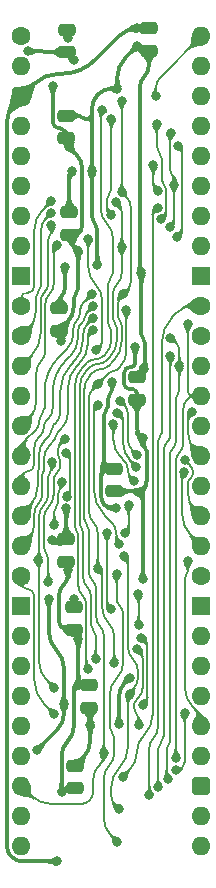
<source format=gbl>
%TF.GenerationSoftware,KiCad,Pcbnew,8.0.7*%
%TF.CreationDate,2025-01-29T07:44:21+02:00*%
%TF.ProjectId,HCP65 MPU Address Decode,48435036-3520-44d5-9055-204164647265,V1*%
%TF.SameCoordinates,Original*%
%TF.FileFunction,Copper,L2,Bot*%
%TF.FilePolarity,Positive*%
%FSLAX46Y46*%
G04 Gerber Fmt 4.6, Leading zero omitted, Abs format (unit mm)*
G04 Created by KiCad (PCBNEW 8.0.7) date 2025-01-29 07:44:21*
%MOMM*%
%LPD*%
G01*
G04 APERTURE LIST*
G04 Aperture macros list*
%AMRoundRect*
0 Rectangle with rounded corners*
0 $1 Rounding radius*
0 $2 $3 $4 $5 $6 $7 $8 $9 X,Y pos of 4 corners*
0 Add a 4 corners polygon primitive as box body*
4,1,4,$2,$3,$4,$5,$6,$7,$8,$9,$2,$3,0*
0 Add four circle primitives for the rounded corners*
1,1,$1+$1,$2,$3*
1,1,$1+$1,$4,$5*
1,1,$1+$1,$6,$7*
1,1,$1+$1,$8,$9*
0 Add four rect primitives between the rounded corners*
20,1,$1+$1,$2,$3,$4,$5,0*
20,1,$1+$1,$4,$5,$6,$7,0*
20,1,$1+$1,$6,$7,$8,$9,0*
20,1,$1+$1,$8,$9,$2,$3,0*%
G04 Aperture macros list end*
%TA.AperFunction,ComponentPad*%
%ADD10C,1.600000*%
%TD*%
%TA.AperFunction,ComponentPad*%
%ADD11O,1.600000X1.600000*%
%TD*%
%TA.AperFunction,ComponentPad*%
%ADD12RoundRect,0.400000X-0.400000X-0.400000X0.400000X-0.400000X0.400000X0.400000X-0.400000X0.400000X0*%
%TD*%
%TA.AperFunction,ComponentPad*%
%ADD13R,1.600000X1.600000*%
%TD*%
%TA.AperFunction,SMDPad,CuDef*%
%ADD14RoundRect,0.250000X-0.475000X0.250000X-0.475000X-0.250000X0.475000X-0.250000X0.475000X0.250000X0*%
%TD*%
%TA.AperFunction,SMDPad,CuDef*%
%ADD15RoundRect,0.250000X0.475000X-0.250000X0.475000X0.250000X-0.475000X0.250000X-0.475000X-0.250000X0*%
%TD*%
%TA.AperFunction,ViaPad*%
%ADD16C,0.800000*%
%TD*%
%TA.AperFunction,Conductor*%
%ADD17C,0.370000*%
%TD*%
%TA.AperFunction,Conductor*%
%ADD18C,0.380000*%
%TD*%
%TA.AperFunction,Conductor*%
%ADD19C,0.200000*%
%TD*%
G04 APERTURE END LIST*
D10*
%TO.P,J2,1,Pin_1*%
%TO.N,~{Special _{CS}11}*%
X0Y0D03*
D11*
%TO.P,J2,2,Pin_2*%
%TO.N,~{Special _{CS}10}*%
X0Y-2540000D03*
D12*
%TO.P,J2,3,Pin_3*%
%TO.N,5V*%
X0Y-5080000D03*
D11*
%TO.P,J2,4,Pin_4*%
%TO.N,~{Special _{CS}9}*%
X0Y-7620000D03*
%TO.P,J2,5,Pin_5*%
%TO.N,~{Special _{CS}8}*%
X0Y-10160000D03*
%TO.P,J2,6,Pin_6*%
%TO.N,~{Special _{CS}7}*%
X0Y-12700000D03*
%TO.P,J2,7,Pin_7*%
%TO.N,~{Special _{CS}6}*%
X0Y-15240000D03*
%TO.P,J2,8,Pin_8*%
%TO.N,~{Special _{CS}5}*%
X0Y-17780000D03*
D13*
%TO.P,J2,9,Pin_9*%
%TO.N,GND*%
X0Y-20320000D03*
D10*
%TO.P,J2,10,Pin_10*%
%TO.N,~{Special _{CS}4}*%
X0Y-22860000D03*
%TO.P,J2,11,Pin_11*%
%TO.N,~{Special _{CS}3}*%
X0Y-25400000D03*
D11*
%TO.P,J2,12,Pin_12*%
%TO.N,~{Special _{CS}2}*%
X0Y-27940000D03*
%TO.P,J2,13,Pin_13*%
%TO.N,~{Special _{CS}1}*%
X0Y-30480000D03*
%TO.P,J2,14,Pin_14*%
%TO.N,~{Special _{CS}0}*%
X0Y-33020000D03*
%TO.P,J2,15,Pin_15*%
%TO.N,~{Device _{CS}19}*%
X0Y-35560000D03*
%TO.P,J2,16,Pin_16*%
%TO.N,~{Device _{CS}18}*%
X0Y-38100000D03*
%TO.P,J2,17,Pin_17*%
%TO.N,~{Device _{CS}17}*%
X0Y-40640000D03*
%TO.P,J2,18,Pin_18*%
%TO.N,~{Device _{CS}16}*%
X0Y-43180000D03*
D10*
%TO.P,J2,19,Pin_19*%
%TO.N,~{Device _{CS}7}*%
X0Y-45720000D03*
D13*
%TO.P,J2,20,Pin_20*%
%TO.N,GND*%
X0Y-48260000D03*
D11*
%TO.P,J2,21,Pin_21*%
%TO.N,~{Device _{CS}6}*%
X0Y-50800000D03*
%TO.P,J2,22,Pin_22*%
%TO.N,~{Device _{CS}5}*%
X0Y-53340000D03*
%TO.P,J2,23,Pin_23*%
%TO.N,~{Device _{CS}4}*%
X0Y-55880000D03*
%TO.P,J2,24,Pin_24*%
%TO.N,~{Device _{CS}3}*%
X0Y-58420000D03*
%TO.P,J2,25,Pin_25*%
%TO.N,~{Device _{CS}2}*%
X0Y-60960000D03*
%TO.P,J2,26,Pin_26*%
%TO.N,~{Reset}*%
X0Y-63500000D03*
%TO.P,J2,27,Pin_27*%
%TO.N,~{Device _{CS}1}*%
X0Y-66040000D03*
%TO.P,J2,28,Pin_28*%
%TO.N,~{SPECIAL}*%
X0Y-68580000D03*
%TO.P,J2,29,Pin_29*%
%TO.N,~{Device}*%
X15240000Y-68580000D03*
%TO.P,J2,30,Pin_30*%
%TO.N,Native Latch*%
X15240000Y-66040000D03*
D12*
%TO.P,J2,31,Pin_31*%
%TO.N,5V*%
X15240000Y-63500000D03*
D11*
%TO.P,J2,32,Pin_32*%
%TO.N,~{RAM_{CS}}*%
X15240000Y-60960000D03*
%TO.P,J2,33,Pin_33*%
%TO.N,~{ROM_{CS}}*%
X15240000Y-58420000D03*
%TO.P,J2,34,Pin_34*%
%TO.N,~{Device Group 32K}*%
X15240000Y-55880000D03*
%TO.P,J2,35,Pin_35*%
%TO.N,~{Device Group 128K}*%
X15240000Y-53340000D03*
%TO.P,J2,36,Pin_36*%
%TO.N,~{OTHER}*%
X15240000Y-50800000D03*
D13*
%TO.P,J2,37,Pin_37*%
%TO.N,GND*%
X15240000Y-48260000D03*
D10*
%TO.P,J2,38,Pin_38*%
%TO.N,Kernal Mode*%
X15240000Y-45720000D03*
D11*
%TO.P,J2,39,Pin_39*%
%TO.N,A23*%
X15240000Y-43180000D03*
%TO.P,J2,40,Pin_40*%
%TO.N,A22*%
X15240000Y-40640000D03*
%TO.P,J2,41,Pin_41*%
%TO.N,A21*%
X15240000Y-38100000D03*
%TO.P,J2,42,Pin_42*%
%TO.N,A20*%
X15240000Y-35560000D03*
%TO.P,J2,43,Pin_43*%
%TO.N,A19*%
X15240000Y-33020000D03*
%TO.P,J2,44,Pin_44*%
%TO.N,A18*%
X15240000Y-30480000D03*
%TO.P,J2,45,Pin_45*%
%TO.N,A17*%
X15240000Y-27940000D03*
D10*
%TO.P,J2,46,Pin_46*%
%TO.N,A16*%
X15240000Y-25400000D03*
%TO.P,J2,47,Pin_47*%
%TO.N,A15*%
X15240000Y-22860000D03*
D13*
%TO.P,J2,48,Pin_48*%
%TO.N,GND*%
X15240000Y-20320000D03*
D11*
%TO.P,J2,49,Pin_49*%
%TO.N,A3*%
X15240000Y-17780000D03*
%TO.P,J2,50,Pin_50*%
%TO.N,A2*%
X15240000Y-15240000D03*
%TO.P,J2,51,Pin_51*%
%TO.N,A1*%
X15240000Y-12700000D03*
%TO.P,J2,52,Pin_52*%
%TO.N,A0*%
X15240000Y-10160000D03*
%TO.P,J2,53,Pin_53*%
%TO.N,~{Special _{CS}12}*%
X15240000Y-7620000D03*
%TO.P,J2,54,Pin_54*%
%TO.N,~{Special _{CS}13}*%
X15240000Y-5080000D03*
%TO.P,J2,55,Pin_55*%
%TO.N,~{Special _{CS}14}*%
X15240000Y-2540000D03*
%TO.P,J2,56,Pin_56*%
%TO.N,~{Special _{CS}15}*%
X15240000Y0D03*
%TD*%
D14*
%TO.P,C45,1*%
%TO.N,5V*%
X10795000Y680000D03*
%TO.P,C45,2*%
%TO.N,GND*%
X10795000Y-1220000D03*
%TD*%
D15*
%TO.P,C34,1*%
%TO.N,/3.3V*%
X9778999Y-30779000D03*
%TO.P,C34,2*%
%TO.N,GND*%
X9778999Y-28879000D03*
%TD*%
%TO.P,C33,1*%
%TO.N,/3.3V*%
X4572001Y-63672001D03*
%TO.P,C33,2*%
%TO.N,GND*%
X4572001Y-61772001D03*
%TD*%
D14*
%TO.P,C46,1*%
%TO.N,/3.3V*%
X3840000Y553000D03*
%TO.P,C46,2*%
%TO.N,GND*%
X3840000Y-1347000D03*
%TD*%
D15*
%TO.P,C40,1*%
%TO.N,/3.3V*%
X4064000Y-16809001D03*
%TO.P,C40,2*%
%TO.N,GND*%
X4064000Y-14909001D03*
%TD*%
%TO.P,C36,1*%
%TO.N,/3.3V*%
X4445000Y-50278437D03*
%TO.P,C36,2*%
%TO.N,GND*%
X4445000Y-48378437D03*
%TD*%
%TO.P,C35,1*%
%TO.N,/3.3V*%
X7874000Y-38526001D03*
%TO.P,C35,2*%
%TO.N,GND*%
X7874000Y-36626001D03*
%TD*%
%TO.P,C38,1*%
%TO.N,/3.3V*%
X3175000Y-24937000D03*
%TO.P,C38,2*%
%TO.N,GND*%
X3175000Y-23037000D03*
%TD*%
%TO.P,C39,1*%
%TO.N,/3.3V*%
X3810000Y-8645251D03*
%TO.P,C39,2*%
%TO.N,GND*%
X3810000Y-6745251D03*
%TD*%
%TO.P,C31,1*%
%TO.N,/3.3V*%
X3810000Y-44495000D03*
%TO.P,C31,2*%
%TO.N,GND*%
X3810000Y-42595000D03*
%TD*%
D14*
%TO.P,C32,1*%
%TO.N,/3.3V*%
X5714999Y-54946000D03*
%TO.P,C32,2*%
%TO.N,GND*%
X5714999Y-56846000D03*
%TD*%
D16*
%TO.N,~{Device Group 128K}*%
X6477000Y-29464000D03*
%TO.N,/3.3V*%
X3937001Y-127000D03*
X10287000Y-45974000D03*
X9638472Y-26289000D03*
X3405867Y-64042371D03*
X3378668Y-25786670D03*
X4826000Y-18160994D03*
X2667004Y-4191000D03*
X10264329Y-34065165D03*
X10033000Y-38607998D03*
X4808554Y-51054000D03*
X4060000Y-9398009D03*
X4826000Y-54914001D03*
X3936995Y-45212012D03*
%TO.N,GND*%
X8055029Y-39950971D03*
X7059667Y-36575994D03*
X2637790Y-42672000D03*
X10355996Y-28194002D03*
X5981000Y-11430000D03*
X9168000Y-54328945D03*
X6447482Y-19403483D03*
X4492078Y-47672080D03*
X9807635Y-835228D03*
X7674000Y-29258182D03*
X1310925Y-60468592D03*
X8267000Y-58233333D03*
X4318000Y-11430000D03*
X589155Y-1269998D03*
X3610000Y-56541303D03*
X10160000Y-20066000D03*
X3683000Y-19558000D03*
X5842000Y-58293000D03*
X3796001Y-39984434D03*
X2333078Y-47672078D03*
X8128000Y-4471004D03*
X4445000Y-2032000D03*
%TO.N,5V*%
X9778994Y679996D03*
X3048000Y-69873001D03*
%TO.N,Native Latch*%
X8707901Y-44040971D03*
X9168447Y-55724337D03*
X8255004Y-65404996D03*
%TO.N,A3*%
X7978344Y-14064847D03*
X8509007Y-17841993D03*
X6283608Y-52744528D03*
%TO.N,A20*%
X14466000Y-31813500D03*
%TO.N,A21*%
X7802384Y-32876788D03*
X9577968Y-37687778D03*
%TO.N,A23*%
X8132968Y-31893592D03*
X9723547Y-36481537D03*
X13791430Y-36935201D03*
%TO.N,/~{A3}*%
X6857999Y-6223000D03*
X5661000Y-53590024D03*
%TO.N,A22*%
X8382000Y-30861000D03*
X13845884Y-35886611D03*
X9790166Y-35476787D03*
%TO.N,~{Device Group 128K}*%
X8888472Y-23185001D03*
X6465000Y-45085000D03*
X7867000Y-53086000D03*
%TO.N,~{Device Group 32K}*%
X13100405Y-62140967D03*
X13820989Y-57299001D03*
X2600000Y-36078387D03*
X2782000Y-55172474D03*
X1450986Y-44323001D03*
%TO.N,A15*%
X10842945Y-64277038D03*
%TO.N,A16*%
X11582587Y-63583498D03*
X12624500Y-27091690D03*
%TO.N,A17*%
X12624500Y-25579568D03*
X13385000Y-27939999D03*
X12396342Y-62919941D03*
%TO.N,A18*%
X14097000Y-24384000D03*
X13108608Y-61090997D03*
%TO.N,~{Reset}*%
X6985000Y-60706000D03*
X8509000Y-5473000D03*
X8509628Y-13217650D03*
X8636000Y-21844000D03*
%TO.N,~{Device _{CS}7}*%
X2794000Y-57404001D03*
%TO.N,~{SPECIAL}*%
X8574000Y-62717692D03*
X7620001Y-15113001D03*
X7620000Y-6985001D03*
X11557000Y-14530432D03*
%TO.N,/~{Native Latch}*%
X10160001Y-50927000D03*
X10337236Y-56599008D03*
%TO.N,~{Device _{CS}19}*%
X5969000Y-21844000D03*
%TO.N,/Kernal Mode\u00B7Native Latch*%
X8279716Y-43024708D03*
X6477000Y-31242000D03*
%TO.N,~{Device _{CS}18}*%
X6096000Y-22860000D03*
%TO.N,~{Device _{CS}17}*%
X6096000Y-23876000D03*
%TO.N,~{Device _{CS}16}*%
X6096000Y-24876003D03*
%TO.N,~{RAM_{CS}}*%
X9823798Y-51927342D03*
X9942835Y-58323522D03*
%TO.N,A0*%
X13152510Y-16986569D03*
X13273001Y-9271001D03*
%TO.N,A1*%
X12638000Y-8175485D03*
X12922619Y-12565549D03*
X12556656Y-16183474D03*
%TO.N,A2*%
X11452935Y-7427999D03*
X11805997Y-15522783D03*
%TO.N,~{Special _{CS}7}*%
X11176001Y-10922001D03*
X11568127Y-13103777D03*
%TO.N,~{Special _{CS}4}*%
X2540000Y-13970000D03*
%TO.N,~{Special _{CS}3}*%
X2540000Y-14986000D03*
%TO.N,~{Special _{CS}2}*%
X2540000Y-16002000D03*
%TO.N,~{Special _{CS}1}*%
X5662485Y-17145000D03*
X6319669Y-26599500D03*
%TO.N,~{Special _{CS}0}*%
X3010439Y-17687952D03*
%TO.N,~{Special _{CS}15}*%
X11382921Y-5078250D03*
%TO.N,Net-(IC2B-2A)*%
X7258000Y-42037000D03*
X7608000Y-48532188D03*
%TO.N,~{ROM_{CS}}*%
X14097000Y-44449988D03*
%TO.N,/~{ROM}*%
X9077619Y-39712613D03*
X3829000Y-38984433D03*
X3796001Y-35264055D03*
X8761971Y-42108939D03*
%TO.N,~{Device}*%
X8060962Y-45542999D03*
X8128000Y-68198996D03*
%TO.N,/~{RAM}*%
X2286000Y-46227994D03*
X9906001Y-47244001D03*
X3734777Y-34111225D03*
X9931482Y-49872147D03*
%TO.N,/~{A21+A22+A23}*%
X3429000Y-37718990D03*
X2794001Y-41402001D03*
%TD*%
D17*
%TO.N,5V*%
X3252038Y-3175000D02*
G75*
G03*
X952498Y-4127498I-8J-3252030D01*
G01*
X-592499Y-5672500D02*
G75*
G03*
X-1184996Y-7102922I1430429J-1430420D01*
G01*
X-1170632Y-68826720D02*
G75*
G03*
X-1127743Y-69060772I1956232J237520D01*
G01*
X-1127002Y-69063767D02*
G75*
G03*
X-1011277Y-69268953I425884J104971D01*
G01*
X-1184999Y-68589204D02*
G75*
G03*
X-1170632Y-68826720I1971029J34D01*
G01*
X9865000Y680000D02*
G75*
G03*
X8277394Y22386I0J-2245200D01*
G01*
X6202532Y-2052467D02*
G75*
G02*
X3492500Y-3174998I-2710032J2710037D01*
G01*
X-752485Y-69527746D02*
G75*
G03*
X81034Y-69873001I833520J833521D01*
G01*
%TO.N,GND*%
X2333078Y-50452157D02*
G75*
G03*
X2971540Y-51993538I2179832J-3D01*
G01*
X7674000Y-29916027D02*
G75*
G02*
X7492992Y-30352992I-618000J27D01*
G01*
X10316736Y-25624264D02*
G75*
G02*
X10473489Y-26002658I-378436J-378436D01*
G01*
X3610000Y-57355410D02*
G75*
G02*
X3034340Y-58745178I-1965430J0D01*
G01*
X7154497Y-31745371D02*
G75*
G03*
X6996993Y-32125616I380203J-380229D01*
G01*
X7049260Y-39688260D02*
G75*
G03*
X7683500Y-39950965I634240J634260D01*
G01*
X10473472Y-27993457D02*
G75*
G02*
X10414761Y-28135291I-200572J-43D01*
G01*
X5594000Y-6985000D02*
G75*
G03*
X5981000Y-6598000I0J387000D01*
G01*
X5981000Y-7372000D02*
G75*
G03*
X5594000Y-6985000I-387000J0D01*
G01*
X4468539Y-47695619D02*
G75*
G03*
X4445043Y-47752447I56861J-56781D01*
G01*
X3429000Y-21971000D02*
G75*
G03*
X3175004Y-22584210I613200J-613200D01*
G01*
X1866498Y-1308499D02*
G75*
G03*
X1959449Y-1347023I93002J92999D01*
G01*
X3803001Y-39991433D02*
G75*
G02*
X3809978Y-40008332I-16901J-16867D01*
G01*
X8819600Y-1823262D02*
G75*
G03*
X8128031Y-3492933I1669700J-1669638D01*
G01*
D18*
X4416715Y-1923715D02*
G75*
G02*
X4444991Y-1992000I-68315J-68285D01*
G01*
D17*
X7084670Y-36600997D02*
G75*
G03*
X7145033Y-36625967I60330J60397D01*
G01*
X7543499Y-4471004D02*
G75*
G03*
X6545697Y-4884312I1J-1411096D01*
G01*
X4191000Y-11557000D02*
G75*
G03*
X4064002Y-11863606I306600J-306600D01*
G01*
X10414000Y-3429000D02*
G75*
G03*
X10033006Y-4348815I919800J-919800D01*
G01*
X10795000Y-2509184D02*
G75*
G02*
X10414005Y-3429005I-1300800J-16D01*
G01*
X5087125Y-6865125D02*
G75*
G03*
X4797722Y-6745227I-289425J-289375D01*
G01*
X10000021Y-1027614D02*
G75*
G03*
X10464483Y-1220027I464479J464414D01*
G01*
X9168000Y-54344038D02*
G75*
G02*
X9157300Y-54369777I-36400J38D01*
G01*
X5842000Y-59603977D02*
G75*
G02*
X5206998Y-61136999I-2168030J7D01*
G01*
X7493000Y-30353000D02*
G75*
G03*
X7311989Y-30789972I437000J-437000D01*
G01*
X3809999Y-42541895D02*
G75*
G02*
X3375894Y-42975999I-434099J-5D01*
G01*
X5981000Y-15303147D02*
G75*
G03*
X6214241Y-15866241I796330J-3D01*
G01*
X6214241Y-15866241D02*
G75*
G02*
X6447444Y-16429334I-563141J-563059D01*
G01*
X1866498Y-1308499D02*
G75*
G03*
X1773547Y-1269979I-92998J-93001D01*
G01*
X6911833Y-36723827D02*
G75*
G03*
X6764010Y-37080729I356867J-356873D01*
G01*
X5087125Y-6865125D02*
G75*
G03*
X5376528Y-6984973I289375J289425D01*
G01*
X2971539Y-51993539D02*
G75*
G02*
X3610001Y-53534920I-1541379J-1541381D01*
G01*
X6469999Y-4960003D02*
G75*
G03*
X5980999Y-6140551I1180541J-1180547D01*
G01*
X2789790Y-42824000D02*
G75*
G03*
X3156750Y-42976000I366960J366960D01*
G01*
X10033000Y-19849197D02*
G75*
G03*
X10096499Y-20002501I216800J-3D01*
G01*
X3683000Y-21357789D02*
G75*
G02*
X3429002Y-21971002I-867220J-1D01*
G01*
X6764000Y-39015525D02*
G75*
G03*
X7037982Y-39676988I935450J-5D01*
G01*
X6996995Y-36469006D02*
G75*
G03*
X7028331Y-36544658I107005J6D01*
G01*
X7312000Y-31365126D02*
G75*
G02*
X7154495Y-31745369I-537800J26D01*
G01*
X10160000Y-25245869D02*
G75*
G03*
X10316727Y-25624273I535100J-31D01*
G01*
X8717500Y-54809632D02*
G75*
G03*
X8267024Y-55897235I1087600J-1087568D01*
G01*
X5981000Y-6598000D02*
X5981000Y-7372000D01*
%TO.N,/3.3V*%
X9778999Y-33236657D02*
G75*
G03*
X10021667Y-33822498I828511J7D01*
G01*
X3175000Y-49434380D02*
G75*
G03*
X3422220Y-50031216I844050J0D01*
G01*
X3555997Y-46482002D02*
G75*
G03*
X3175006Y-47401811I919803J-919798D01*
G01*
X4817277Y-51062723D02*
G75*
G02*
X4826007Y-51083782I-21077J-21077D01*
G01*
X8851521Y-28176522D02*
G75*
G03*
X8668986Y-28617172I440679J-440678D01*
G01*
X4961000Y-16596000D02*
G75*
G02*
X4446771Y-16808989I-514200J514200D01*
G01*
X10432652Y-34756677D02*
G75*
G02*
X10600948Y-35163044I-406352J-406323D01*
G01*
X4826000Y-21320592D02*
G75*
G02*
X4635502Y-21780502I-650400J-8D01*
G01*
X3925433Y-59701566D02*
G75*
G03*
X3405881Y-60955910I1254367J-1254334D01*
G01*
X8668999Y-29367796D02*
G75*
G03*
X8821406Y-29735764I520401J-4D01*
G01*
X9554736Y-27910264D02*
G75*
G02*
X9352579Y-27993983I-202136J202164D01*
G01*
X2667004Y-7281022D02*
G75*
G03*
X2823440Y-7658689I534106J2D01*
G01*
X4662886Y-50496323D02*
G75*
G02*
X4808553Y-50847995I-351686J-351677D01*
G01*
X4635500Y-21780500D02*
G75*
G03*
X4445003Y-22240407I459900J-459900D01*
G01*
X4064000Y-9391183D02*
G75*
G02*
X4062003Y-9396013I-6800J-17D01*
G01*
X10600975Y-37638404D02*
G75*
G02*
X10316982Y-38324005I-969575J4D01*
G01*
X3653563Y-7971563D02*
G75*
G02*
X3809978Y-8349235I-377663J-377637D01*
G01*
X3840000Y38588D02*
G75*
G03*
X3888504Y-78497I165600J12D01*
G01*
X4617000Y-9955009D02*
G75*
G02*
X5174002Y-11299727I-1344720J-1344721D01*
G01*
X9673585Y-29993585D02*
G75*
G03*
X9419094Y-29888183I-254485J-254515D01*
G01*
X4445000Y-58447222D02*
G75*
G02*
X3925434Y-59701567I-1773920J2D01*
G01*
X4635500Y-55104501D02*
G75*
G03*
X4445004Y-55564408I459900J-459899D01*
G01*
X4911357Y-54864000D02*
G75*
G03*
X4851013Y-54889013I43J-85400D01*
G01*
X4064001Y-17103997D02*
G75*
G03*
X4272592Y-17607594I712199J-3D01*
G01*
X5174001Y-16081771D02*
G75*
G02*
X4961002Y-16596002I-727241J1D01*
G01*
X9638472Y-27708107D02*
G75*
G02*
X9554728Y-27910256I-285872J7D01*
G01*
X8821413Y-29735757D02*
G75*
G03*
X9189374Y-29888191I367987J367957D01*
G01*
X4445000Y-22912989D02*
G75*
G02*
X3911836Y-24200168I-1820350J-1D01*
G01*
X3936995Y-45656508D02*
G75*
G02*
X3622681Y-46415304I-1073095J8D01*
G01*
X10160000Y-38734998D02*
G75*
G02*
X10286999Y-39041603I-306600J-306602D01*
G01*
X3422218Y-50031218D02*
G75*
G03*
X4019056Y-50278436I596842J596848D01*
G01*
X9252522Y-27994000D02*
G75*
G03*
X8879558Y-28148486I-22J-527400D01*
G01*
X9673585Y-29993585D02*
G75*
G02*
X9779017Y-30248076I-254485J-254515D01*
G01*
D18*
X4038128Y-63672001D02*
G75*
G03*
X3591030Y-63857164I-28J-632299D01*
G01*
D17*
X10264329Y-34350309D02*
G75*
G03*
X10432661Y-34756668I574671J9D01*
G01*
X3653563Y-7971563D02*
G75*
G03*
X3275890Y-7815122I-377663J-377637D01*
G01*
X2823439Y-7658690D02*
G75*
G03*
X3201106Y-7815114I377661J377690D01*
G01*
X9992001Y-38566999D02*
G75*
G03*
X9893022Y-38525991I-99001J-99001D01*
G01*
D19*
%TO.N,/~{A21+A22+A23}*%
X3129000Y-39438604D02*
G75*
G02*
X2961502Y-39842987I-571900J4D01*
G01*
X3279000Y-38331000D02*
G75*
G03*
X3129013Y-38693132I362100J-362100D01*
G01*
X2961500Y-39842985D02*
G75*
G03*
X2793981Y-40247366I404400J-404415D01*
G01*
X3429000Y-37968867D02*
G75*
G02*
X3279003Y-38331003I-512140J-3D01*
G01*
%TO.N,/~{RAM}*%
X3096002Y-35440187D02*
G75*
G03*
X3198005Y-35686432I348198J-13D01*
G01*
X1906500Y-43320203D02*
G75*
G03*
X2096262Y-43778289I647800J3D01*
G01*
X9918741Y-47256741D02*
G75*
G02*
X9931487Y-47287498I-30741J-30759D01*
G01*
X2317751Y-39846251D02*
G75*
G03*
X1906499Y-40839096I992849J-992849D01*
G01*
X3198001Y-35686436D02*
G75*
G02*
X3300025Y-35932685I-246201J-246264D01*
G01*
X2729001Y-38853405D02*
G75*
G02*
X2317749Y-39846249I-1404101J5D01*
G01*
X3300001Y-36301241D02*
G75*
G02*
X3014503Y-36990501I-974771J1D01*
G01*
X2096250Y-43778301D02*
G75*
G02*
X2286001Y-44236398I-458100J-458099D01*
G01*
X3014501Y-36990499D02*
G75*
G03*
X2729003Y-37679756I689249J-689251D01*
G01*
X3391020Y-34454981D02*
G75*
G03*
X3095998Y-35167218I712180J-712219D01*
G01*
%TO.N,~{Device}*%
X8055000Y-54398263D02*
G75*
G03*
X7492998Y-55755051I1356780J-1356787D01*
G01*
X7429500Y-61785500D02*
G75*
G03*
X6985007Y-62858617I1073100J-1073100D01*
G01*
X8060962Y-47564783D02*
G75*
G03*
X8338968Y-48235994I949238J-17D01*
G01*
X8617000Y-53041474D02*
G75*
G02*
X8055000Y-54398263I-1918800J4D01*
G01*
X7493000Y-58531592D02*
G75*
G03*
X7683498Y-58991502I650400J-8D01*
G01*
X6985000Y-66247772D02*
G75*
G03*
X7556500Y-67627496I1951230J2D01*
G01*
X7874000Y-60712382D02*
G75*
G02*
X7429499Y-61785499I-1517620J2D01*
G01*
X7683500Y-58991500D02*
G75*
G02*
X7873997Y-59451407I-459900J-459900D01*
G01*
X8338981Y-48235981D02*
G75*
G02*
X8617020Y-48907178I-671181J-671219D01*
G01*
%TO.N,/~{ROM}*%
X3962501Y-35430554D02*
G75*
G02*
X4128976Y-35832520I-402001J-401946D01*
G01*
X9077619Y-41570094D02*
G75*
G02*
X8919793Y-41951113I-538819J-6D01*
G01*
X4129000Y-38472300D02*
G75*
G02*
X3978993Y-38834426I-512100J0D01*
G01*
%TO.N,~{ROM_{CS}}*%
X14097000Y-45286394D02*
G75*
G02*
X13970002Y-45593002I-433600J-6D01*
G01*
X14925691Y-57216691D02*
G75*
G02*
X15240005Y-57975500I-758791J-758809D01*
G01*
X13843000Y-55146171D02*
G75*
G03*
X14541501Y-56832499I2384830J1D01*
G01*
X13970000Y-45593000D02*
G75*
G03*
X13843002Y-45899605I306600J-306600D01*
G01*
%TO.N,Net-(IC2B-2A)*%
X7257995Y-47934692D02*
G75*
G03*
X7432991Y-48357191I597505J-8D01*
G01*
%TO.N,~{Special _{CS}15}*%
X11814670Y-3425329D02*
G75*
G03*
X11382894Y-4467664I1042330J-1042371D01*
G01*
%TO.N,~{Special _{CS}0}*%
X2032001Y-26639182D02*
G75*
G02*
X1651000Y-27558999I-1300821J2D01*
G01*
X2732999Y-20988377D02*
G75*
G02*
X2382503Y-21834560I-1196689J-3D01*
G01*
X2382500Y-21834557D02*
G75*
G03*
X2032003Y-22680736I846170J-846173D01*
G01*
X2871719Y-17826672D02*
G75*
G03*
X2732974Y-18161571I334881J-334928D01*
G01*
X1270000Y-30851974D02*
G75*
G02*
X635000Y-32385000I-2168039J5D01*
G01*
X1651000Y-27558999D02*
G75*
G03*
X1270006Y-28478816I919800J-919801D01*
G01*
%TO.N,~{Special _{CS}1}*%
X5662485Y-19549128D02*
G75*
G03*
X6260243Y-20992241I2040865J-2D01*
G01*
X6260242Y-20992242D02*
G75*
G02*
X6858000Y-22435356I-1443122J-1443118D01*
G01*
X6858000Y-25680511D02*
G75*
G02*
X6588831Y-26330331I-919000J11D01*
G01*
%TO.N,~{Special _{CS}2}*%
X1957750Y-21693620D02*
G75*
G03*
X1631997Y-22480049I786420J-786430D01*
G01*
X2283500Y-20907190D02*
G75*
G02*
X1957752Y-21693622I-1112190J0D01*
G01*
X2540000Y-16580127D02*
G75*
G02*
X2411750Y-16889750I-437890J7D01*
G01*
X1632001Y-25154000D02*
G75*
G02*
X816000Y-27123999I-2786005J3D01*
G01*
X2411750Y-16889750D02*
G75*
G03*
X2283489Y-17199372I309650J-309650D01*
G01*
%TO.N,~{Special _{CS}3}*%
X1651000Y-21138407D02*
G75*
G02*
X1441501Y-21644185I-715300J7D01*
G01*
X1441500Y-21644184D02*
G75*
G03*
X1232002Y-22149961I505780J-505776D01*
G01*
X1232001Y-23296845D02*
G75*
G02*
X616000Y-24784001I-2103161J3D01*
G01*
X2095500Y-15430500D02*
G75*
G03*
X1651007Y-16503617I1073100J-1073100D01*
G01*
%TO.N,~{Special _{CS}4}*%
X1820000Y-14689999D02*
G75*
G03*
X1100001Y-16428232I1738230J-1738231D01*
G01*
X944501Y-21561500D02*
G75*
G02*
X569090Y-21716998I-375411J375420D01*
G01*
X433605Y-21717000D02*
G75*
G03*
X126998Y-21843998I-5J-433600D01*
G01*
X1100001Y-21186089D02*
G75*
G02*
X944501Y-21561500I-530921J4D01*
G01*
X127000Y-21844000D02*
G75*
G03*
X2Y-22150605I306600J-306600D01*
G01*
%TO.N,~{Special _{CS}7}*%
X11176001Y-12434376D02*
G75*
G03*
X11372052Y-12907726I669399J-24D01*
G01*
%TO.N,A2*%
X11452935Y-9331942D02*
G75*
G03*
X11695469Y-9917465I828055J2D01*
G01*
X11695467Y-9917467D02*
G75*
G02*
X11937993Y-10502992I-585567J-585533D01*
G01*
X12103063Y-12648763D02*
G75*
G02*
X12268164Y-13047262I-398463J-398537D01*
G01*
X11938000Y-12250264D02*
G75*
G03*
X12103038Y-12648788I563600J-36D01*
G01*
X12268127Y-14733876D02*
G75*
G02*
X12037078Y-15291733I-788927J-24D01*
G01*
%TO.N,A1*%
X12920019Y-15563174D02*
G75*
G02*
X12738354Y-16001809I-620319J-26D01*
G01*
X12747810Y-11731809D02*
G75*
G02*
X12922599Y-12153835I-422010J-421991D01*
G01*
X12573000Y-11309782D02*
G75*
G03*
X12747808Y-11731811I596800J-18D01*
G01*
X12921319Y-12566849D02*
G75*
G03*
X12919993Y-12569987I3081J-3151D01*
G01*
X12605500Y-8207985D02*
G75*
G03*
X12573044Y-8286448I78500J-78415D01*
G01*
%TO.N,A0*%
X13447810Y-9445810D02*
G75*
G02*
X13622598Y-9867837I-422010J-421990D01*
G01*
X13622618Y-16184044D02*
G75*
G02*
X13387540Y-16751491I-802518J44D01*
G01*
%TO.N,~{RAM_{CS}}*%
X9525000Y-56854546D02*
G75*
G03*
X9733917Y-57358917I713280J-4D01*
G01*
X9782636Y-56163656D02*
G75*
G03*
X9525024Y-56785646I621964J-621944D01*
G01*
X9733917Y-57358917D02*
G75*
G02*
X9942829Y-57863288I-504417J-504383D01*
G01*
X10045899Y-52149443D02*
G75*
G02*
X10267970Y-52685642I-536199J-536157D01*
G01*
X10268000Y-55152912D02*
G75*
G02*
X9896498Y-56049791I-1268400J12D01*
G01*
%TO.N,~{Device _{CS}16}*%
X4771999Y-27809313D02*
G75*
G03*
X3937001Y-29825182I2015871J-2015867D01*
G01*
X3937000Y-31953014D02*
G75*
G02*
X3438499Y-33156499I-1701990J4D01*
G01*
X5607000Y-26169658D02*
G75*
G02*
X5038023Y-27543292I-1942610J-2D01*
G01*
X5851500Y-25120503D02*
G75*
G03*
X5606992Y-25710778I590300J-590297D01*
G01*
X2419999Y-34594685D02*
G75*
G03*
X1899996Y-35850077I1255391J-1255395D01*
G01*
X1778000Y-38778747D02*
G75*
G02*
X1441500Y-39591129I-1148886J2D01*
G01*
X1105001Y-41293647D02*
G75*
G02*
X552500Y-42627501I-1886364J4D01*
G01*
X3088381Y-33506618D02*
G75*
G03*
X2940028Y-33864843I358219J-358182D01*
G01*
X1900000Y-36806419D02*
G75*
G02*
X1838998Y-36953683I-208300J19D01*
G01*
X1839000Y-36953685D02*
G75*
G03*
X1778046Y-37100951I147300J-147215D01*
G01*
X1441500Y-39591129D02*
G75*
G03*
X1105013Y-40403511I812400J-812371D01*
G01*
X2940000Y-33864843D02*
G75*
G02*
X2791618Y-34223067I-506610J3D01*
G01*
%TO.N,~{Device _{CS}17}*%
X2719605Y-32967394D02*
G75*
G03*
X2539996Y-33401000I433595J-433606D01*
G01*
X1439000Y-36787999D02*
G75*
G03*
X1377986Y-36935263I147300J-147301D01*
G01*
X1500000Y-36640734D02*
G75*
G02*
X1439000Y-36787999I-208270J4D01*
G01*
X2540000Y-33401000D02*
G75*
G02*
X2360392Y-33834603I-613200J0D01*
G01*
X4254499Y-27761128D02*
G75*
G03*
X3302001Y-30060667I2299531J-2299532D01*
G01*
X5207000Y-25786814D02*
G75*
G02*
X4484467Y-27531159I-2466880J4D01*
G01*
X1378001Y-38114547D02*
G75*
G02*
X689000Y-39777943I-2352405J3D01*
G01*
X2020000Y-34175000D02*
G75*
G03*
X1499996Y-35430391I1255400J-1255400D01*
G01*
X3302000Y-31846184D02*
G75*
G02*
X2920999Y-32765999I-1300820J4D01*
G01*
X5651500Y-24320500D02*
G75*
G03*
X5207007Y-25393617I1073100J-1073100D01*
G01*
%TO.N,~{Device _{CS}18}*%
X2667000Y-31459149D02*
G75*
G02*
X2283500Y-32385000I-1309350J-1D01*
G01*
X1100001Y-36252996D02*
G75*
G02*
X931000Y-36660999I-577006J2D01*
G01*
X1500000Y-33932999D02*
G75*
G03*
X1100002Y-34898683I965680J-965681D01*
G01*
X2170291Y-32498208D02*
G75*
G03*
X1899998Y-33150750I652539J-652542D01*
G01*
X190499Y-37020499D02*
G75*
G03*
X2Y-37480407I459901J-459901D01*
G01*
X4807000Y-25495791D02*
G75*
G02*
X4142880Y-27099123I-2267460J1D01*
G01*
X5540101Y-23415898D02*
G75*
G03*
X5395994Y-23763791I347899J-347902D01*
G01*
X896703Y-36695296D02*
G75*
G02*
X571500Y-36829999I-325203J325206D01*
G01*
X1900000Y-33150750D02*
G75*
G02*
X1629710Y-33803293I-922840J0D01*
G01*
X571500Y-36830000D02*
G75*
G03*
X246298Y-36964705I0J-459900D01*
G01*
X5396000Y-23763791D02*
G75*
G02*
X5251904Y-24111689I-492000J-9D01*
G01*
X3737000Y-27505000D02*
G75*
G03*
X2667004Y-30088208I2583200J-2583200D01*
G01*
X5101500Y-24262082D02*
G75*
G03*
X4806981Y-24973067I711000J-711018D01*
G01*
%TO.N,/Kernal Mode\u00B7Native Latch*%
X6128989Y-38333277D02*
G75*
G03*
X7064995Y-40592993I3195711J-3D01*
G01*
X6302994Y-31416005D02*
G75*
G03*
X6128988Y-31836091I420106J-420095D01*
G01*
X7715004Y-41243004D02*
G75*
G02*
X8001044Y-41933459I-690404J-690496D01*
G01*
X8001000Y-42140836D02*
G75*
G03*
X8140376Y-42477258I475800J36D01*
G01*
X8140358Y-42477276D02*
G75*
G02*
X8279699Y-42813715I-336458J-336424D01*
G01*
%TO.N,~{Device _{CS}19}*%
X5301212Y-22511787D02*
G75*
G03*
X4953004Y-23352447I840658J-840653D01*
G01*
X4680000Y-24117895D02*
G75*
G03*
X4406988Y-24776976I659100J-659105D01*
G01*
X1500001Y-32666817D02*
G75*
G02*
X1210923Y-33364711I-986973J2D01*
G01*
X4407000Y-25168448D02*
G75*
G02*
X3857189Y-26495814I-1877180J-2D01*
G01*
X348025Y-34227609D02*
G75*
G03*
X1Y-35067817I840195J-840201D01*
G01*
X1968500Y-31458222D02*
G75*
G02*
X1734250Y-32023750I-799780J2D01*
G01*
X1734250Y-32023750D02*
G75*
G03*
X1499997Y-32589278I565520J-565530D01*
G01*
X4953000Y-23458814D02*
G75*
G02*
X4679997Y-24117892I-932100J14D01*
G01*
X3172349Y-27180650D02*
G75*
G03*
X1968500Y-30087000I2906351J-2906350D01*
G01*
%TO.N,/~{Native Latch}*%
X10414000Y-51180999D02*
G75*
G02*
X10667996Y-51794208I-613200J-613201D01*
G01*
X10668000Y-56034358D02*
G75*
G02*
X10502649Y-56433657I-564700J-42D01*
G01*
%TO.N,~{SPECIAL}*%
X11331498Y-14755934D02*
G75*
G03*
X11106025Y-15300343I544402J-544366D01*
G01*
X11105996Y-57516674D02*
G75*
G02*
X10442496Y-59118498I-2265326J4D01*
G01*
X10390892Y-59170105D02*
G75*
G03*
X9779022Y-60647345I1477208J-1477195D01*
G01*
X9779000Y-60660628D02*
G75*
G02*
X9176502Y-62115194I-2057070J-2D01*
G01*
X7439000Y-13389000D02*
G75*
G03*
X7257989Y-13825972I437000J-437000D01*
G01*
X7258000Y-14495025D02*
G75*
G03*
X7439008Y-14931992I618000J25D01*
G01*
X7620000Y-12952027D02*
G75*
G02*
X7438992Y-13388992I-618000J27D01*
G01*
%TO.N,~{Device _{CS}7}*%
X933500Y-46996501D02*
G75*
G02*
X1105000Y-47410540I-414040J-414039D01*
G01*
X194862Y-46676862D02*
G75*
G03*
X552500Y-46824999I357638J357642D01*
G01*
X1105001Y-54520698D02*
G75*
G03*
X1949500Y-56559501I2883299J-2D01*
G01*
X0Y-46239461D02*
G75*
G03*
X171501Y-46653499I585540J1D01*
G01*
X910138Y-46973139D02*
G75*
G03*
X552500Y-46824998I-357638J-357631D01*
G01*
%TO.N,~{Reset}*%
X6350000Y-49207987D02*
G75*
G03*
X6667496Y-49974504I1084000J-13D01*
G01*
X5328994Y-40870046D02*
G75*
G03*
X5521997Y-41335997I658946J-4D01*
G01*
X5715000Y-45355204D02*
G75*
G03*
X6032505Y-46121712I1084000J4D01*
G01*
X9271000Y-20759987D02*
G75*
G02*
X8953504Y-21526504I-1084000J-13D01*
G01*
X8488472Y-25844215D02*
G75*
G02*
X7800233Y-27505761I-2349782J5D01*
G01*
X6540499Y-61785499D02*
G75*
G03*
X6096006Y-62858617I1073101J-1073101D01*
G01*
X8317736Y-24046736D02*
G75*
G02*
X8488439Y-24458929I-412236J-412164D01*
G01*
X7381407Y-27924592D02*
G75*
G02*
X6731000Y-28194004I-650407J650392D01*
G01*
X5521997Y-41335997D02*
G75*
G02*
X5714953Y-41801947I-465997J-465903D01*
G01*
X6667500Y-49974500D02*
G75*
G02*
X6984995Y-50741012I-766500J-766500D01*
G01*
X8890314Y-13598336D02*
G75*
G02*
X9271017Y-14517393I-919014J-919064D01*
G01*
X6731000Y-28194000D02*
G75*
G03*
X6080596Y-28463411I0J-919800D01*
G01*
X8147000Y-23634542D02*
G75*
G03*
X8317737Y-24046735I582930J2D01*
G01*
X6096000Y-63939988D02*
G75*
G02*
X5778503Y-64706503I-1084020J-2D01*
G01*
X6032500Y-46121717D02*
G75*
G02*
X6349983Y-46888229I-766500J-766483D01*
G01*
X5839497Y-28704503D02*
G75*
G03*
X5328995Y-29936966I1232453J-1232457D01*
G01*
X5778500Y-64706500D02*
G75*
G02*
X5011988Y-65023995I-766500J766500D01*
G01*
X6985000Y-61023500D02*
G75*
G02*
X6760491Y-61565504I-766500J0D01*
G01*
X762000Y-64262000D02*
G75*
G03*
X2601630Y-65024000I1839630J1839630D01*
G01*
X8391500Y-22088500D02*
G75*
G03*
X8146990Y-22678775I590300J-590300D01*
G01*
X8509314Y-5473314D02*
G75*
G02*
X8509661Y-5474071I-714J-786D01*
G01*
%TO.N,A18*%
X13081000Y-61043867D02*
G75*
G03*
X13094794Y-61077203I47100J-33D01*
G01*
X14091000Y-24390000D02*
G75*
G03*
X14084994Y-24404485I14500J-14500D01*
G01*
X14033500Y-30797500D02*
G75*
G03*
X13716005Y-31564012I766500J-766500D01*
G01*
X14085000Y-30025909D02*
G75*
G03*
X14218003Y-30346997I454100J9D01*
G01*
X14218000Y-30613000D02*
G75*
G03*
X14218000Y-30347000I-133000J133000D01*
G01*
X14539090Y-30480000D02*
G75*
G03*
X14218003Y-30613003I10J-454100D01*
G01*
X14218000Y-30347000D02*
G75*
G03*
X14539090Y-30480004I321100J321100D01*
G01*
X13398500Y-35242500D02*
G75*
G03*
X13081005Y-36009012I766500J-766500D01*
G01*
X13716000Y-34475987D02*
G75*
G02*
X13398504Y-35242504I-1084000J-13D01*
G01*
%TO.N,A17*%
X13233000Y-30328000D02*
G75*
G03*
X13080984Y-30694960I367000J-367000D01*
G01*
X13050425Y-25914143D02*
G75*
G02*
X13385018Y-26721878I-807725J-807757D01*
G01*
X13385000Y-29961039D02*
G75*
G02*
X13232988Y-30327988I-519000J39D01*
G01*
X12748147Y-25611865D02*
G75*
G03*
X12670175Y-25579575I-77947J-77935D01*
G01*
X12305996Y-62765710D02*
G75*
G03*
X12351180Y-62874757I154204J10D01*
G01*
X12439498Y-60077502D02*
G75*
G03*
X12305999Y-60399804I322302J-322298D01*
G01*
X12573000Y-59755199D02*
G75*
G02*
X12439497Y-60077501I-455800J-1D01*
G01*
X13081000Y-34298785D02*
G75*
G02*
X12827005Y-34912001I-867200J-15D01*
G01*
X12827000Y-34911996D02*
G75*
G03*
X12573001Y-35525206I613200J-613204D01*
G01*
%TO.N,A16*%
X11823793Y-59804206D02*
G75*
G03*
X11582603Y-60386530I582307J-582294D01*
G01*
X12065000Y-59221882D02*
G75*
G02*
X11823796Y-59804209I-823500J-18D01*
G01*
X12344750Y-34391250D02*
G75*
G03*
X12065011Y-35066626I675350J-675350D01*
G01*
X12624500Y-33715873D02*
G75*
G02*
X12344758Y-34391258I-955100J-27D01*
G01*
%TO.N,A15*%
X11874500Y-33569988D02*
G75*
G02*
X11715754Y-33953249I-542000J-12D01*
G01*
X12795249Y-23780749D02*
G75*
G03*
X11874514Y-26003637I2222851J-2222851D01*
G01*
X11557000Y-58550086D02*
G75*
G02*
X11199986Y-59412041I-1219000J-14D01*
G01*
X11199972Y-59412027D02*
G75*
G03*
X10842918Y-60273968I861928J-861973D01*
G01*
X14478000Y-22860000D02*
G75*
G03*
X13177191Y-23398822I0J-1839600D01*
G01*
X11715750Y-33953245D02*
G75*
G03*
X11556999Y-34336501I383250J-383255D01*
G01*
%TO.N,~{Device Group 32K}*%
X13821002Y-57299010D02*
X13821001Y-57299010D01*
X13821000Y-57299010D01*
X13821000Y-57299010D01*
X13820999Y-57299010D01*
X13820998Y-57299010D01*
X1895500Y-39702815D02*
G75*
G03*
X1505001Y-40645565I942740J-942745D01*
G01*
X1505000Y-44230793D02*
G75*
G02*
X1477995Y-44295996I-92200J-7D01*
G01*
X13538452Y-62026547D02*
G75*
G02*
X13262219Y-62140976I-276252J276247D01*
G01*
X2286000Y-38760064D02*
G75*
G02*
X1895500Y-39702815I-1333260J4D01*
G01*
X2600000Y-36547968D02*
G75*
G02*
X2443003Y-36927003I-536040J-2D01*
G01*
X13821007Y-61463289D02*
G75*
G02*
X13622531Y-61942491I-677707J-11D01*
G01*
X1477993Y-44350008D02*
G75*
G02*
X1504996Y-44415209I-65193J-65192D01*
G01*
X2443000Y-36927000D02*
G75*
G03*
X2286013Y-37306031I379000J-379000D01*
G01*
X1505001Y-52992500D02*
G75*
G03*
X2143501Y-54533973I2179969J0D01*
G01*
%TO.N,~{Device Group 128K}*%
X7747000Y-28384500D02*
G75*
G03*
X7421798Y-28519205I0J-459900D01*
G01*
X8888472Y-26761089D02*
G75*
G02*
X8412984Y-27909012I-1623422J9D01*
G01*
X6096996Y-41148996D02*
G75*
G02*
X6464958Y-42037436I-888496J-888404D01*
G01*
X7362500Y-49653500D02*
G75*
G02*
X7867012Y-50871470I-1218000J-1218000D01*
G01*
X5728992Y-40260555D02*
G75*
G03*
X6096998Y-41148994I1256448J5D01*
G01*
X6858000Y-48435529D02*
G75*
G03*
X7362500Y-49653500I1722470J-1D01*
G01*
X8072203Y-28249796D02*
G75*
G02*
X7747000Y-28384502I-325203J325196D01*
G01*
X6661500Y-45281500D02*
G75*
G02*
X6858003Y-45755892I-474400J-474400D01*
G01*
X6003346Y-29937653D02*
G75*
G03*
X5728995Y-30600004I662354J-662347D01*
G01*
X6662893Y-29278106D02*
X7421796Y-28519203D01*
X5728992Y-30600004D02*
X5728992Y-40260555D01*
%TO.N,A22*%
X14140000Y-37811616D02*
G75*
G02*
X14123000Y-37852665I-58100J16D01*
G01*
X8703000Y-31212745D02*
G75*
G02*
X9023984Y-31987707I-775000J-774955D01*
G01*
X13956747Y-35997474D02*
G75*
G02*
X14014659Y-36137290I-139847J-139826D01*
G01*
X8382000Y-30876372D02*
G75*
G03*
X8392858Y-30902625I37100J-28D01*
G01*
X14581000Y-36930948D02*
G75*
G02*
X14388354Y-37395975I-657700J48D01*
G01*
X14122998Y-37852663D02*
G75*
G03*
X14105990Y-37893709I41002J-41037D01*
G01*
X9024000Y-34168859D02*
G75*
G03*
X9407082Y-35093705I1307930J-1D01*
G01*
X14186562Y-36264093D02*
G75*
G03*
X14078161Y-36219221I-108362J-108407D01*
G01*
X14207633Y-37576731D02*
G75*
G03*
X14140004Y-37740013I163267J-163269D01*
G01*
X14388372Y-36465903D02*
G75*
G02*
X14580958Y-36930948I-465072J-464997D01*
G01*
X14105996Y-38704135D02*
G75*
G03*
X14672999Y-40072998I1935874J5D01*
G01*
X14014661Y-36155692D02*
G75*
G03*
X14078161Y-36219239I63539J-8D01*
G01*
%TO.N,/~{A3}*%
X7620000Y-25755915D02*
G75*
G02*
X7153248Y-26882748I-1593590J5D01*
G01*
X7547000Y-20520000D02*
G75*
G03*
X7347018Y-21002842I482800J-482800D01*
G01*
X7347000Y-24317959D02*
G75*
G03*
X7483488Y-24647512I466000J-41D01*
G01*
X7483500Y-24647500D02*
G75*
G02*
X7619983Y-24977040I-329500J-329500D01*
G01*
X5171783Y-47361832D02*
G75*
G02*
X5508562Y-48174895I-813083J-813068D01*
G01*
X4681998Y-41892998D02*
G75*
G02*
X4835010Y-42262379I-369398J-369402D01*
G01*
X6976302Y-27059697D02*
G75*
G02*
X6276657Y-27349504I-699652J699647D01*
G01*
X6731000Y-14648579D02*
G75*
G03*
X7239002Y-15874998I1734410J-1D01*
G01*
X7239000Y-15875000D02*
G75*
G02*
X7746992Y-17101420I-1226400J-1226400D01*
G01*
X4528995Y-41523616D02*
G75*
G03*
X4682002Y-41892994I522405J16D01*
G01*
X4835001Y-46548768D02*
G75*
G03*
X5171784Y-47361831I1149839J-2D01*
G01*
X6276657Y-27349500D02*
G75*
G03*
X5577013Y-27639304I3J-989450D01*
G01*
X5508565Y-53329801D02*
G75*
G03*
X5584780Y-53513808I260235J1D01*
G01*
X6794499Y-6286499D02*
G75*
G03*
X6731000Y-6439800I153301J-153301D01*
G01*
X5197904Y-28018409D02*
G75*
G03*
X4528996Y-29633299I1614896J-1614891D01*
G01*
X7747000Y-20037157D02*
G75*
G02*
X7546998Y-20519998I-682850J7D01*
G01*
%TO.N,A23*%
X8378484Y-32139108D02*
G75*
G02*
X8623987Y-32731836I-592684J-592692D01*
G01*
X9694761Y-36371332D02*
G75*
G02*
X9723538Y-36440827I-69461J-69468D01*
G01*
X13690215Y-37036416D02*
G75*
G03*
X13588988Y-37280770I244385J-244384D01*
G01*
X13589000Y-40361567D02*
G75*
G03*
X14414500Y-42354501I2818430J-3D01*
G01*
X8624000Y-34523073D02*
G75*
G03*
X9173771Y-35850346I1877040J-7D01*
G01*
%TO.N,A21*%
X9017000Y-36730145D02*
G75*
G03*
X9297482Y-37407296I957630J-5D01*
G01*
X8710273Y-35952530D02*
G75*
G02*
X9016985Y-36693033I-740473J-740470D01*
G01*
X7802384Y-34185777D02*
G75*
G03*
X8409689Y-35651952I2073486J-3D01*
G01*
%TO.N,A20*%
X14140000Y-33682181D02*
G75*
G03*
X14689995Y-35010005I1877800J-19D01*
G01*
X14303000Y-31976500D02*
G75*
G03*
X14140007Y-32370016I393500J-393500D01*
G01*
%TO.N,A3*%
X5512496Y-28333002D02*
G75*
G03*
X4928996Y-29741703I1408704J-1408698D01*
G01*
X5081997Y-41657997D02*
G75*
G02*
X5235010Y-42027378I-369397J-369403D01*
G01*
X7213358Y-27457641D02*
G75*
G02*
X6508750Y-27749498I-704608J704611D01*
G01*
X8509007Y-20035172D02*
G75*
G02*
X8128002Y-20954995I-1300827J2D01*
G01*
X7917736Y-24300736D02*
G75*
G02*
X8088439Y-24712929I-412236J-412164D01*
G01*
X4928994Y-41288615D02*
G75*
G03*
X5082000Y-41657994I522406J15D01*
G01*
X6096086Y-50292086D02*
G75*
G02*
X6283614Y-50744804I-452686J-452714D01*
G01*
X5908564Y-49839367D02*
G75*
G03*
X6096084Y-50292088I640246J-3D01*
G01*
X8088472Y-25757354D02*
G75*
G02*
X7504987Y-27166015I-1992162J4D01*
G01*
X8128003Y-20954996D02*
G75*
G03*
X7747006Y-21874820I919797J-919804D01*
G01*
X5571782Y-46653218D02*
G75*
G02*
X5908572Y-47466281I-813082J-813082D01*
G01*
X6508750Y-27749500D02*
G75*
G03*
X5804143Y-28041360I0J-996460D01*
G01*
X7747000Y-23888542D02*
G75*
G03*
X7917737Y-24300735I582930J2D01*
G01*
X8243675Y-14330178D02*
G75*
G02*
X8508972Y-14970745I-640575J-640522D01*
G01*
X5235000Y-45840154D02*
G75*
G03*
X5571780Y-46653220I1149840J-6D01*
G01*
%TO.N,Native Latch*%
X9442500Y-52749501D02*
G75*
G02*
X9867979Y-53776748I-1027200J-1027199D01*
G01*
X9168447Y-55875463D02*
G75*
G02*
X9092744Y-56058297I-258547J-37D01*
G01*
X8318500Y-61912527D02*
G75*
G03*
X7620001Y-63598855I1686320J-1686323D01*
G01*
X8862450Y-44195520D02*
G75*
G02*
X9016964Y-44568635I-373150J-373080D01*
G01*
X9017000Y-51722253D02*
G75*
G03*
X9442498Y-52749503I1452740J-7D01*
G01*
X7620000Y-64320976D02*
G75*
G03*
X7937500Y-65087496I1084020J-4D01*
G01*
X9868000Y-54343841D02*
G75*
G02*
X9518225Y-55188278I-1194220J1D01*
G01*
X9017000Y-60226198D02*
G75*
G02*
X8318495Y-61912522I-2384800J-2D01*
G01*
X9092723Y-56058276D02*
G75*
G03*
X9016981Y-56241089I182777J-182824D01*
G01*
X9234308Y-55472191D02*
G75*
G03*
X9168439Y-55631195I158992J-159009D01*
G01*
%TO.N,~{Device Group 128K}*%
X6477000Y-29464000D02*
X6003346Y-29937653D01*
X6662893Y-29278106D02*
X6477000Y-29464000D01*
%TO.N,A3*%
X7747000Y-21874820D02*
X7747000Y-23888542D01*
X8088472Y-24712929D02*
X8088472Y-25757354D01*
X7213358Y-27457641D02*
X7504986Y-27166014D01*
X5512496Y-28333002D02*
X5804141Y-28041358D01*
X4928994Y-29741703D02*
X4928994Y-41288615D01*
X8509007Y-20035172D02*
X8509007Y-17841993D01*
X5235000Y-42027378D02*
X5235000Y-45840154D01*
X6283608Y-50744804D02*
X6283608Y-52744528D01*
X5908564Y-49839367D02*
X5908564Y-47466281D01*
%TO.N,~{Reset}*%
X8636000Y-21844000D02*
X8391500Y-22088500D01*
X8488472Y-25844215D02*
X8488472Y-24458929D01*
X7800235Y-27505763D02*
X7381407Y-27924592D01*
X5715000Y-45355204D02*
X5715000Y-41801947D01*
X6350000Y-49207987D02*
X6350000Y-46888229D01*
X5328994Y-40870046D02*
X5328994Y-29936966D01*
X6080592Y-28463407D02*
X5839497Y-28704503D01*
X6985000Y-50741012D02*
X6985000Y-60706000D01*
X8147000Y-23634542D02*
X8147000Y-22678775D01*
D17*
%TO.N,/3.3V*%
X9778999Y-30779000D02*
X9778999Y-30248076D01*
X9419094Y-29888172D02*
X9189374Y-29888172D01*
X8668999Y-28617172D02*
X8668999Y-29367796D01*
X8851521Y-28176522D02*
X8879558Y-28148486D01*
X9352579Y-27994000D02*
X9252522Y-27994000D01*
X9638472Y-27708107D02*
X9638472Y-26289000D01*
D19*
%TO.N,~{Special _{CS}1}*%
X6858000Y-22435356D02*
X6858000Y-25680511D01*
X6319669Y-26599500D02*
X6588834Y-26330334D01*
%TO.N,/~{A3}*%
X6857999Y-6223000D02*
X6794499Y-6286499D01*
X7747000Y-17101420D02*
X7747000Y-20037157D01*
X7347000Y-21002842D02*
X7347000Y-24317959D01*
X6731000Y-14648579D02*
X6731000Y-6439800D01*
X7620000Y-25755915D02*
X7620000Y-24977040D01*
%TO.N,~{Special _{CS}1}*%
X5662485Y-19549128D02*
X5662485Y-17145000D01*
%TO.N,/~{A3}*%
X5577011Y-27639302D02*
X5197904Y-28018409D01*
X4528995Y-41523616D02*
X4528995Y-29633299D01*
X7153249Y-26882749D02*
X6976302Y-27059697D01*
X4835001Y-42262379D02*
X4835001Y-46548768D01*
X5508565Y-48174895D02*
X5508565Y-53329801D01*
X5661000Y-53590024D02*
X5584782Y-53513806D01*
%TO.N,~{Device _{CS}17}*%
X6096000Y-23876000D02*
X5651500Y-24320500D01*
X5207000Y-25786814D02*
X5207000Y-25393617D01*
X4254499Y-27761128D02*
X4484468Y-27531160D01*
X3302000Y-30060667D02*
X3302000Y-31846184D01*
X2719605Y-32967394D02*
X2921000Y-32766000D01*
X2360394Y-33834605D02*
X2020000Y-34175000D01*
X1500000Y-36640734D02*
X1500000Y-35430391D01*
X1378001Y-36935263D02*
X1378001Y-38114547D01*
%TO.N,~{Device _{CS}16}*%
X552500Y-42627501D02*
X-1Y-43180001D01*
X1105001Y-41293647D02*
X1105001Y-40403511D01*
%TO.N,~{Device _{CS}17}*%
X689000Y-39777943D02*
X-1Y-40466944D01*
%TO.N,~{Device _{CS}16}*%
X1778000Y-38778747D02*
X1778000Y-37100951D01*
X1900000Y-35850077D02*
X1900000Y-36806419D01*
X2419999Y-34594685D02*
X2791618Y-34223067D01*
X3937000Y-29825182D02*
X3937000Y-31953014D01*
X3438499Y-33156499D02*
X3088381Y-33506618D01*
X5851500Y-25120503D02*
X6096000Y-24876003D01*
X4771999Y-27809313D02*
X5038022Y-27543291D01*
X5607000Y-26169658D02*
X5607000Y-25710778D01*
D17*
%TO.N,/3.3V*%
X2667004Y-7281022D02*
X2667004Y-4191000D01*
X3275890Y-7815126D02*
X3201106Y-7815126D01*
%TO.N,5V*%
X9865000Y680000D02*
X10795000Y680000D01*
X3252038Y-3175000D02*
X3492500Y-3175000D01*
X8277390Y22390D02*
X6202532Y-2052467D01*
X952500Y-4127500D02*
X0Y-5080000D01*
%TO.N,/3.3V*%
X4826000Y-54914001D02*
X4635500Y-55104501D01*
X4445000Y-58447222D02*
X4445000Y-55564408D01*
X3405867Y-64042371D02*
X3405867Y-60955910D01*
%TO.N,GND*%
X2333078Y-50452157D02*
X2333078Y-47672078D01*
X3610000Y-56541303D02*
X3610000Y-53534920D01*
X3034339Y-58745177D02*
X1310925Y-60468592D01*
X3610000Y-57355410D02*
X3610000Y-56541303D01*
D19*
%TO.N,~{Device Group 32K}*%
X2782000Y-55172474D02*
X2143500Y-54533974D01*
X1505001Y-44415209D02*
X1505001Y-52992500D01*
X1477993Y-44350008D02*
X1450986Y-44323001D01*
D17*
%TO.N,/3.3V*%
X3936995Y-45212012D02*
X3936995Y-45002995D01*
X10316987Y-38324010D02*
X10033000Y-38607998D01*
X5174001Y-11299727D02*
X5174001Y-16081771D01*
X10600975Y-35163044D02*
X10600975Y-37638404D01*
X3911834Y-24200166D02*
X3378668Y-24733332D01*
X10021664Y-33822501D02*
X10264329Y-34065165D01*
X4060000Y-9398009D02*
X4617000Y-9955009D01*
X4064000Y-9391183D02*
X4064001Y-8899250D01*
X3937001Y-127000D02*
X3888501Y-78500D01*
X10287000Y-39041603D02*
X10287000Y-45974000D01*
X10033000Y-38607998D02*
X10160000Y-38734998D01*
X3936995Y-45212012D02*
X3936995Y-45656508D01*
X4826000Y-54914001D02*
X4851000Y-54889000D01*
X4826000Y-21320592D02*
X4826000Y-18160994D01*
X9778999Y-33236657D02*
X9778999Y-30779000D01*
D18*
X3405867Y-64042371D02*
X3591052Y-63857186D01*
D17*
X10033000Y-38607998D02*
X9992001Y-38566999D01*
X4272596Y-17607590D02*
X4826000Y-18160994D01*
X10264329Y-34065165D02*
X10264329Y-34350309D01*
X3840000Y38588D02*
X3840000Y553000D01*
X3175000Y-49434380D02*
X3175000Y-47401811D01*
X4808554Y-51054000D02*
X4808554Y-50847995D01*
X4817277Y-51062723D02*
X4808554Y-51054000D01*
X3378668Y-25786670D02*
X3378668Y-24733332D01*
X3555997Y-46482002D02*
X3622688Y-46415311D01*
X4911357Y-54864000D02*
X5633001Y-54864000D01*
X4826000Y-51083782D02*
X4826000Y-54914001D01*
X9893022Y-38526001D02*
X7874001Y-38526001D01*
X4445000Y-22240407D02*
X4445000Y-22912989D01*
X4062000Y-9396010D02*
X4060000Y-9398009D01*
%TO.N,GND*%
X7145033Y-36626000D02*
X7874000Y-36626000D01*
X8128000Y-3492933D02*
X8128000Y-4471004D01*
X5842001Y-58292999D02*
X5842001Y-56973001D01*
X6764000Y-37080729D02*
X6764000Y-39015525D01*
X6447482Y-19403483D02*
X6447482Y-16429334D01*
X589155Y-1269998D02*
X1773547Y-1269998D01*
X10033000Y-4348815D02*
X10033000Y-19849197D01*
X8267000Y-58233333D02*
X8267000Y-55897235D01*
X5207000Y-61137001D02*
X4572001Y-61772001D01*
X7059667Y-36575994D02*
X6911833Y-36723827D01*
X4318000Y-11430000D02*
X4191000Y-11557000D01*
D18*
X4416715Y-1923715D02*
X3840000Y-1347000D01*
D17*
X6996995Y-32125616D02*
X6996995Y-36469006D01*
X10795000Y-2509184D02*
X10795000Y-1220000D01*
X7683500Y-39950971D02*
X8055029Y-39950971D01*
X5981000Y-6598000D02*
X5981000Y-6140551D01*
X9807635Y-835228D02*
X10000021Y-1027614D01*
X10473472Y-26002658D02*
X10473472Y-27993457D01*
X4064001Y-11863606D02*
X4064001Y-14909000D01*
X9168000Y-54344038D02*
X9168000Y-54328945D01*
X3810000Y-40008332D02*
X3809999Y-42541895D01*
X1959449Y-1347001D02*
X3839999Y-1347001D01*
X3683000Y-19558000D02*
X3683000Y-21357789D01*
X5594000Y-6985000D02*
X5376528Y-6985000D01*
X9157327Y-54369804D02*
X8717500Y-54809632D01*
X7084670Y-36600997D02*
X7059667Y-36575994D01*
X3175000Y-22584210D02*
X3175000Y-23037000D01*
X7543499Y-4471004D02*
X8128000Y-4471004D01*
X5842000Y-58293000D02*
X5842000Y-59603977D01*
X5981000Y-15303147D02*
X5981000Y-11430000D01*
X3375894Y-42976000D02*
X3156750Y-42976000D01*
D18*
X4445000Y-1992000D02*
X4445000Y-2032000D01*
D17*
X2789790Y-42824000D02*
X2637790Y-42672000D01*
X4797722Y-6745251D02*
X3810000Y-6745251D01*
X6545693Y-4884308D02*
X6469999Y-4960003D01*
X10160000Y-20066000D02*
X10160000Y-25245869D01*
X10414734Y-28135264D02*
X10355996Y-28194002D01*
X10355996Y-28194002D02*
X9779000Y-28770998D01*
X4445000Y-47752447D02*
X4445000Y-48378438D01*
X7312000Y-30789972D02*
X7312000Y-31365126D01*
X5981000Y-7372000D02*
X5981000Y-11430000D01*
X3803001Y-39991433D02*
X3796001Y-39984434D01*
X4492078Y-47672080D02*
X4468539Y-47695619D01*
X5842001Y-58292999D02*
X5842000Y-58293000D01*
X7674000Y-29916027D02*
X7674000Y-29258182D01*
X10160000Y-20066000D02*
X10096500Y-20002500D01*
X8819600Y-1823262D02*
X9807635Y-835228D01*
X7049260Y-39688260D02*
X7037985Y-39676985D01*
X7059667Y-36575994D02*
X7028331Y-36544658D01*
%TO.N,5V*%
X9778994Y679996D02*
X10794996Y679996D01*
X-1184999Y-7102922D02*
X-1184999Y-68589204D01*
X3048000Y-69873001D02*
X81034Y-69873001D01*
X-592499Y-5672500D02*
X0Y-5080000D01*
X-1011277Y-69268953D02*
X-752485Y-69527746D01*
X-1127740Y-69060771D02*
X-1127002Y-69063767D01*
D19*
%TO.N,Native Latch*%
X9868000Y-53776748D02*
X9868000Y-54343841D01*
X9518223Y-55188276D02*
X9234308Y-55472191D01*
X9168447Y-55724337D02*
X9168447Y-55631195D01*
X8862450Y-44195520D02*
X8707901Y-44040971D01*
X7620000Y-63598855D02*
X7620000Y-64320976D01*
X9168447Y-55875463D02*
X9168447Y-55724337D01*
X7937502Y-65087494D02*
X8255004Y-65404996D01*
X9017000Y-44568635D02*
X9017000Y-51722253D01*
X9017000Y-60226198D02*
X9017000Y-56241089D01*
%TO.N,A3*%
X8509007Y-17841993D02*
X8509007Y-14970745D01*
X7978344Y-14064847D02*
X8243675Y-14330178D01*
%TO.N,A20*%
X14466000Y-31813500D02*
X14303000Y-31976500D01*
X14140000Y-33682181D02*
X14140000Y-32370016D01*
X14690000Y-35010000D02*
X15240001Y-35560001D01*
%TO.N,A21*%
X8710273Y-35952530D02*
X8409692Y-35651949D01*
X9297484Y-37407294D02*
X9577968Y-37687778D01*
X7802384Y-32876788D02*
X7802384Y-34185777D01*
X9017000Y-36730145D02*
X9017000Y-36693033D01*
%TO.N,A23*%
X13589000Y-37280770D02*
X13589000Y-40361567D01*
X9723547Y-36481537D02*
X9723547Y-36440827D01*
X9694761Y-36371332D02*
X9173773Y-35850344D01*
X8132968Y-31893592D02*
X8378484Y-32139108D01*
X8624000Y-32731836D02*
X8624000Y-34523073D01*
X14414500Y-42354501D02*
X15240000Y-43180001D01*
X13791430Y-36935201D02*
X13690215Y-37036416D01*
%TO.N,A22*%
X14388371Y-37395992D02*
X14207633Y-37576731D01*
X14186562Y-36264093D02*
X14388372Y-36465903D01*
X14105996Y-37893709D02*
X14105996Y-38704135D01*
X8382000Y-30861000D02*
X8382000Y-30876372D01*
X9024000Y-31987707D02*
X9024000Y-34168859D01*
X14672998Y-40072999D02*
X15240000Y-40640001D01*
X13956747Y-35997474D02*
X13845884Y-35886611D01*
X9407083Y-35093704D02*
X9790166Y-35476787D01*
X14014661Y-36137290D02*
X14014661Y-36155692D01*
X8703000Y-31212745D02*
X8392869Y-30902614D01*
X14140000Y-37811616D02*
X14140000Y-37740013D01*
%TO.N,~{Device Group 128K}*%
X6858000Y-48435529D02*
X6858000Y-45755892D01*
X7867000Y-50871470D02*
X7867000Y-53086000D01*
X6465000Y-45085000D02*
X6661500Y-45281500D01*
%TO.N,~{Device Group 32K}*%
X2286000Y-38760064D02*
X2286000Y-37306031D01*
X2600000Y-36078387D02*
X2600000Y-36547968D01*
X13538452Y-62026547D02*
X13622520Y-61942480D01*
X13820998Y-57299010D02*
X13820989Y-57299001D01*
X1477993Y-44295994D02*
X1450986Y-44323001D01*
X1505000Y-40645565D02*
X1505000Y-44230793D01*
X13821007Y-57299031D02*
X13821007Y-61463289D01*
X13100405Y-62140967D02*
X13262219Y-62140967D01*
%TO.N,A15*%
X11557000Y-58550086D02*
X11557000Y-34336501D01*
X11874500Y-33569988D02*
X11874500Y-26003637D01*
X10842945Y-60273968D02*
X10842945Y-64277038D01*
X14478000Y-22860000D02*
X15240000Y-22860000D01*
X12795249Y-23780749D02*
X13177184Y-23398815D01*
%TO.N,A16*%
X12065000Y-59221882D02*
X12065000Y-35066626D01*
X11582587Y-60386530D02*
X11582587Y-63583498D01*
X12624500Y-33715873D02*
X12624500Y-27091690D01*
%TO.N,A17*%
X12624500Y-25579568D02*
X12670175Y-25579568D01*
X13081000Y-30694960D02*
X13081000Y-34298785D01*
X12573000Y-59755199D02*
X12573000Y-35525206D01*
X12305996Y-62765710D02*
X12305996Y-60399804D01*
X13385000Y-26721878D02*
X13385000Y-27939999D01*
X13050425Y-25914143D02*
X12748147Y-25611865D01*
X13385000Y-29961039D02*
X13385000Y-27939999D01*
X12396342Y-62919941D02*
X12351169Y-62874768D01*
%TO.N,A18*%
X14539090Y-30480000D02*
X15240000Y-30480000D01*
X14091000Y-24390000D02*
X14097000Y-24384000D01*
X13081000Y-61043867D02*
X13081000Y-36009012D01*
X13716000Y-31564012D02*
X13716000Y-34475987D01*
X13094804Y-61077193D02*
X13108608Y-61090997D01*
X14085000Y-24404485D02*
X14085000Y-30025909D01*
X14033500Y-30797500D02*
X14218000Y-30613000D01*
%TO.N,~{Reset}*%
X6096000Y-62858617D02*
X6096000Y-63939988D01*
X9271000Y-20759987D02*
X9271000Y-14517393D01*
X8509628Y-13217650D02*
X8509628Y-5474072D01*
X8890314Y-13598336D02*
X8509628Y-13217650D01*
X6540499Y-61785499D02*
X6760493Y-61565506D01*
X5011988Y-65024000D02*
X2601630Y-65024000D01*
X6985000Y-60706000D02*
X6985000Y-61023500D01*
X8953500Y-21526500D02*
X8636000Y-21844000D01*
X762000Y-64262000D02*
X0Y-63500000D01*
X8509000Y-5473000D02*
X8509314Y-5473314D01*
%TO.N,~{Device _{CS}7}*%
X933500Y-46996501D02*
X910138Y-46973139D01*
X1949500Y-56559501D02*
X2794000Y-57404001D01*
X1105001Y-47410540D02*
X1105001Y-54520698D01*
X194862Y-46676862D02*
X171500Y-46653500D01*
%TO.N,~{SPECIAL}*%
X9176500Y-62115192D02*
X8574000Y-62717692D01*
X10442497Y-59118499D02*
X10390892Y-59170105D01*
X11105996Y-15300343D02*
X11105996Y-57516674D01*
X7258000Y-13825972D02*
X7258000Y-14495025D01*
X7620001Y-15113001D02*
X7439000Y-14932000D01*
X9779000Y-60647345D02*
X9779000Y-60660628D01*
X7620000Y-12952027D02*
X7620000Y-6985001D01*
X11331498Y-14755934D02*
X11557000Y-14530432D01*
%TO.N,/~{Native Latch}*%
X10668000Y-51794208D02*
X10668000Y-56034358D01*
X10337236Y-56599008D02*
X10502618Y-56433626D01*
X10414000Y-51180999D02*
X10160001Y-50927000D01*
%TO.N,~{Device _{CS}19}*%
X5301212Y-22511787D02*
X5969000Y-21844000D01*
X3857187Y-26495812D02*
X3172349Y-27180650D01*
X4953000Y-23352447D02*
X4953000Y-23458814D01*
X1210923Y-33364711D02*
X348025Y-34227609D01*
X1968500Y-31458222D02*
X1968500Y-30087000D01*
X4407000Y-24776976D02*
X4407000Y-25168448D01*
X1500001Y-32666817D02*
X1500001Y-32589278D01*
%TO.N,/Kernal Mode\u00B7Native Latch*%
X7064994Y-40592994D02*
X7715004Y-41243004D01*
X6302994Y-31416005D02*
X6477000Y-31242000D01*
X8279716Y-43024708D02*
X8279716Y-42813715D01*
X6128989Y-38333277D02*
X6128989Y-31836091D01*
X8001000Y-41933459D02*
X8001000Y-42140836D01*
%TO.N,~{Device _{CS}18}*%
X2283499Y-32384999D02*
X2170291Y-32498208D01*
X4142878Y-27099121D02*
X3737000Y-27505000D01*
X5540101Y-23415898D02*
X6096000Y-22860000D01*
X931000Y-36660999D02*
X896703Y-36695296D01*
X2667000Y-31459149D02*
X2667000Y-30088208D01*
X1500000Y-33932999D02*
X1629708Y-33803291D01*
X4807000Y-25495791D02*
X4807000Y-24973067D01*
X5251898Y-24111683D02*
X5101500Y-24262082D01*
X190499Y-37020499D02*
X246296Y-36964703D01*
X1100001Y-36252996D02*
X1100001Y-34898683D01*
%TO.N,~{RAM_{CS}}*%
X9525000Y-56854546D02*
X9525000Y-56785646D01*
X9942835Y-58323522D02*
X9942835Y-57863288D01*
X10268000Y-52685642D02*
X10268000Y-55152912D01*
X9782636Y-56163656D02*
X9896500Y-56049793D01*
X9823798Y-51927342D02*
X10045899Y-52149443D01*
%TO.N,A0*%
X13152510Y-16986569D02*
X13387564Y-16751515D01*
X13447810Y-9445810D02*
X13273001Y-9271001D01*
X13622619Y-9867837D02*
X13622618Y-16184044D01*
%TO.N,A1*%
X12922619Y-12153835D02*
X12922619Y-12565549D01*
X12638000Y-8175485D02*
X12605500Y-8207985D01*
X12922619Y-12565549D02*
X12921319Y-12566849D01*
X12920019Y-15563174D02*
X12920019Y-12569987D01*
X12573000Y-11309782D02*
X12573000Y-8286448D01*
X12738337Y-16001792D02*
X12556656Y-16183474D01*
%TO.N,A2*%
X11938000Y-10502992D02*
X11938000Y-12250264D01*
X11805997Y-15522783D02*
X12037062Y-15291717D01*
X12268127Y-13047262D02*
X12268127Y-14733876D01*
X11452935Y-9331942D02*
X11452935Y-7427999D01*
%TO.N,~{Special _{CS}7}*%
X11176001Y-10922001D02*
X11176001Y-12434376D01*
X11568127Y-13103777D02*
X11372064Y-12907714D01*
%TO.N,~{Special _{CS}4}*%
X0Y-22150605D02*
X0Y-22860000D01*
X569090Y-21717000D02*
X433605Y-21717000D01*
X2540000Y-13970000D02*
X1820000Y-14689999D01*
X1100001Y-16428232D02*
X1100001Y-21186089D01*
%TO.N,~{Special _{CS}3}*%
X1232001Y-22149961D02*
X1232001Y-23296845D01*
X2540000Y-14986000D02*
X2095500Y-15430500D01*
X616000Y-24784001D02*
X0Y-25400001D01*
X1651000Y-21138407D02*
X1651000Y-16503617D01*
%TO.N,~{Special _{CS}2}*%
X2540000Y-16580127D02*
X2540000Y-16002000D01*
X1632001Y-22480049D02*
X1632001Y-25154000D01*
X2283500Y-20907190D02*
X2283500Y-17199372D01*
X816000Y-27123999D02*
X0Y-27940000D01*
%TO.N,~{Special _{CS}0}*%
X2732999Y-20988377D02*
X2732999Y-18161571D01*
X1270000Y-30851974D02*
X1270000Y-28478816D01*
X635000Y-32385000D02*
X0Y-33020000D01*
X3010439Y-17687952D02*
X2871719Y-17826672D01*
X2032001Y-26639182D02*
X2032001Y-22680736D01*
%TO.N,~{Special _{CS}15}*%
X11814670Y-3425329D02*
X15239999Y-1D01*
X11382921Y-5078250D02*
X11382921Y-4467664D01*
%TO.N,Net-(IC2B-2A)*%
X7257995Y-42037005D02*
X7258000Y-42037000D01*
X7257995Y-42037005D02*
X7257995Y-47934692D01*
X7432997Y-48357185D02*
X7608000Y-48532188D01*
%TO.N,~{ROM_{CS}}*%
X14925691Y-57216691D02*
X14541500Y-56832500D01*
X13843000Y-55146171D02*
X13843000Y-45899605D01*
X14097000Y-45286394D02*
X14097000Y-44449988D01*
%TO.N,/~{ROM}*%
X8761971Y-42108939D02*
X8919795Y-41951115D01*
X3962501Y-35430554D02*
X3796001Y-35264055D01*
X3829000Y-38984433D02*
X3979000Y-38834433D01*
X9077619Y-39712613D02*
X9077619Y-41570094D01*
X4129000Y-35832520D02*
X4129000Y-38472300D01*
%TO.N,~{Device}*%
X8617000Y-53041474D02*
X8617000Y-48907178D01*
X6985000Y-62858617D02*
X6985000Y-66247772D01*
X7874000Y-60712382D02*
X7874000Y-59451407D01*
X7493000Y-55755051D02*
X7493000Y-58531592D01*
X8060962Y-47564783D02*
X8060962Y-45542999D01*
X8128000Y-68198996D02*
X7556500Y-67627496D01*
%TO.N,/~{RAM}*%
X3300001Y-35932685D02*
X3300001Y-36301241D01*
X1906500Y-43320203D02*
X1906500Y-40839096D01*
X3096002Y-35440187D02*
X3096002Y-35167218D01*
X2286000Y-44236398D02*
X2286000Y-46227994D01*
X9918741Y-47256741D02*
X9906001Y-47244001D01*
X9931482Y-49872147D02*
X9931481Y-47287498D01*
X2729001Y-38853405D02*
X2729001Y-37679756D01*
X3734777Y-34111225D02*
X3391020Y-34454981D01*
%TO.N,/~{A21+A22+A23}*%
X3129000Y-39438604D02*
X3129000Y-38693132D01*
X2794001Y-41402001D02*
X2794001Y-40247366D01*
X3429000Y-37968867D02*
X3429000Y-37718990D01*
%TO.N,~{Device Group 128K}*%
X6465000Y-42037436D02*
X6465000Y-45085000D01*
X8412985Y-27909013D02*
X8072203Y-28249796D01*
X8888472Y-26761089D02*
X8888472Y-23185001D01*
%TD*%
%TA.AperFunction,Conductor*%
%TO.N,5V*%
G36*
X-787748Y-4807097D02*
G01*
X-4331Y-5077451D01*
X2367Y-5083386D01*
X231431Y-5555902D01*
X381933Y-5866361D01*
X382458Y-5875301D01*
X376509Y-5881993D01*
X373676Y-5882942D01*
X130354Y-5931094D01*
X130349Y-5931095D01*
X130347Y-5931096D01*
X-127850Y-6019092D01*
X-127852Y-6019093D01*
X-127862Y-6019097D01*
X-386049Y-6143989D01*
X-644246Y-6305784D01*
X-749142Y-6386508D01*
X-897863Y-6500956D01*
X-906508Y-6503286D01*
X-908025Y-6502985D01*
X-1247415Y-6412047D01*
X-1254519Y-6406596D01*
X-1255688Y-6397718D01*
X-1255354Y-6396669D01*
X-1167865Y-6161341D01*
X-1075902Y-5877083D01*
X-983931Y-5555902D01*
X-891964Y-5197831D01*
X-802943Y-4815509D01*
X-797729Y-4808228D01*
X-788895Y-4806767D01*
X-787748Y-4807097D01*
G37*
%TD.AperFunction*%
%TD*%
%TA.AperFunction,Conductor*%
%TO.N,5V*%
G36*
X9630420Y1038737D02*
G01*
X9630609Y1038308D01*
X9779009Y682553D01*
X9779911Y678022D01*
X9779023Y292981D01*
X9775577Y284716D01*
X9767296Y281308D01*
X9766098Y281373D01*
X9603763Y298708D01*
X9601543Y299168D01*
X9474568Y338780D01*
X9364742Y375029D01*
X9316080Y378119D01*
X9243092Y382754D01*
X9243091Y382753D01*
X9243089Y382754D01*
X9089533Y339919D01*
X9080644Y340997D01*
X9075582Y346710D01*
X8942244Y668611D01*
X8942244Y677563D01*
X8948119Y683694D01*
X9030015Y721771D01*
X9113452Y760565D01*
X9113454Y760566D01*
X9113462Y760570D01*
X9232097Y830943D01*
X9232107Y830949D01*
X9331512Y897395D01*
X9332045Y897731D01*
X9449910Y967647D01*
X9450946Y968193D01*
X9614878Y1044413D01*
X9623825Y1044794D01*
X9630420Y1038737D01*
G37*
%TD.AperFunction*%
%TD*%
%TA.AperFunction,Conductor*%
%TO.N,GND*%
G36*
X8050333Y-39555130D02*
G01*
X8054934Y-39562812D01*
X8055060Y-39564498D01*
X8055946Y-39948997D01*
X8055044Y-39953528D01*
X7906464Y-40309714D01*
X7900116Y-40316031D01*
X7891162Y-40316008D01*
X7891151Y-40316004D01*
X7876112Y-40309714D01*
X7850417Y-40298966D01*
X7727438Y-40247530D01*
X7727351Y-40247493D01*
X7603969Y-40194707D01*
X7603921Y-40194686D01*
X7497579Y-40148633D01*
X7374065Y-40095791D01*
X7210325Y-40027308D01*
X7204014Y-40020954D01*
X7204029Y-40012040D01*
X7337348Y-39690176D01*
X7343680Y-39683845D01*
X7350852Y-39683269D01*
X7509285Y-39720767D01*
X7632755Y-39695191D01*
X7659691Y-39680975D01*
X7743239Y-39636880D01*
X7743853Y-39636579D01*
X7872157Y-39578493D01*
X7875265Y-39577579D01*
X8041648Y-39552951D01*
X8050333Y-39555130D01*
G37*
%TD.AperFunction*%
%TD*%
%TA.AperFunction,Conductor*%
%TO.N,GND*%
G36*
X3199708Y-21974934D02*
G01*
X3200362Y-21975340D01*
X3416729Y-22119912D01*
X3495021Y-22172225D01*
X3499001Y-22176752D01*
X3536611Y-22252538D01*
X3550949Y-22281430D01*
X3599499Y-22366259D01*
X3604284Y-22374619D01*
X3604288Y-22374625D01*
X3657609Y-22453508D01*
X3657615Y-22453516D01*
X3710951Y-22518136D01*
X3710960Y-22518145D01*
X3754472Y-22559206D01*
X3758137Y-22567376D01*
X3754951Y-22575745D01*
X3753727Y-22576870D01*
X3183369Y-23030729D01*
X3174762Y-23033199D01*
X3167118Y-23029091D01*
X2780952Y-22568468D01*
X2761942Y-22545793D01*
X2759254Y-22537252D01*
X2763218Y-22529460D01*
X2841650Y-22461079D01*
X2928730Y-22366258D01*
X3015811Y-22252538D01*
X3065573Y-22176752D01*
X3102889Y-22119921D01*
X3102894Y-22119912D01*
X3113626Y-22101237D01*
X3183735Y-21979246D01*
X3190827Y-21973783D01*
X3199708Y-21974934D01*
G37*
%TD.AperFunction*%
%TD*%
%TA.AperFunction,Conductor*%
%TO.N,GND*%
G36*
X4321405Y-11432418D02*
G01*
X4321441Y-11432453D01*
X4591820Y-11703788D01*
X4595232Y-11712068D01*
X4591791Y-11720335D01*
X4591027Y-11721031D01*
X4489383Y-11805833D01*
X4488253Y-11806666D01*
X4392172Y-11868964D01*
X4392155Y-11868976D01*
X4316296Y-11927911D01*
X4316292Y-11927917D01*
X4266740Y-12010119D01*
X4266740Y-12010122D01*
X4250604Y-12130639D01*
X4250360Y-12132460D01*
X4245865Y-12140205D01*
X4238763Y-12142607D01*
X3890972Y-12142607D01*
X3882699Y-12139180D01*
X3879272Y-12130907D01*
X3879275Y-12130639D01*
X3883049Y-11966001D01*
X3883078Y-11965437D01*
X3892717Y-11840521D01*
X3892740Y-11840268D01*
X3904272Y-11732221D01*
X3913944Y-11606879D01*
X3917738Y-11441401D01*
X3921354Y-11433210D01*
X3929404Y-11429971D01*
X4313124Y-11429012D01*
X4321405Y-11432418D01*
G37*
%TD.AperFunction*%
%TD*%
%TA.AperFunction,Conductor*%
%TO.N,GND*%
G36*
X9944678Y-705755D02*
G01*
X10128355Y-745331D01*
X10128358Y-745331D01*
X10128366Y-745333D01*
X10318249Y-767347D01*
X10318252Y-767347D01*
X10318260Y-767348D01*
X10413213Y-768906D01*
X10508155Y-770465D01*
X10508157Y-770464D01*
X10508166Y-770465D01*
X10698071Y-754682D01*
X10871295Y-723046D01*
X10880048Y-724931D01*
X10884906Y-732454D01*
X10884902Y-736676D01*
X10796937Y-1214029D01*
X10792068Y-1221544D01*
X10789300Y-1222951D01*
X10080164Y-1471411D01*
X10071223Y-1470912D01*
X10066108Y-1466124D01*
X10055156Y-1446739D01*
X9992103Y-1335128D01*
X9913282Y-1214507D01*
X9912912Y-1214029D01*
X9834473Y-1112799D01*
X9834457Y-1112780D01*
X9755647Y-1029970D01*
X9755643Y-1029966D01*
X9686905Y-974222D01*
X9682638Y-966350D01*
X9685188Y-957765D01*
X9685992Y-956872D01*
X9933944Y-708920D01*
X9942216Y-705494D01*
X9944678Y-705755D01*
G37*
%TD.AperFunction*%
%TD*%
%TA.AperFunction,Conductor*%
%TO.N,GND*%
G36*
X10097143Y-562259D02*
G01*
X10098453Y-563826D01*
X10181982Y-683657D01*
X10183447Y-686540D01*
X10227326Y-814034D01*
X10227405Y-814272D01*
X10262968Y-925255D01*
X10262969Y-925256D01*
X10328864Y-1003727D01*
X10328865Y-1003727D01*
X10328866Y-1003728D01*
X10454981Y-1032849D01*
X10462271Y-1038049D01*
X10464048Y-1044426D01*
X10458766Y-1392952D01*
X10455214Y-1401173D01*
X10446890Y-1404474D01*
X10446612Y-1404466D01*
X10253198Y-1396945D01*
X10252102Y-1396851D01*
X10107703Y-1377539D01*
X10106014Y-1377184D01*
X9984218Y-1342084D01*
X9983062Y-1341685D01*
X9845464Y-1285901D01*
X9845284Y-1285826D01*
X9665207Y-1209303D01*
X9658933Y-1202914D01*
X9658962Y-1194084D01*
X9805742Y-837385D01*
X9808301Y-833553D01*
X10080599Y-562227D01*
X10088876Y-558817D01*
X10097143Y-562259D01*
G37*
%TD.AperFunction*%
%TD*%
%TA.AperFunction,Conductor*%
%TO.N,GND*%
G36*
X7063072Y-36578412D02*
G01*
X7063108Y-36578447D01*
X7333224Y-36849519D01*
X7336636Y-36857799D01*
X7333195Y-36866066D01*
X7332172Y-36866972D01*
X7224786Y-36951481D01*
X7223087Y-36952594D01*
X7116714Y-37009737D01*
X7116710Y-37009739D01*
X7029314Y-37062199D01*
X6970526Y-37139921D01*
X6970526Y-37139922D01*
X6970525Y-37139922D01*
X6970525Y-37139924D01*
X6950887Y-37261679D01*
X6950587Y-37263542D01*
X6945886Y-37271164D01*
X6939036Y-37273379D01*
X6591279Y-37273379D01*
X6583006Y-37269952D01*
X6579579Y-37261679D01*
X6579593Y-37261114D01*
X6585448Y-37139921D01*
X6587357Y-37100415D01*
X6587493Y-37099117D01*
X6607343Y-36977660D01*
X6607466Y-36977032D01*
X6631272Y-36872019D01*
X6651277Y-36749614D01*
X6659130Y-36587100D01*
X6662952Y-36579003D01*
X6670786Y-36575966D01*
X7054791Y-36575006D01*
X7063072Y-36578412D01*
G37*
%TD.AperFunction*%
%TD*%
%TA.AperFunction,Conductor*%
%TO.N,GND*%
G36*
X3165415Y-42178566D02*
G01*
X3166099Y-42178975D01*
X3628795Y-42478103D01*
X3797411Y-42587111D01*
X3802498Y-42594481D01*
X3800885Y-42603289D01*
X3798587Y-42605893D01*
X3245710Y-43070606D01*
X3237172Y-43073306D01*
X3232176Y-43071691D01*
X3104851Y-42995531D01*
X2970375Y-42933992D01*
X2970366Y-42933988D01*
X2835890Y-42891350D01*
X2765483Y-42878921D01*
X2701413Y-42867611D01*
X2701408Y-42867610D01*
X2701404Y-42867610D01*
X2593784Y-42863738D01*
X2585640Y-42860016D01*
X2582513Y-42851625D01*
X2585931Y-42843774D01*
X2828154Y-42601551D01*
X2829004Y-42600782D01*
X2893965Y-42547714D01*
X2959369Y-42478102D01*
X3024773Y-42392308D01*
X3090177Y-42290332D01*
X3149514Y-42183134D01*
X3156517Y-42177557D01*
X3165415Y-42178566D01*
G37*
%TD.AperFunction*%
%TD*%
%TA.AperFunction,Conductor*%
%TO.N,GND*%
G36*
X2927814Y-42398518D02*
G01*
X2928757Y-42399588D01*
X3013419Y-42508289D01*
X3014570Y-42510085D01*
X3070867Y-42618565D01*
X3122181Y-42708185D01*
X3122182Y-42708186D01*
X3122184Y-42708189D01*
X3199215Y-42768754D01*
X3323359Y-42789375D01*
X3330957Y-42794110D01*
X3333140Y-42800916D01*
X3333140Y-43148658D01*
X3329713Y-43156931D01*
X3321440Y-43160358D01*
X3320816Y-43160341D01*
X3160613Y-43151783D01*
X3159154Y-43151613D01*
X3038282Y-43129740D01*
X3037515Y-43129574D01*
X2933044Y-43103332D01*
X2933017Y-43103326D01*
X2871247Y-43092148D01*
X2811053Y-43081256D01*
X2811050Y-43081255D01*
X2811039Y-43081254D01*
X2648838Y-43072590D01*
X2640759Y-43068727D01*
X2637762Y-43060936D01*
X2637087Y-42791000D01*
X2636802Y-42676874D01*
X2640208Y-42668594D01*
X2911268Y-42398488D01*
X2919547Y-42395077D01*
X2927814Y-42398518D01*
G37*
%TD.AperFunction*%
%TD*%
%TA.AperFunction,Conductor*%
%TO.N,/3.3V*%
G36*
X9982920Y-33394671D02*
G01*
X9987221Y-33399903D01*
X10044561Y-33537665D01*
X10140975Y-33604270D01*
X10140977Y-33604272D01*
X10140979Y-33604273D01*
X10262979Y-33636632D01*
X10263506Y-33636786D01*
X10400132Y-33680240D01*
X10403284Y-33681798D01*
X10535753Y-33774345D01*
X10540572Y-33781892D01*
X10538643Y-33790637D01*
X10537342Y-33792192D01*
X10266185Y-34064476D01*
X10262346Y-34067040D01*
X9905367Y-34213881D01*
X9896412Y-34213859D01*
X9890194Y-34207744D01*
X9848470Y-34112213D01*
X9814768Y-34035048D01*
X9754536Y-33905816D01*
X9754358Y-33905414D01*
X9706932Y-33792809D01*
X9706549Y-33791764D01*
X9664617Y-33657823D01*
X9664377Y-33656929D01*
X9623288Y-33474930D01*
X9624809Y-33466107D01*
X9632124Y-33460942D01*
X9632369Y-33460890D01*
X9974138Y-33392924D01*
X9982920Y-33394671D01*
G37*
%TD.AperFunction*%
%TD*%
%TA.AperFunction,Conductor*%
%TO.N,/3.3V*%
G36*
X4546462Y-16312156D02*
G01*
X4615056Y-16341163D01*
X4691113Y-16361834D01*
X4767170Y-16371014D01*
X4843227Y-16368703D01*
X4915898Y-16355515D01*
X4922461Y-16356216D01*
X5243037Y-16488994D01*
X5249369Y-16495326D01*
X5249370Y-16504281D01*
X5245960Y-16508866D01*
X5166127Y-16574059D01*
X5166126Y-16574060D01*
X5071130Y-16670537D01*
X5071130Y-16670538D01*
X4976132Y-16785916D01*
X4976124Y-16785927D01*
X4881148Y-16920175D01*
X4881131Y-16920200D01*
X4791154Y-17065286D01*
X4783882Y-17070511D01*
X4777203Y-17070112D01*
X4080373Y-16816033D01*
X4073774Y-16809980D01*
X4073389Y-16801033D01*
X4075891Y-16796991D01*
X4533422Y-16314877D01*
X4541601Y-16311237D01*
X4546462Y-16312156D01*
G37*
%TD.AperFunction*%
%TD*%
%TA.AperFunction,Conductor*%
%TO.N,/3.3V*%
G36*
X4454417Y-50282061D02*
G01*
X5136000Y-50616757D01*
X5140069Y-50618755D01*
X5145985Y-50625478D01*
X5145414Y-50634414D01*
X5145215Y-50634801D01*
X5119488Y-50682611D01*
X5088005Y-50754855D01*
X5056519Y-50840844D01*
X5025038Y-50940548D01*
X4995933Y-51045429D01*
X4990419Y-51052484D01*
X4984659Y-51054000D01*
X4628038Y-51054000D01*
X4620218Y-51051002D01*
X4524342Y-50964842D01*
X4524337Y-50964838D01*
X4425119Y-50892701D01*
X4382591Y-50869078D01*
X4325908Y-50837591D01*
X4325907Y-50837590D01*
X4226686Y-50799500D01*
X4143927Y-50781931D01*
X4136546Y-50776861D01*
X4134912Y-50768056D01*
X4136473Y-50764226D01*
X4439382Y-50286299D01*
X4446704Y-50281147D01*
X4454417Y-50282061D01*
G37*
%TD.AperFunction*%
%TD*%
%TA.AperFunction,Conductor*%
%TO.N,/3.3V*%
G36*
X4804877Y-50378138D02*
G01*
X4805335Y-50378645D01*
X4873244Y-50458436D01*
X4876673Y-50462465D01*
X4877634Y-50463767D01*
X4924389Y-50537245D01*
X4924795Y-50537934D01*
X4961461Y-50605325D01*
X4961462Y-50605326D01*
X4961467Y-50605335D01*
X5009746Y-50678980D01*
X5084112Y-50762933D01*
X5087033Y-50771398D01*
X5083648Y-50778943D01*
X4814781Y-51049157D01*
X4806516Y-51052605D01*
X4801999Y-51051710D01*
X4451311Y-50906040D01*
X4444985Y-50899702D01*
X4444994Y-50890747D01*
X4445660Y-50889396D01*
X4479010Y-50831649D01*
X4480077Y-50830104D01*
X4524090Y-50776194D01*
X4524091Y-50776191D01*
X4524102Y-50776179D01*
X4557623Y-50729014D01*
X4564796Y-50681408D01*
X4564796Y-50681407D01*
X4535314Y-50633459D01*
X4533900Y-50624617D01*
X4537176Y-50618893D01*
X4788335Y-50377798D01*
X4796675Y-50374542D01*
X4804877Y-50378138D01*
G37*
%TD.AperFunction*%
%TD*%
%TA.AperFunction,Conductor*%
%TO.N,/3.3V*%
G36*
X3543855Y-7689412D02*
G01*
X3548464Y-7694359D01*
X3652481Y-7806017D01*
X3775503Y-7919175D01*
X3775507Y-7919178D01*
X3775509Y-7919180D01*
X3898511Y-8013425D01*
X3898518Y-8013429D01*
X3898524Y-8013434D01*
X4021546Y-8088792D01*
X4132107Y-8139532D01*
X4138197Y-8146098D01*
X4137861Y-8155046D01*
X4136961Y-8156657D01*
X3817399Y-8635860D01*
X3809958Y-8640842D01*
X3801260Y-8639160D01*
X3178860Y-8231975D01*
X3173813Y-8224578D01*
X3175474Y-8215779D01*
X3181734Y-8211030D01*
X3213318Y-8201030D01*
X3268402Y-8173602D01*
X3268406Y-8173599D01*
X3268413Y-8173596D01*
X3323509Y-8136171D01*
X3378604Y-8088756D01*
X3433700Y-8031351D01*
X3523994Y-7694356D01*
X3529444Y-7687255D01*
X3538322Y-7686086D01*
X3543855Y-7689412D01*
G37*
%TD.AperFunction*%
%TD*%
%TA.AperFunction,Conductor*%
%TO.N,/3.3V*%
G36*
X4467162Y-54765337D02*
G01*
X4823823Y-54912105D01*
X4827659Y-54914666D01*
X5011722Y-55099380D01*
X5099083Y-55187049D01*
X5102495Y-55195329D01*
X5099054Y-55203596D01*
X5097569Y-55204848D01*
X4976328Y-55290938D01*
X4973641Y-55292361D01*
X4845908Y-55339985D01*
X4845797Y-55340026D01*
X4735581Y-55379850D01*
X4735579Y-55379851D01*
X4658809Y-55449775D01*
X4658808Y-55449777D01*
X4632435Y-55576533D01*
X4631939Y-55578916D01*
X4626898Y-55586318D01*
X4620484Y-55588233D01*
X4271969Y-55588233D01*
X4263696Y-55584806D01*
X4260269Y-55576533D01*
X4260272Y-55576267D01*
X4264798Y-55377192D01*
X4264872Y-55376115D01*
X4282191Y-55227341D01*
X4282524Y-55225627D01*
X4316842Y-55100000D01*
X4317248Y-55098783D01*
X4373514Y-54957047D01*
X4373560Y-54956934D01*
X4451935Y-54771598D01*
X4458312Y-54765315D01*
X4467162Y-54765337D01*
G37*
%TD.AperFunction*%
%TD*%
%TA.AperFunction,Conductor*%
%TO.N,/3.3V*%
G36*
X4072586Y-16813868D02*
G01*
X4720714Y-17202623D01*
X4726046Y-17209817D01*
X4724729Y-17218674D01*
X4723323Y-17220559D01*
X4688455Y-17258619D01*
X4643901Y-17320303D01*
X4599357Y-17395021D01*
X4599353Y-17395029D01*
X4554805Y-17482802D01*
X4511140Y-17581626D01*
X4508711Y-17585170D01*
X4258200Y-17835681D01*
X4249927Y-17839108D01*
X4241654Y-17835681D01*
X4240548Y-17834402D01*
X4140589Y-17700201D01*
X4032549Y-17574051D01*
X4032546Y-17574047D01*
X3924511Y-17466801D01*
X3816473Y-17378453D01*
X3718727Y-17315620D01*
X3713621Y-17308264D01*
X3715212Y-17299451D01*
X3715492Y-17299035D01*
X4057026Y-16817136D01*
X4064605Y-16812368D01*
X4072586Y-16813868D01*
G37*
%TD.AperFunction*%
%TD*%
%TA.AperFunction,Conductor*%
%TO.N,/3.3V*%
G36*
X10421594Y-38607969D02*
G01*
X10429858Y-38611417D01*
X10433261Y-38619401D01*
X10437056Y-38784875D01*
X10437056Y-38784885D01*
X10446726Y-38910203D01*
X10458255Y-39018226D01*
X10458286Y-39018568D01*
X10467919Y-39143401D01*
X10467951Y-39144033D01*
X10471726Y-39308637D01*
X10468490Y-39316986D01*
X10460297Y-39320602D01*
X10460029Y-39320605D01*
X10112237Y-39320605D01*
X10103964Y-39317178D01*
X10100641Y-39310458D01*
X10084259Y-39188119D01*
X10057303Y-39143401D01*
X10034705Y-39105911D01*
X10034702Y-39105909D01*
X10034702Y-39105908D01*
X9958851Y-39046980D01*
X9958837Y-39046969D01*
X9914747Y-39018382D01*
X9862744Y-38984664D01*
X9861614Y-38983831D01*
X9759972Y-38899029D01*
X9755814Y-38891097D01*
X9758483Y-38882550D01*
X9759167Y-38881798D01*
X10029559Y-38610450D01*
X10037824Y-38607010D01*
X10421594Y-38607969D01*
G37*
%TD.AperFunction*%
%TD*%
%TA.AperFunction,Conductor*%
%TO.N,/3.3V*%
G36*
X3880245Y-49802456D02*
G01*
X4281547Y-50140935D01*
X4431284Y-50267231D01*
X4435399Y-50275185D01*
X4432685Y-50283718D01*
X4428502Y-50286863D01*
X3742131Y-50592601D01*
X3733179Y-50592837D01*
X3727944Y-50588843D01*
X3692377Y-50540466D01*
X3628973Y-50454221D01*
X3628956Y-50454200D01*
X3524413Y-50330897D01*
X3524403Y-50330885D01*
X3419841Y-50226460D01*
X3315280Y-50140935D01*
X3225838Y-50083944D01*
X3220703Y-50076609D01*
X3222259Y-50067791D01*
X3225624Y-50064352D01*
X3514838Y-49871096D01*
X3522568Y-49869190D01*
X3589552Y-49876271D01*
X3660746Y-49872906D01*
X3731940Y-49858651D01*
X3803134Y-49833504D01*
X3867422Y-49800962D01*
X3876349Y-49800284D01*
X3880245Y-49802456D01*
G37*
%TD.AperFunction*%
%TD*%
%TA.AperFunction,Conductor*%
%TO.N,/3.3V*%
G36*
X3867981Y-63361877D02*
G01*
X4557458Y-63664598D01*
X4563654Y-63671061D01*
X4563466Y-63680014D01*
X4561235Y-63683369D01*
X4102349Y-64166371D01*
X4094166Y-64170008D01*
X4089736Y-64169259D01*
X3994429Y-64133295D01*
X3891863Y-64110022D01*
X3789295Y-64102178D01*
X3789291Y-64102178D01*
X3789288Y-64102178D01*
X3789286Y-64102178D01*
X3686733Y-64109763D01*
X3686729Y-64109763D01*
X3686726Y-64109764D01*
X3645528Y-64119009D01*
X3590440Y-64131371D01*
X3581617Y-64129839D01*
X3579605Y-64128228D01*
X3326152Y-63874775D01*
X3322725Y-63866502D01*
X3326152Y-63858229D01*
X3328490Y-63856419D01*
X3424302Y-63800110D01*
X3533147Y-63717541D01*
X3641993Y-63616372D01*
X3750838Y-63496603D01*
X3854082Y-63365355D01*
X3861890Y-63360973D01*
X3867981Y-63361877D01*
G37*
%TD.AperFunction*%
%TD*%
%TA.AperFunction,Conductor*%
%TO.N,/3.3V*%
G36*
X4028527Y-63485647D02*
G01*
X4032275Y-63493779D01*
X4032282Y-63494031D01*
X4038586Y-63852603D01*
X4035305Y-63860935D01*
X4029591Y-63864193D01*
X3910597Y-63892445D01*
X3849265Y-63968151D01*
X3817057Y-64074802D01*
X3816965Y-64075094D01*
X3776599Y-64197115D01*
X3775118Y-64200089D01*
X3696670Y-64313686D01*
X3689149Y-64318546D01*
X3680394Y-64316664D01*
X3678785Y-64315325D01*
X3677140Y-64313686D01*
X3406535Y-64044049D01*
X3403973Y-64040213D01*
X3257204Y-63683536D01*
X3257225Y-63674581D01*
X3263468Y-63668308D01*
X3437647Y-63594711D01*
X3571122Y-63541617D01*
X3572285Y-63541226D01*
X3690425Y-63508279D01*
X3692062Y-63507947D01*
X3832092Y-63489949D01*
X3833100Y-63489866D01*
X4020127Y-63482546D01*
X4028527Y-63485647D01*
G37*
%TD.AperFunction*%
%TD*%
%TA.AperFunction,Conductor*%
%TO.N,/3.3V*%
G36*
X10650124Y-34065139D02*
G01*
X10658390Y-34068581D01*
X10661802Y-34076860D01*
X10661581Y-34079102D01*
X10635390Y-34211952D01*
X10634167Y-34215320D01*
X10572632Y-34327394D01*
X10572400Y-34327797D01*
X10514801Y-34423482D01*
X10514801Y-34423484D01*
X10514801Y-34423485D01*
X10499896Y-34518134D01*
X10505322Y-34527197D01*
X10561057Y-34620295D01*
X10562366Y-34629154D01*
X10559139Y-34634728D01*
X10308074Y-34876784D01*
X10299739Y-34880059D01*
X10291530Y-34876482D01*
X10291359Y-34876300D01*
X10168106Y-34742876D01*
X10167456Y-34742109D01*
X10083568Y-34633490D01*
X10082642Y-34632093D01*
X10080486Y-34628274D01*
X10024045Y-34528300D01*
X10023504Y-34527211D01*
X9968226Y-34399084D01*
X9968152Y-34398907D01*
X9899138Y-34228976D01*
X9899200Y-34220024D01*
X9905474Y-34213777D01*
X10261465Y-34065350D01*
X10265985Y-34064450D01*
X10650124Y-34065139D01*
G37*
%TD.AperFunction*%
%TD*%
%TA.AperFunction,Conductor*%
%TO.N,/~{A21+A22+A23}*%
G36*
X3432901Y-37721543D02*
G01*
X3432939Y-37721581D01*
X3703342Y-37993291D01*
X3706749Y-38001572D01*
X3703302Y-38009837D01*
X3703053Y-38010077D01*
X3606322Y-38100811D01*
X3605909Y-38101181D01*
X3537401Y-38159588D01*
X3526731Y-38168685D01*
X3500910Y-38192574D01*
X3460960Y-38229535D01*
X3396026Y-38308271D01*
X3396025Y-38308273D01*
X3325160Y-38420126D01*
X3317838Y-38425280D01*
X3309427Y-38423997D01*
X3154316Y-38334449D01*
X3148865Y-38327344D01*
X3149112Y-38320483D01*
X3193465Y-38192575D01*
X3193465Y-38192574D01*
X3171923Y-38087901D01*
X3115080Y-37990951D01*
X3114782Y-37990407D01*
X3056899Y-37877613D01*
X3055778Y-37874260D01*
X3031354Y-37732644D01*
X3033325Y-37723912D01*
X3040895Y-37719129D01*
X3042846Y-37718960D01*
X3424622Y-37718134D01*
X3432901Y-37721543D01*
G37*
%TD.AperFunction*%
%TD*%
%TA.AperFunction,Conductor*%
%TO.N,/~{ROM}*%
G36*
X4184561Y-35264026D02*
G01*
X4192826Y-35267474D01*
X4196230Y-35275491D01*
X4199432Y-35434738D01*
X4207615Y-35555696D01*
X4217370Y-35659979D01*
X4217394Y-35660279D01*
X4225548Y-35780812D01*
X4225573Y-35781367D01*
X4228493Y-35926559D01*
X4228495Y-35926794D01*
X4228495Y-35940072D01*
X4225068Y-35948345D01*
X4216795Y-35951772D01*
X4038449Y-35951772D01*
X4030176Y-35948345D01*
X4027011Y-35942535D01*
X4018068Y-35901015D01*
X3997609Y-35806016D01*
X3997607Y-35806014D01*
X3914195Y-35734384D01*
X3914192Y-35734383D01*
X3794984Y-35695171D01*
X3794781Y-35695102D01*
X3657355Y-35647087D01*
X3654514Y-35645634D01*
X3524582Y-35554877D01*
X3519762Y-35547330D01*
X3521690Y-35538585D01*
X3522987Y-35537033D01*
X3792560Y-35266507D01*
X3800825Y-35263067D01*
X4184561Y-35264026D01*
G37*
%TD.AperFunction*%
%TD*%
%TA.AperFunction,Conductor*%
%TO.N,/~{ROM}*%
G36*
X9174081Y-41420038D02*
G01*
X9177508Y-41428311D01*
X9177507Y-41428422D01*
X9175992Y-41588183D01*
X9175987Y-41588444D01*
X9172115Y-41710027D01*
X9172110Y-41710169D01*
X9167476Y-41815449D01*
X9163597Y-41937233D01*
X9162080Y-42097378D01*
X9158575Y-42105618D01*
X9150410Y-42108967D01*
X8766846Y-42109926D01*
X8758565Y-42106520D01*
X8758529Y-42106485D01*
X8589873Y-41937233D01*
X8488876Y-41835879D01*
X8485465Y-41827600D01*
X8488906Y-41819333D01*
X8490378Y-41818091D01*
X8617315Y-41727771D01*
X8619975Y-41726356D01*
X8753128Y-41676321D01*
X8867837Y-41634406D01*
X8947671Y-41561162D01*
X8975687Y-41425937D01*
X8980721Y-41418531D01*
X8987144Y-41416611D01*
X9165808Y-41416611D01*
X9174081Y-41420038D01*
G37*
%TD.AperFunction*%
%TD*%
%TA.AperFunction,Conductor*%
%TO.N,/~{ROM}*%
G36*
X4225068Y-38291428D02*
G01*
X4228495Y-38299701D01*
X4228495Y-38972763D01*
X4225068Y-38981036D01*
X4216824Y-38984463D01*
X3833875Y-38985420D01*
X3825594Y-38982014D01*
X3825558Y-38981979D01*
X3816374Y-38972763D01*
X3555827Y-38711294D01*
X3552415Y-38703014D01*
X3555856Y-38694747D01*
X3557247Y-38693563D01*
X3681519Y-38603622D01*
X3684023Y-38602242D01*
X3813220Y-38550452D01*
X3923774Y-38506173D01*
X4000362Y-38431501D01*
X4027122Y-38297410D01*
X4032102Y-38289969D01*
X4038596Y-38288001D01*
X4216795Y-38288001D01*
X4225068Y-38291428D01*
G37*
%TD.AperFunction*%
%TD*%
%TA.AperFunction,Conductor*%
%TO.N,~{ROM_{CS}}*%
G36*
X14784174Y-56933403D02*
G01*
X15024209Y-57163290D01*
X15024215Y-57163295D01*
X15024218Y-57163298D01*
X15024223Y-57163303D01*
X15209000Y-57323044D01*
X15372463Y-57456652D01*
X15372711Y-57456860D01*
X15557151Y-57616310D01*
X15557592Y-57616711D01*
X15797061Y-57846056D01*
X15800665Y-57854253D01*
X15797418Y-57862599D01*
X15797251Y-57862769D01*
X15244139Y-58417265D01*
X15235871Y-58420702D01*
X15235846Y-58420702D01*
X14454074Y-58420012D01*
X14445804Y-58416578D01*
X14442384Y-58408302D01*
X14442582Y-58406170D01*
X14506312Y-58064875D01*
X14507395Y-58061701D01*
X14647596Y-57787737D01*
X14647702Y-57787537D01*
X14774814Y-57555135D01*
X14799848Y-57327601D01*
X14639503Y-57074818D01*
X14637966Y-57065997D01*
X14641109Y-57060281D01*
X14767810Y-56933580D01*
X14776082Y-56930154D01*
X14784174Y-56933403D01*
G37*
%TD.AperFunction*%
%TD*%
%TA.AperFunction,Conductor*%
%TO.N,Net-(IC2B-2A)*%
G36*
X7356892Y-47852613D02*
G01*
X7360037Y-47858335D01*
X7361629Y-47865466D01*
X7390792Y-47996127D01*
X7477705Y-48066126D01*
X7551468Y-48087898D01*
X7601374Y-48102629D01*
X7601612Y-48102703D01*
X7712435Y-48138685D01*
X7743345Y-48148721D01*
X7746352Y-48150202D01*
X7879255Y-48241394D01*
X7884137Y-48248899D01*
X7882282Y-48257660D01*
X7880923Y-48259299D01*
X7611441Y-48529734D01*
X7603174Y-48533175D01*
X7603124Y-48533175D01*
X7219319Y-48532216D01*
X7211054Y-48528768D01*
X7207653Y-48520875D01*
X7202799Y-48362540D01*
X7192137Y-48259299D01*
X7190398Y-48242460D01*
X7184949Y-48204342D01*
X7175623Y-48139101D01*
X7175576Y-48138723D01*
X7163238Y-48019255D01*
X7163182Y-48018417D01*
X7158505Y-47865824D01*
X7158500Y-47865466D01*
X7158500Y-47860886D01*
X7161927Y-47852613D01*
X7170200Y-47849186D01*
X7348619Y-47849186D01*
X7356892Y-47852613D01*
G37*
%TD.AperFunction*%
%TD*%
%TA.AperFunction,Conductor*%
%TO.N,~{Special _{CS}0}*%
G36*
X3013844Y-17690370D02*
G01*
X3013880Y-17690405D01*
X3283733Y-17961213D01*
X3287145Y-17969493D01*
X3283704Y-17977760D01*
X3282424Y-17978863D01*
X3161795Y-18068506D01*
X3159541Y-18069818D01*
X3036039Y-18124341D01*
X2931518Y-18172251D01*
X2859702Y-18249234D01*
X2859700Y-18249237D01*
X2834789Y-18382025D01*
X2829896Y-18389525D01*
X2823290Y-18391568D01*
X2644543Y-18391568D01*
X2636270Y-18388141D01*
X2632844Y-18380025D01*
X2632443Y-18350289D01*
X2630652Y-18217019D01*
X2626837Y-18132617D01*
X2625057Y-18093200D01*
X2622730Y-18055963D01*
X2618380Y-17986310D01*
X2612791Y-17862654D01*
X2612783Y-17862352D01*
X2610597Y-17699776D01*
X2613912Y-17691461D01*
X2622139Y-17687923D01*
X2622186Y-17687922D01*
X3005563Y-17686964D01*
X3013844Y-17690370D01*
G37*
%TD.AperFunction*%
%TD*%
%TA.AperFunction,Conductor*%
%TO.N,~{Special _{CS}1}*%
G36*
X6725758Y-25942806D02*
G01*
X6890784Y-26011163D01*
X6897116Y-26017495D01*
X6897316Y-26025933D01*
X6836792Y-26194136D01*
X6836790Y-26194142D01*
X6805382Y-26325917D01*
X6805380Y-26325925D01*
X6784991Y-26441742D01*
X6784849Y-26442426D01*
X6753672Y-26573236D01*
X6753300Y-26574484D01*
X6693363Y-26741058D01*
X6687337Y-26747683D01*
X6678393Y-26748106D01*
X6677904Y-26747918D01*
X6323795Y-26602277D01*
X6317447Y-26595960D01*
X6171476Y-26241788D01*
X6171492Y-26232834D01*
X6177835Y-26226513D01*
X6178812Y-26226160D01*
X6321996Y-26181770D01*
X6323371Y-26181434D01*
X6449949Y-26158834D01*
X6554152Y-26131198D01*
X6641028Y-26068076D01*
X6711174Y-25947723D01*
X6718300Y-25942302D01*
X6725758Y-25942806D01*
G37*
%TD.AperFunction*%
%TD*%
%TA.AperFunction,Conductor*%
%TO.N,~{Special _{CS}7}*%
G36*
X11275064Y-12436226D02*
G01*
X11278164Y-12441751D01*
X11312252Y-12582812D01*
X11407751Y-12648626D01*
X11407752Y-12648626D01*
X11407753Y-12648627D01*
X11542380Y-12678196D01*
X11542886Y-12678319D01*
X11695171Y-12719195D01*
X11698565Y-12720719D01*
X11838988Y-12813055D01*
X11844018Y-12820464D01*
X11842336Y-12829259D01*
X11840848Y-12831090D01*
X11571568Y-13101323D01*
X11563301Y-13104764D01*
X11563251Y-13104764D01*
X11179148Y-13103804D01*
X11170883Y-13100356D01*
X11167496Y-13092775D01*
X11158545Y-12936468D01*
X11135698Y-12818829D01*
X11108532Y-12718130D01*
X11108352Y-12717354D01*
X11085732Y-12600883D01*
X11085537Y-12599323D01*
X11076709Y-12445167D01*
X11079657Y-12436712D01*
X11087721Y-12432818D01*
X11088390Y-12432799D01*
X11266791Y-12432799D01*
X11275064Y-12436226D01*
G37*
%TD.AperFunction*%
%TD*%
%TA.AperFunction,Conductor*%
%TO.N,A2*%
G36*
X12340057Y-14895564D02*
G01*
X12347503Y-14900538D01*
X12349307Y-14909012D01*
X12317738Y-15093524D01*
X12299756Y-15234375D01*
X12299711Y-15234692D01*
X12281010Y-15354844D01*
X12280758Y-15356045D01*
X12245107Y-15490434D01*
X12244751Y-15491547D01*
X12179791Y-15664557D01*
X12173675Y-15671097D01*
X12164725Y-15671397D01*
X12164387Y-15671264D01*
X11810308Y-15525616D01*
X11803961Y-15519300D01*
X11803943Y-15519258D01*
X11792510Y-15491547D01*
X11657825Y-15165109D01*
X11657838Y-15156157D01*
X11664179Y-15149833D01*
X11665187Y-15149471D01*
X11802330Y-15107432D01*
X11803597Y-15107121D01*
X11929494Y-15083678D01*
X12031232Y-15053666D01*
X12106861Y-14988324D01*
X12151596Y-14868111D01*
X12157693Y-14861554D01*
X12164841Y-14860718D01*
X12340057Y-14895564D01*
G37*
%TD.AperFunction*%
%TD*%
%TA.AperFunction,Conductor*%
%TO.N,A1*%
G36*
X13016127Y-15507654D02*
G01*
X13019554Y-15515927D01*
X13019545Y-15516383D01*
X13013450Y-15672564D01*
X13013359Y-15673636D01*
X12997752Y-15792153D01*
X12997662Y-15792724D01*
X12978961Y-15895244D01*
X12978957Y-15895269D01*
X12963244Y-16014600D01*
X12957093Y-16172258D01*
X12953346Y-16180391D01*
X12945431Y-16183502D01*
X12561531Y-16184461D01*
X12553250Y-16181055D01*
X12553214Y-16181020D01*
X12283797Y-15910650D01*
X12280385Y-15902370D01*
X12283826Y-15894103D01*
X12285520Y-15892707D01*
X12420792Y-15801155D01*
X12423914Y-15799661D01*
X12569029Y-15755239D01*
X12569328Y-15755154D01*
X12696473Y-15720817D01*
X12786120Y-15652125D01*
X12817936Y-15513312D01*
X12823124Y-15506015D01*
X12829340Y-15504227D01*
X13007854Y-15504227D01*
X13016127Y-15507654D01*
G37*
%TD.AperFunction*%
%TD*%
%TA.AperFunction,Conductor*%
%TO.N,A0*%
G36*
X13661680Y-9270972D02*
G01*
X13669944Y-9274420D01*
X13673345Y-9282316D01*
X13678161Y-9440654D01*
X13690466Y-9560736D01*
X13705119Y-9664071D01*
X13705174Y-9664521D01*
X13717413Y-9783957D01*
X13717469Y-9784794D01*
X13722251Y-9941975D01*
X13719077Y-9950349D01*
X13710912Y-9954026D01*
X13710556Y-9954031D01*
X13531996Y-9954031D01*
X13523723Y-9950604D01*
X13520577Y-9944878D01*
X13519929Y-9941975D01*
X13511308Y-9903328D01*
X13489851Y-9807133D01*
X13489850Y-9807132D01*
X13489850Y-9807131D01*
X13446432Y-9772122D01*
X13403016Y-9737114D01*
X13279460Y-9700569D01*
X13279162Y-9700476D01*
X13137571Y-9654443D01*
X13134567Y-9652962D01*
X13001743Y-9561795D01*
X12996861Y-9554288D01*
X12998718Y-9545528D01*
X13000071Y-9543895D01*
X13269560Y-9273454D01*
X13277825Y-9270014D01*
X13661680Y-9270972D01*
G37*
%TD.AperFunction*%
%TD*%
%TA.AperFunction,Conductor*%
%TO.N,A0*%
G36*
X13691651Y-16361519D02*
G01*
X13699096Y-16366493D01*
X13700894Y-16375000D01*
X13668832Y-16559148D01*
X13649560Y-16699461D01*
X13649505Y-16699821D01*
X13629263Y-16819477D01*
X13629006Y-16820634D01*
X13592083Y-16954601D01*
X13591746Y-16955636D01*
X13526324Y-17128387D01*
X13520189Y-17134910D01*
X13511238Y-17135185D01*
X13510931Y-17135063D01*
X13156821Y-16989402D01*
X13150474Y-16983086D01*
X13150456Y-16983044D01*
X13004353Y-16628932D01*
X13004366Y-16619978D01*
X13010707Y-16613654D01*
X13011767Y-16613275D01*
X13149901Y-16571362D01*
X13151233Y-16571042D01*
X13278372Y-16548418D01*
X13381353Y-16519371D01*
X13457971Y-16454609D01*
X13503209Y-16334022D01*
X13509323Y-16327481D01*
X13516445Y-16326658D01*
X13691651Y-16361519D01*
G37*
%TD.AperFunction*%
%TD*%
%TA.AperFunction,Conductor*%
%TO.N,~{RAM_{CS}}*%
G36*
X10191072Y-51778911D02*
G01*
X10197388Y-51785258D01*
X10197547Y-51785665D01*
X10261511Y-51959322D01*
X10261902Y-51960607D01*
X10294734Y-52095902D01*
X10294972Y-52097197D01*
X10310267Y-52218485D01*
X10310293Y-52218710D01*
X10325409Y-52360631D01*
X10355937Y-52546089D01*
X10353899Y-52554809D01*
X10346674Y-52559464D01*
X10171447Y-52594310D01*
X10162664Y-52592563D01*
X10158177Y-52586852D01*
X10114530Y-52467416D01*
X10041094Y-52400760D01*
X9942119Y-52368594D01*
X9942112Y-52368592D01*
X9942111Y-52368592D01*
X9938375Y-52367825D01*
X9818970Y-52343324D01*
X9817821Y-52343027D01*
X9682910Y-52300715D01*
X9676041Y-52294969D01*
X9675247Y-52286050D01*
X9675590Y-52285101D01*
X9821745Y-51930864D01*
X9828067Y-51924525D01*
X10182118Y-51778889D01*
X10191072Y-51778911D01*
G37*
%TD.AperFunction*%
%TD*%
%TA.AperFunction,Conductor*%
%TO.N,~{Device _{CS}16}*%
G36*
X5737474Y-24727465D02*
G01*
X6091688Y-24873169D01*
X6098035Y-24879485D01*
X6098053Y-24879527D01*
X6244124Y-25233560D01*
X6244111Y-25242514D01*
X6237770Y-25248838D01*
X6236631Y-25249240D01*
X6096106Y-25290865D01*
X6094620Y-25291202D01*
X5964563Y-25311880D01*
X5858660Y-25338633D01*
X5779738Y-25402018D01*
X5779737Y-25402019D01*
X5733345Y-25523495D01*
X5727192Y-25530001D01*
X5720132Y-25530796D01*
X5544944Y-25495946D01*
X5537499Y-25490971D01*
X5535714Y-25482388D01*
X5568884Y-25299160D01*
X5591190Y-25159988D01*
X5591271Y-25159545D01*
X5615132Y-25041096D01*
X5615386Y-25040079D01*
X5655341Y-24907020D01*
X5655620Y-24906211D01*
X5722139Y-24734079D01*
X5728317Y-24727598D01*
X5737269Y-24727384D01*
X5737474Y-24727465D01*
G37*
%TD.AperFunction*%
%TD*%
%TA.AperFunction,Conductor*%
%TO.N,~{Device _{CS}16}*%
G36*
X907069Y-41906454D02*
G01*
X1072561Y-41975004D01*
X1078893Y-41981336D01*
X1079183Y-41989516D01*
X1019521Y-42168331D01*
X981390Y-42282614D01*
X961732Y-42341530D01*
X919125Y-42612435D01*
X902647Y-42852372D01*
X902532Y-42853388D01*
X860156Y-43122829D01*
X859697Y-43124714D01*
X743073Y-43474249D01*
X737203Y-43481012D01*
X728271Y-43481645D01*
X727510Y-43481361D01*
X4110Y-43182777D01*
X-2228Y-43176454D01*
X-235270Y-42612435D01*
X-301122Y-42453056D01*
X-301114Y-42444101D01*
X-294777Y-42437775D01*
X-293483Y-42437327D01*
X-250738Y-42425280D01*
X27821Y-42346771D01*
X29779Y-42346398D01*
X308171Y-42317870D01*
X540490Y-42282614D01*
X734225Y-42168334D01*
X892631Y-41911126D01*
X899886Y-41905880D01*
X907069Y-41906454D01*
G37*
%TD.AperFunction*%
%TD*%
%TA.AperFunction,Conductor*%
%TO.N,~{Device _{CS}18}*%
G36*
X183609Y-36902015D02*
G01*
X310702Y-37029111D01*
X314129Y-37037384D01*
X312602Y-37043163D01*
X227116Y-37193637D01*
X227116Y-37193639D01*
X285179Y-37319478D01*
X430368Y-37442026D01*
X430475Y-37442118D01*
X600791Y-37589448D01*
X602838Y-37591756D01*
X731103Y-37781987D01*
X732887Y-37790762D01*
X727943Y-37798229D01*
X725885Y-37799335D01*
X6527Y-38097706D01*
X-2428Y-38097711D01*
X-6236Y-38095163D01*
X-509673Y-37590467D01*
X-557176Y-37542845D01*
X-560593Y-37534567D01*
X-557156Y-37526299D01*
X-556909Y-37526060D01*
X-467596Y-37442049D01*
X-389155Y-37368265D01*
X-388537Y-37367724D01*
X-255043Y-37259176D01*
X-254742Y-37258940D01*
X-135212Y-37169253D01*
X-135203Y-37169246D01*
X-1258Y-37060333D01*
X-1224Y-37060303D01*
X99972Y-36965115D01*
X167321Y-36901765D01*
X175694Y-36898593D01*
X183609Y-36902015D01*
G37*
%TD.AperFunction*%
%TD*%
%TA.AperFunction,Conductor*%
%TO.N,/Kernal Mode\u00B7Native Latch*%
G36*
X6480405Y-31244418D02*
G01*
X6480435Y-31244447D01*
X6489284Y-31253327D01*
X6749932Y-31514897D01*
X6753344Y-31523177D01*
X6749903Y-31531444D01*
X6748273Y-31532797D01*
X6615721Y-31623936D01*
X6612734Y-31625414D01*
X6471545Y-31671655D01*
X6471255Y-31671746D01*
X6348123Y-31708566D01*
X6261623Y-31778755D01*
X6261621Y-31778759D01*
X6231025Y-31916399D01*
X6225885Y-31923731D01*
X6219604Y-31925560D01*
X6041192Y-31925560D01*
X6032919Y-31922133D01*
X6029492Y-31913860D01*
X6029492Y-31908630D01*
X6029497Y-31908286D01*
X6033970Y-31756194D01*
X6034022Y-31755389D01*
X6045866Y-31635826D01*
X6045916Y-31635403D01*
X6060100Y-31531950D01*
X6072006Y-31411764D01*
X6076666Y-31253325D01*
X6080335Y-31245158D01*
X6088330Y-31241971D01*
X6472124Y-31241012D01*
X6480405Y-31244418D01*
G37*
%TD.AperFunction*%
%TD*%
%TA.AperFunction,Conductor*%
%TO.N,/Kernal Mode\u00B7Native Latch*%
G36*
X8130258Y-42301861D02*
G01*
X8135309Y-42307742D01*
X8186082Y-42437890D01*
X8248786Y-42513071D01*
X8254829Y-42520317D01*
X8339388Y-42577175D01*
X8426485Y-42631135D01*
X8440704Y-42639944D01*
X8442055Y-42640921D01*
X8552784Y-42733677D01*
X8556926Y-42741616D01*
X8554240Y-42750158D01*
X8553562Y-42750900D01*
X8283415Y-43022216D01*
X8275149Y-43025661D01*
X8275096Y-43025661D01*
X7892434Y-43024738D01*
X7884169Y-43021291D01*
X7880762Y-43013010D01*
X7880805Y-43012036D01*
X7894145Y-42856813D01*
X7894475Y-42854897D01*
X7925566Y-42735151D01*
X7925634Y-42734904D01*
X7955576Y-42631129D01*
X7965900Y-42513075D01*
X7940093Y-42360250D01*
X7942095Y-42351522D01*
X7948599Y-42347002D01*
X8121381Y-42300693D01*
X8130258Y-42301861D01*
G37*
%TD.AperFunction*%
%TD*%
%TA.AperFunction,Conductor*%
%TO.N,~{Device _{CS}19}*%
G36*
X411200Y-34039536D02*
G01*
X537826Y-34166162D01*
X541253Y-34174435D01*
X539518Y-34180566D01*
X379428Y-34440780D01*
X379428Y-34440782D01*
X418886Y-34673346D01*
X566257Y-34910412D01*
X566510Y-34910841D01*
X724623Y-35191138D01*
X725900Y-35194561D01*
X797158Y-35545987D01*
X795443Y-35554776D01*
X788016Y-35559779D01*
X785701Y-35560012D01*
X4153Y-35560702D01*
X-4123Y-35557282D01*
X-4140Y-35557265D01*
X-557422Y-35002598D01*
X-560839Y-34994320D01*
X-557402Y-34986052D01*
X-325891Y-34755102D01*
X-325867Y-34755078D01*
X-155202Y-34585797D01*
X-155189Y-34585784D01*
X-7550Y-34439797D01*
X163133Y-34270498D01*
X253283Y-34180566D01*
X394667Y-34039524D01*
X402941Y-34036109D01*
X411200Y-34039536D01*
G37*
%TD.AperFunction*%
%TD*%
%TA.AperFunction,Conductor*%
%TO.N,/~{Native Latch}*%
G36*
X10527528Y-50778465D02*
G01*
X10533844Y-50784812D01*
X10533908Y-50784970D01*
X10601547Y-50956475D01*
X10601787Y-50957143D01*
X10644794Y-51089124D01*
X10645060Y-51090072D01*
X10672593Y-51207233D01*
X10672710Y-51207792D01*
X10689712Y-51300179D01*
X10698093Y-51345721D01*
X10698097Y-51345743D01*
X10698096Y-51345743D01*
X10732396Y-51528040D01*
X10730558Y-51536804D01*
X10723180Y-51541678D01*
X10548011Y-51576519D01*
X10539229Y-51574772D01*
X10534825Y-51569283D01*
X10487255Y-51446884D01*
X10405993Y-51384917D01*
X10405992Y-51384916D01*
X10405991Y-51384916D01*
X10297141Y-51360534D01*
X10164105Y-51341863D01*
X10162482Y-51341517D01*
X10019476Y-51300179D01*
X10012480Y-51294589D01*
X10011485Y-51285690D01*
X10011903Y-51284493D01*
X10157948Y-50930522D01*
X10164270Y-50924183D01*
X10518574Y-50778443D01*
X10527528Y-50778465D01*
G37*
%TD.AperFunction*%
%TD*%
%TA.AperFunction,Conductor*%
%TO.N,/~{Native Latch}*%
G36*
X10764352Y-55914118D02*
G01*
X10767779Y-55922391D01*
X10767777Y-55922610D01*
X10764804Y-56081230D01*
X10764783Y-56081747D01*
X10757179Y-56202445D01*
X10757158Y-56202724D01*
X10748064Y-56307109D01*
X10740435Y-56428208D01*
X10737450Y-56587555D01*
X10733869Y-56595763D01*
X10725781Y-56599036D01*
X10342111Y-56599995D01*
X10333830Y-56596589D01*
X10333794Y-56596554D01*
X10064217Y-56326023D01*
X10060805Y-56317743D01*
X10064246Y-56309476D01*
X10065781Y-56308191D01*
X10195336Y-56217483D01*
X10198153Y-56216034D01*
X10335072Y-56167741D01*
X10335194Y-56167699D01*
X10453840Y-56128131D01*
X10536794Y-56056289D01*
X10555383Y-55969555D01*
X10566018Y-55919939D01*
X10571102Y-55912568D01*
X10577458Y-55910691D01*
X10756079Y-55910691D01*
X10764352Y-55914118D01*
G37*
%TD.AperFunction*%
%TD*%
%TA.AperFunction,Conductor*%
%TO.N,~{SPECIAL}*%
G36*
X11198652Y-14381968D02*
G01*
X11552688Y-14527598D01*
X11559035Y-14533914D01*
X11559053Y-14533956D01*
X11705190Y-14888149D01*
X11705177Y-14897103D01*
X11698836Y-14903427D01*
X11697847Y-14903784D01*
X11562102Y-14945982D01*
X11560899Y-14946287D01*
X11436700Y-14970848D01*
X11436694Y-14970849D01*
X11336663Y-15002181D01*
X11262383Y-15068323D01*
X11262382Y-15068325D01*
X11218321Y-15188046D01*
X11212248Y-15194626D01*
X11205059Y-15195480D01*
X11029837Y-15160636D01*
X11022391Y-15155662D01*
X11020579Y-15147235D01*
X11051503Y-14962151D01*
X11067723Y-14820599D01*
X11067753Y-14820369D01*
X11084354Y-14699535D01*
X11084596Y-14698284D01*
X11118515Y-14563316D01*
X11118883Y-14562130D01*
X11183233Y-14388716D01*
X11189323Y-14382153D01*
X11198271Y-14381819D01*
X11198652Y-14381968D01*
G37*
%TD.AperFunction*%
%TD*%
%TA.AperFunction,Conductor*%
%TO.N,~{SPECIAL}*%
G36*
X7356946Y-14436789D02*
G01*
X7360078Y-14442453D01*
X7371268Y-14491405D01*
X7391785Y-14581162D01*
X7391786Y-14581163D01*
X7481154Y-14649991D01*
X7607959Y-14684555D01*
X7608241Y-14684636D01*
X7753003Y-14729221D01*
X7756121Y-14730718D01*
X7891142Y-14822227D01*
X7896068Y-14829705D01*
X7894263Y-14838476D01*
X7892866Y-14840171D01*
X7623442Y-15110547D01*
X7615175Y-15113988D01*
X7615125Y-15113988D01*
X7231234Y-15113029D01*
X7222969Y-15109581D01*
X7219572Y-15101776D01*
X7213552Y-14944043D01*
X7198888Y-14830158D01*
X7198176Y-14824628D01*
X7193132Y-14796354D01*
X7179867Y-14721973D01*
X7179792Y-14721489D01*
X7164512Y-14602820D01*
X7164428Y-14601805D01*
X7158464Y-14445508D01*
X7161572Y-14437110D01*
X7169709Y-14433371D01*
X7170155Y-14433362D01*
X7348673Y-14433362D01*
X7356946Y-14436789D01*
G37*
%TD.AperFunction*%
%TD*%
%TA.AperFunction,Conductor*%
%TO.N,~{Device _{CS}7}*%
G36*
X7565Y-45727565D02*
G01*
X556071Y-46276071D01*
X559498Y-46284344D01*
X556071Y-46292617D01*
X554746Y-46293758D01*
X460732Y-46363149D01*
X459112Y-46364151D01*
X348281Y-46420840D01*
X259447Y-46470992D01*
X259446Y-46470993D01*
X222274Y-46528115D01*
X222273Y-46528116D01*
X261292Y-46598439D01*
X262309Y-46607335D01*
X259334Y-46612388D01*
X131773Y-46739949D01*
X123500Y-46743376D01*
X115931Y-46740598D01*
X-32123Y-46615003D01*
X-160931Y-46542723D01*
X-160942Y-46542718D01*
X-280055Y-46490770D01*
X-281104Y-46490249D01*
X-408425Y-46418804D01*
X-410268Y-46417523D01*
X-556013Y-46293889D01*
X-560105Y-46285924D01*
X-557366Y-46277398D01*
X-556733Y-46276711D01*
X-8979Y-45727586D01*
X-711Y-45724149D01*
X7565Y-45727565D01*
G37*
%TD.AperFunction*%
%TD*%
%TA.AperFunction,Conductor*%
%TO.N,~{Reset}*%
G36*
X7343363Y-60854406D02*
G01*
X7349678Y-60860752D01*
X7349656Y-60869707D01*
X7349489Y-60870089D01*
X7272245Y-61038169D01*
X7271640Y-61039314D01*
X7199903Y-61158566D01*
X7199176Y-61159635D01*
X7125119Y-61256631D01*
X7124965Y-61256829D01*
X7036045Y-61368240D01*
X7036042Y-61368244D01*
X6926895Y-61520969D01*
X6919297Y-61525707D01*
X6910876Y-61523894D01*
X6762331Y-61424638D01*
X6757356Y-61417192D01*
X6758213Y-61409997D01*
X6777532Y-61368244D01*
X6811734Y-61294325D01*
X6806256Y-61195097D01*
X6758060Y-61102246D01*
X6687971Y-60997133D01*
X6687346Y-60996080D01*
X6621392Y-60870400D01*
X6620582Y-60861482D01*
X6626315Y-60854603D01*
X6627238Y-60854170D01*
X6981058Y-60707038D01*
X6990007Y-60707026D01*
X7343363Y-60854406D01*
G37*
%TD.AperFunction*%
%TD*%
%TA.AperFunction,Conductor*%
%TO.N,~{Reset}*%
G36*
X8277474Y-21695462D02*
G01*
X8631688Y-21841166D01*
X8638035Y-21847482D01*
X8638053Y-21847524D01*
X8784124Y-22201557D01*
X8784111Y-22210511D01*
X8777770Y-22216835D01*
X8776631Y-22217237D01*
X8636106Y-22258863D01*
X8634620Y-22259200D01*
X8504563Y-22279878D01*
X8398660Y-22306631D01*
X8319738Y-22370015D01*
X8319737Y-22370016D01*
X8273344Y-22491493D01*
X8267191Y-22497999D01*
X8260131Y-22498794D01*
X8084943Y-22463942D01*
X8077498Y-22458967D01*
X8075713Y-22450384D01*
X8108883Y-22267157D01*
X8131197Y-22127951D01*
X8131263Y-22127584D01*
X8155130Y-22009104D01*
X8155392Y-22008058D01*
X8195341Y-21875017D01*
X8195620Y-21874208D01*
X8262139Y-21702076D01*
X8268317Y-21695595D01*
X8277269Y-21695381D01*
X8277474Y-21695462D01*
G37*
%TD.AperFunction*%
%TD*%
%TA.AperFunction,Conductor*%
%TO.N,A15*%
G36*
X14938332Y-22131726D02*
G01*
X14938610Y-22132342D01*
X15239025Y-22855058D01*
X15239036Y-22864013D01*
X15239027Y-22864035D01*
X14938929Y-23586876D01*
X14932592Y-23593203D01*
X14923637Y-23593196D01*
X14922346Y-23592563D01*
X14632043Y-23427569D01*
X14630355Y-23426403D01*
X14410878Y-23244384D01*
X14219818Y-23101848D01*
X14004702Y-23050192D01*
X13721695Y-23137288D01*
X13712780Y-23136447D01*
X13707829Y-23131418D01*
X13692762Y-23101848D01*
X13626514Y-22971832D01*
X13625813Y-22962906D01*
X13631046Y-22956414D01*
X13955515Y-22767269D01*
X14176063Y-22598961D01*
X14360403Y-22444263D01*
X14361293Y-22443587D01*
X14586827Y-22289411D01*
X14588310Y-22288552D01*
X14922701Y-22126306D01*
X14931638Y-22125778D01*
X14938332Y-22131726D01*
G37*
%TD.AperFunction*%
%TD*%
%TA.AperFunction,Conductor*%
%TO.N,~{Device Group 32K}*%
G36*
X13263645Y-61777439D02*
G01*
X13265034Y-61778127D01*
X13328823Y-61815179D01*
X13330389Y-61816269D01*
X13389243Y-61864799D01*
X13389250Y-61864804D01*
X13389252Y-61864806D01*
X13440595Y-61901863D01*
X13453448Y-61903858D01*
X13492004Y-61909846D01*
X13492006Y-61909846D01*
X13492006Y-61909845D01*
X13492007Y-61909846D01*
X13543890Y-61876811D01*
X13552708Y-61875259D01*
X13558446Y-61878408D01*
X13685423Y-62005386D01*
X13688850Y-62013659D01*
X13685890Y-62021437D01*
X13608603Y-62108281D01*
X13608601Y-62108284D01*
X13557918Y-62183925D01*
X13557912Y-62183934D01*
X13518767Y-62252703D01*
X13518319Y-62253428D01*
X13468316Y-62328055D01*
X13467336Y-62329320D01*
X13391471Y-62414569D01*
X13383411Y-62418471D01*
X13374953Y-62415531D01*
X13374479Y-62415085D01*
X13105259Y-62147207D01*
X13101812Y-62138944D01*
X13102706Y-62134431D01*
X13248352Y-61783755D01*
X13254690Y-61777430D01*
X13263645Y-61777439D01*
G37*
%TD.AperFunction*%
%TD*%
%TA.AperFunction,Conductor*%
%TO.N,~{Device Group 128K}*%
G36*
X6853930Y-45084972D02*
G01*
X6862195Y-45088420D01*
X6865585Y-45096054D01*
X6873763Y-45250568D01*
X6895004Y-45366954D01*
X6895011Y-45366984D01*
X6921062Y-45466620D01*
X6921212Y-45467267D01*
X6944480Y-45582620D01*
X6944674Y-45584001D01*
X6956860Y-45736528D01*
X6954103Y-45745048D01*
X6946129Y-45749123D01*
X6945521Y-45749156D01*
X6767159Y-45754101D01*
X6758794Y-45750904D01*
X6755533Y-45745428D01*
X6717887Y-45604602D01*
X6687600Y-45584001D01*
X6621711Y-45539184D01*
X6621709Y-45539183D01*
X6488236Y-45510048D01*
X6487692Y-45509915D01*
X6337089Y-45469405D01*
X6333682Y-45467871D01*
X6194100Y-45375727D01*
X6189084Y-45368310D01*
X6190782Y-45359517D01*
X6192258Y-45357705D01*
X6299008Y-45250568D01*
X6461531Y-45087454D01*
X6469797Y-45084013D01*
X6853930Y-45084972D01*
G37*
%TD.AperFunction*%
%TD*%
%TA.AperFunction,Conductor*%
%TO.N,~{Device Group 128K}*%
G36*
X6979544Y-28835174D02*
G01*
X7105823Y-28961453D01*
X7109250Y-28969726D01*
X7106522Y-28977235D01*
X7003371Y-29100484D01*
X6951043Y-29210941D01*
X6927052Y-29320447D01*
X6902151Y-29448418D01*
X6901776Y-29449852D01*
X6850492Y-29605139D01*
X6844643Y-29611920D01*
X6835713Y-29612580D01*
X6834930Y-29612290D01*
X6480804Y-29466563D01*
X6474457Y-29460245D01*
X6474436Y-29460195D01*
X6328709Y-29106068D01*
X6328730Y-29097114D01*
X6335077Y-29090796D01*
X6335833Y-29090515D01*
X6491157Y-29039218D01*
X6492569Y-29038849D01*
X6620535Y-29013949D01*
X6730057Y-28989954D01*
X6840507Y-28937630D01*
X6963765Y-28834473D01*
X6972306Y-28831793D01*
X6979544Y-28835174D01*
G37*
%TD.AperFunction*%
%TD*%
%TA.AperFunction,Conductor*%
%TO.N,A23*%
G36*
X8500428Y-31745084D02*
G01*
X8506744Y-31751431D01*
X8506834Y-31751656D01*
X8573480Y-31923705D01*
X8573766Y-31924536D01*
X8614061Y-32057411D01*
X8614326Y-32058453D01*
X8638613Y-32176729D01*
X8638700Y-32177199D01*
X8650755Y-32251139D01*
X8660147Y-32308749D01*
X8661373Y-32316265D01*
X8694661Y-32499340D01*
X8692770Y-32508093D01*
X8685432Y-32512908D01*
X8510244Y-32547750D01*
X8501462Y-32546003D01*
X8497035Y-32540457D01*
X8450510Y-32418878D01*
X8371312Y-32355662D01*
X8265082Y-32329193D01*
X8265066Y-32329190D01*
X8134661Y-32308749D01*
X8133159Y-32308411D01*
X7992349Y-32266822D01*
X7985385Y-32261192D01*
X7984442Y-32252287D01*
X7984840Y-32251158D01*
X8130915Y-31897114D01*
X8137237Y-31890775D01*
X8491475Y-31745062D01*
X8500428Y-31745084D01*
G37*
%TD.AperFunction*%
%TD*%
%TA.AperFunction,Conductor*%
%TO.N,A23*%
G36*
X13794835Y-36937619D02*
G01*
X13794871Y-36937654D01*
X14065187Y-37208926D01*
X14068599Y-37217206D01*
X14065158Y-37225473D01*
X14064332Y-37226221D01*
X13953982Y-37316997D01*
X13952715Y-37317905D01*
X13847730Y-37383002D01*
X13763995Y-37444173D01*
X13708862Y-37530605D01*
X13708860Y-37530609D01*
X13690416Y-37661836D01*
X13685871Y-37669552D01*
X13678830Y-37671908D01*
X13500071Y-37671908D01*
X13491798Y-37668481D01*
X13488389Y-37660854D01*
X13478852Y-37488280D01*
X13478851Y-37488275D01*
X13454655Y-37359081D01*
X13425877Y-37248423D01*
X13425700Y-37247632D01*
X13421550Y-37225473D01*
X13401714Y-37119563D01*
X13401535Y-37118083D01*
X13392110Y-36947514D01*
X13395075Y-36939066D01*
X13403146Y-36935188D01*
X13403756Y-36935170D01*
X13786554Y-36934213D01*
X13794835Y-36937619D01*
G37*
%TD.AperFunction*%
%TD*%
%TA.AperFunction,Conductor*%
%TO.N,A21*%
G36*
X9178565Y-37040773D02*
G01*
X9249661Y-37161446D01*
X9338120Y-37223297D01*
X9444214Y-37249053D01*
X9572612Y-37270075D01*
X9574115Y-37270425D01*
X9718728Y-37314475D01*
X9725644Y-37320164D01*
X9726511Y-37329076D01*
X9726136Y-37330125D01*
X9580208Y-37684192D01*
X9573887Y-37690535D01*
X9573841Y-37690555D01*
X9219676Y-37836219D01*
X9210722Y-37836196D01*
X9204405Y-37829848D01*
X9204237Y-37829413D01*
X9143624Y-37663513D01*
X9143286Y-37662424D01*
X9110065Y-37532512D01*
X9109928Y-37531907D01*
X9087072Y-37417192D01*
X9087070Y-37417184D01*
X9064535Y-37329076D01*
X9053628Y-37286429D01*
X8992480Y-37119088D01*
X8992859Y-37110144D01*
X8998990Y-37104266D01*
X9164008Y-37035902D01*
X9172961Y-37035902D01*
X9178565Y-37040773D01*
G37*
%TD.AperFunction*%
%TD*%
%TA.AperFunction,Conductor*%
%TO.N,A20*%
G36*
X14349021Y-34290153D02*
G01*
X14397244Y-34368530D01*
X14507222Y-34547280D01*
X14700634Y-34661818D01*
X14932568Y-34697470D01*
X14932595Y-34697472D01*
X14932605Y-34697474D01*
X14992914Y-34703734D01*
X15210560Y-34726326D01*
X15212520Y-34726701D01*
X15533490Y-34817322D01*
X15540521Y-34822868D01*
X15541571Y-34831761D01*
X15541124Y-34833050D01*
X15242238Y-35556430D01*
X15235912Y-35562767D01*
X15235889Y-35562777D01*
X14512494Y-35861359D01*
X14503539Y-35861348D01*
X14497215Y-35855008D01*
X14496930Y-35854242D01*
X14399838Y-35562767D01*
X14380441Y-35504538D01*
X14379983Y-35502651D01*
X14338026Y-35232985D01*
X14337916Y-35231988D01*
X14321961Y-34991846D01*
X14279780Y-34720727D01*
X14162463Y-34368529D01*
X14163099Y-34359597D01*
X14169084Y-34354024D01*
X14334580Y-34285475D01*
X14343533Y-34285475D01*
X14349021Y-34290153D01*
G37*
%TD.AperFunction*%
%TD*%
%TA.AperFunction,Conductor*%
%TO.N,A20*%
G36*
X14469405Y-31815918D02*
G01*
X14469441Y-31815953D01*
X14739040Y-32086506D01*
X14742452Y-32094786D01*
X14739011Y-32103053D01*
X14737485Y-32104334D01*
X14608772Y-32194903D01*
X14606000Y-32196343D01*
X14470322Y-32245159D01*
X14470160Y-32245216D01*
X14352785Y-32285507D01*
X14352783Y-32285508D01*
X14270809Y-32357784D01*
X14241967Y-32493769D01*
X14236899Y-32501151D01*
X14230522Y-32503041D01*
X14051887Y-32503041D01*
X14043614Y-32499614D01*
X14040187Y-32491341D01*
X14040188Y-32491156D01*
X14040719Y-32457535D01*
X14042701Y-32332152D01*
X14042713Y-32331777D01*
X14049152Y-32210639D01*
X14056848Y-32105900D01*
X14063296Y-31984576D01*
X14065818Y-31824984D01*
X14069376Y-31816768D01*
X14077487Y-31813471D01*
X14461124Y-31812512D01*
X14469405Y-31815918D01*
G37*
%TD.AperFunction*%
%TD*%
%TA.AperFunction,Conductor*%
%TO.N,A3*%
G36*
X8345516Y-13916458D02*
G01*
X8351833Y-13922806D01*
X8352027Y-13923312D01*
X8411750Y-14090098D01*
X8412130Y-14091388D01*
X8442665Y-14222495D01*
X8442807Y-14223201D01*
X8462414Y-14339352D01*
X8493179Y-14471462D01*
X8493183Y-14471476D01*
X8553500Y-14639940D01*
X8553063Y-14648884D01*
X8546962Y-14654694D01*
X8381933Y-14723043D01*
X8372978Y-14723042D01*
X8367339Y-14718109D01*
X8297501Y-14597863D01*
X8297500Y-14597862D01*
X8297499Y-14597860D01*
X8211127Y-14534342D01*
X8211125Y-14534341D01*
X8136817Y-14514097D01*
X8107524Y-14506117D01*
X8107521Y-14506116D01*
X8107516Y-14506115D01*
X8107512Y-14506114D01*
X7981552Y-14483027D01*
X7980179Y-14482689D01*
X7837478Y-14438204D01*
X7830600Y-14432470D01*
X7829790Y-14423552D01*
X7830136Y-14422592D01*
X7976104Y-14068430D01*
X7982424Y-14062089D01*
X7982431Y-14062085D01*
X8336563Y-13916435D01*
X8345516Y-13916458D01*
G37*
%TD.AperFunction*%
%TD*%
%TA.AperFunction,Conductor*%
%TO.N,Native Latch*%
G36*
X9096295Y-44040941D02*
G01*
X9104558Y-44044389D01*
X9107964Y-44052577D01*
X9108847Y-44213142D01*
X9111039Y-44331832D01*
X9111103Y-44335296D01*
X9113797Y-44440800D01*
X9114414Y-44474196D01*
X9116051Y-44562877D01*
X9116053Y-44563029D01*
X9116935Y-44723362D01*
X9113554Y-44731654D01*
X9105299Y-44735126D01*
X8926554Y-44735126D01*
X8918281Y-44731699D01*
X8915090Y-44725764D01*
X8914600Y-44723362D01*
X8887602Y-44590996D01*
X8857891Y-44563029D01*
X8809133Y-44517132D01*
X8809127Y-44517128D01*
X8696160Y-44474196D01*
X8696100Y-44474173D01*
X8609700Y-44440800D01*
X8564661Y-44423403D01*
X8562067Y-44422001D01*
X8500332Y-44377759D01*
X8436247Y-44331832D01*
X8431518Y-44324227D01*
X8433552Y-44315507D01*
X8434770Y-44314067D01*
X8704460Y-44043423D01*
X8712725Y-44039983D01*
X9096295Y-44040941D01*
G37*
%TD.AperFunction*%
%TD*%
%TA.AperFunction,Conductor*%
%TO.N,Native Latch*%
G36*
X9171852Y-55726755D02*
G01*
X9171882Y-55726784D01*
X9363402Y-55918981D01*
X9442567Y-55998426D01*
X9445979Y-56006706D01*
X9442538Y-56014973D01*
X9442073Y-56015411D01*
X9336272Y-56109911D01*
X9335798Y-56110312D01*
X9243079Y-56184673D01*
X9174308Y-56256715D01*
X9131647Y-56352102D01*
X9131645Y-56352108D01*
X9118066Y-56486191D01*
X9113823Y-56494077D01*
X9106426Y-56496712D01*
X8927804Y-56496712D01*
X8919531Y-56493285D01*
X8916141Y-56485943D01*
X8905459Y-56352106D01*
X8901550Y-56303124D01*
X8864709Y-56168205D01*
X8820936Y-56053366D01*
X8820589Y-56052301D01*
X8784182Y-55918974D01*
X8783809Y-55916837D01*
X8769452Y-55736934D01*
X8772210Y-55728416D01*
X8780184Y-55724342D01*
X8781075Y-55724305D01*
X9163571Y-55723349D01*
X9171852Y-55726755D01*
G37*
%TD.AperFunction*%
%TD*%
%TA.AperFunction,Conductor*%
%TO.N,~{Device Group 128K}*%
G36*
X6118718Y-29315562D02*
G01*
X6473043Y-29461313D01*
X6479390Y-29467629D01*
X6479411Y-29467678D01*
X6625067Y-29821397D01*
X6625048Y-29830352D01*
X6618703Y-29836671D01*
X6617418Y-29837114D01*
X6470360Y-29878511D01*
X6468113Y-29878913D01*
X6403589Y-29884018D01*
X6338847Y-29889142D01*
X6291403Y-29893555D01*
X6228125Y-29899442D01*
X6126358Y-29944660D01*
X6029596Y-30052199D01*
X6021515Y-30056057D01*
X6014399Y-30054101D01*
X5865766Y-29954789D01*
X5860791Y-29947344D01*
X5862214Y-29939074D01*
X5943133Y-29803286D01*
X5989323Y-29692243D01*
X6002726Y-29643308D01*
X6017309Y-29590073D01*
X6049146Y-29471931D01*
X6049439Y-29470999D01*
X6103288Y-29322404D01*
X6109329Y-29315794D01*
X6118274Y-29315391D01*
X6118718Y-29315562D01*
G37*
%TD.AperFunction*%
%TD*%
%TA.AperFunction,Conductor*%
%TO.N,A3*%
G36*
X8793723Y-17959696D02*
G01*
X8866959Y-17990230D01*
X8873277Y-17996577D01*
X8873256Y-18005531D01*
X8872907Y-18006290D01*
X8799367Y-18152355D01*
X8798618Y-18153635D01*
X8725741Y-18261725D01*
X8665269Y-18356128D01*
X8624165Y-18471233D01*
X8609954Y-18631328D01*
X8605809Y-18639265D01*
X8598300Y-18641993D01*
X8419714Y-18641993D01*
X8411441Y-18638566D01*
X8408060Y-18631328D01*
X8393847Y-18471233D01*
X8393847Y-18471231D01*
X8352745Y-18356131D01*
X8292268Y-18261721D01*
X8219389Y-18153628D01*
X8218649Y-18152363D01*
X8145106Y-18006290D01*
X8144446Y-17997360D01*
X8150295Y-17990579D01*
X8151054Y-17990230D01*
X8504507Y-17842868D01*
X8513456Y-17842848D01*
X8793723Y-17959696D01*
G37*
%TD.AperFunction*%
%TD*%
%TA.AperFunction,Conductor*%
%TO.N,A3*%
G36*
X6381174Y-51947955D02*
G01*
X6384555Y-51955193D01*
X6398766Y-52115286D01*
X6439870Y-52230390D01*
X6500342Y-52324794D01*
X6573219Y-52432883D01*
X6573968Y-52434163D01*
X6647508Y-52580230D01*
X6648168Y-52589160D01*
X6642319Y-52595941D01*
X6641560Y-52596290D01*
X6288110Y-52743651D01*
X6279156Y-52743672D01*
X6279106Y-52743651D01*
X5925654Y-52596290D01*
X5919336Y-52589943D01*
X5919357Y-52580989D01*
X5919691Y-52580262D01*
X5993254Y-52434148D01*
X5993986Y-52432897D01*
X6066869Y-52324799D01*
X6127346Y-52230388D01*
X6168448Y-52115289D01*
X6182661Y-51955192D01*
X6186806Y-51947256D01*
X6194315Y-51944528D01*
X6372901Y-51944528D01*
X6381174Y-51947955D01*
G37*
%TD.AperFunction*%
%TD*%
%TA.AperFunction,Conductor*%
%TO.N,~{Reset}*%
G36*
X7082566Y-59909427D02*
G01*
X7085947Y-59916665D01*
X7100158Y-60076758D01*
X7141262Y-60191862D01*
X7201734Y-60286266D01*
X7274611Y-60394355D01*
X7275360Y-60395635D01*
X7348900Y-60541702D01*
X7349560Y-60550632D01*
X7343711Y-60557413D01*
X7342952Y-60557762D01*
X6989502Y-60705123D01*
X6980548Y-60705144D01*
X6980498Y-60705123D01*
X6627046Y-60557762D01*
X6620728Y-60551415D01*
X6620749Y-60542461D01*
X6621083Y-60541734D01*
X6694646Y-60395620D01*
X6695378Y-60394369D01*
X6768261Y-60286271D01*
X6828738Y-60191860D01*
X6869840Y-60076761D01*
X6884053Y-59916664D01*
X6888198Y-59908728D01*
X6895707Y-59906000D01*
X7074293Y-59906000D01*
X7082566Y-59909427D01*
G37*
%TD.AperFunction*%
%TD*%
%TA.AperFunction,Conductor*%
%TO.N,/3.3V*%
G36*
X9996968Y-26437463D02*
G01*
X10003286Y-26443810D01*
X10003265Y-26452764D01*
X10003157Y-26453016D01*
X9939443Y-26596297D01*
X9939345Y-26596511D01*
X9887452Y-26707166D01*
X9887451Y-26707170D01*
X9851361Y-26805470D01*
X9830308Y-26922385D01*
X9830307Y-26922396D01*
X9823932Y-27077780D01*
X9820169Y-27085905D01*
X9812242Y-27089000D01*
X9464702Y-27089000D01*
X9456429Y-27085573D01*
X9453012Y-27077780D01*
X9446635Y-26922396D01*
X9446635Y-26922387D01*
X9425581Y-26805470D01*
X9389490Y-26707166D01*
X9337579Y-26596474D01*
X9337498Y-26596297D01*
X9273786Y-26453016D01*
X9273556Y-26444064D01*
X9279723Y-26437571D01*
X9279891Y-26437498D01*
X9633972Y-26289875D01*
X9642921Y-26289855D01*
X9996968Y-26437463D01*
G37*
%TD.AperFunction*%
%TD*%
%TA.AperFunction,Conductor*%
%TO.N,/~{A3}*%
G36*
X7149890Y-6343694D02*
G01*
X7215090Y-6370878D01*
X7221408Y-6377225D01*
X7221387Y-6386179D01*
X7220638Y-6387668D01*
X7132957Y-6534744D01*
X7130960Y-6537241D01*
X7027257Y-6635633D01*
X7026748Y-6636088D01*
X6929950Y-6717739D01*
X6929948Y-6717741D01*
X6858696Y-6824206D01*
X6858696Y-6824207D01*
X6832573Y-6987882D01*
X6827885Y-6995512D01*
X6821019Y-6997738D01*
X6642473Y-6997738D01*
X6634200Y-6994311D01*
X6630775Y-6986267D01*
X6627890Y-6838911D01*
X6615968Y-6725998D01*
X6591345Y-6630333D01*
X6591344Y-6630330D01*
X6591344Y-6630329D01*
X6550134Y-6523247D01*
X6492978Y-6386884D01*
X6492940Y-6377929D01*
X6499245Y-6371571D01*
X6853499Y-6223875D01*
X6862448Y-6223855D01*
X7149890Y-6343694D01*
G37*
%TD.AperFunction*%
%TD*%
%TA.AperFunction,Conductor*%
%TO.N,~{Special _{CS}1}*%
G36*
X5947201Y-17262703D02*
G01*
X6020437Y-17293237D01*
X6026755Y-17299584D01*
X6026734Y-17308538D01*
X6026385Y-17309297D01*
X5952845Y-17455362D01*
X5952096Y-17456642D01*
X5879219Y-17564732D01*
X5818747Y-17659135D01*
X5777643Y-17774240D01*
X5763432Y-17934335D01*
X5759287Y-17942272D01*
X5751778Y-17945000D01*
X5573192Y-17945000D01*
X5564919Y-17941573D01*
X5561538Y-17934335D01*
X5547325Y-17774240D01*
X5547325Y-17774238D01*
X5506223Y-17659138D01*
X5445746Y-17564728D01*
X5372867Y-17456635D01*
X5372127Y-17455370D01*
X5298584Y-17309297D01*
X5297924Y-17300367D01*
X5303773Y-17293586D01*
X5304532Y-17293237D01*
X5657985Y-17145875D01*
X5666934Y-17145855D01*
X5947201Y-17262703D01*
G37*
%TD.AperFunction*%
%TD*%
%TA.AperFunction,Conductor*%
%TO.N,/~{A3}*%
G36*
X5606278Y-52823772D02*
G01*
X5609644Y-52830849D01*
X5623369Y-52964406D01*
X5645532Y-53013238D01*
X5666393Y-53059203D01*
X5666396Y-53059206D01*
X5735541Y-53130652D01*
X5828452Y-53204456D01*
X5828950Y-53204874D01*
X5934600Y-53298950D01*
X5938499Y-53307011D01*
X5935557Y-53315469D01*
X5935107Y-53315947D01*
X5664441Y-53587570D01*
X5656174Y-53591011D01*
X5656124Y-53591011D01*
X5273636Y-53590055D01*
X5265371Y-53586607D01*
X5261965Y-53578326D01*
X5262002Y-53577427D01*
X5276259Y-53398213D01*
X5276633Y-53396068D01*
X5312797Y-53263202D01*
X5313138Y-53262152D01*
X5356622Y-53147697D01*
X5393218Y-53013243D01*
X5407708Y-52831117D01*
X5411780Y-52823142D01*
X5419371Y-52820345D01*
X5598005Y-52820345D01*
X5606278Y-52823772D01*
G37*
%TD.AperFunction*%
%TD*%
%TA.AperFunction,Conductor*%
%TO.N,~{Device _{CS}17}*%
G36*
X5737868Y-23727625D02*
G01*
X6092075Y-23873335D01*
X6098422Y-23879651D01*
X6098443Y-23879701D01*
X6244086Y-24233439D01*
X6244067Y-24242393D01*
X6237721Y-24248712D01*
X6236476Y-24249144D01*
X6143643Y-24275620D01*
X6138907Y-24275969D01*
X6096000Y-24270321D01*
X5939240Y-24290958D01*
X5939231Y-24290961D01*
X5901283Y-24306679D01*
X5897906Y-24307518D01*
X5859617Y-24311134D01*
X5856677Y-24311412D01*
X5856675Y-24311412D01*
X5856674Y-24311413D01*
X5755608Y-24354793D01*
X5656576Y-24457730D01*
X5648371Y-24461316D01*
X5641268Y-24459083D01*
X5496585Y-24353964D01*
X5491906Y-24346329D01*
X5493572Y-24338247D01*
X5575718Y-24208347D01*
X5599456Y-24149867D01*
X5600560Y-24147783D01*
X5606312Y-24139175D01*
X5666050Y-23994949D01*
X5696502Y-23841840D01*
X5696501Y-23810577D01*
X5697156Y-23806718D01*
X5722373Y-23734582D01*
X5728337Y-23727905D01*
X5737278Y-23727400D01*
X5737868Y-23727625D01*
G37*
%TD.AperFunction*%
%TD*%
%TA.AperFunction,Conductor*%
%TO.N,~{Device _{CS}17}*%
G36*
X905982Y-39378038D02*
G01*
X1061182Y-39467642D01*
X1066633Y-39474747D01*
X1066003Y-39482573D01*
X918668Y-39810255D01*
X918668Y-39810257D01*
X910394Y-39858798D01*
X909669Y-39861309D01*
X878472Y-39936629D01*
X878465Y-39936649D01*
X829296Y-40120161D01*
X804500Y-40308528D01*
X804501Y-40403524D01*
X804501Y-40729740D01*
X803993Y-40733150D01*
X742856Y-40933828D01*
X737167Y-40940743D01*
X728254Y-40941610D01*
X727200Y-40941233D01*
X3995Y-40642721D01*
X-2345Y-40636397D01*
X-2355Y-40636373D01*
X-301191Y-39912892D01*
X-301182Y-39903937D01*
X-294844Y-39897611D01*
X-293705Y-39897208D01*
X19641Y-39804329D01*
X21481Y-39803942D01*
X285021Y-39770303D01*
X506481Y-39732165D01*
X704120Y-39622192D01*
X890881Y-39381007D01*
X898656Y-39376564D01*
X905982Y-39378038D01*
G37*
%TD.AperFunction*%
%TD*%
%TA.AperFunction,Conductor*%
%TO.N,/3.3V*%
G36*
X3025500Y-4339463D02*
G01*
X3031818Y-4345810D01*
X3031797Y-4354764D01*
X3031689Y-4355016D01*
X2967975Y-4498297D01*
X2967877Y-4498511D01*
X2915984Y-4609166D01*
X2915983Y-4609170D01*
X2879893Y-4707470D01*
X2858840Y-4824385D01*
X2858839Y-4824396D01*
X2852464Y-4979780D01*
X2848701Y-4987905D01*
X2840774Y-4991000D01*
X2493234Y-4991000D01*
X2484961Y-4987573D01*
X2481544Y-4979780D01*
X2475167Y-4824396D01*
X2475167Y-4824387D01*
X2454113Y-4707470D01*
X2418022Y-4609166D01*
X2366111Y-4498474D01*
X2366030Y-4498297D01*
X2302318Y-4355016D01*
X2302088Y-4346064D01*
X2308255Y-4339571D01*
X2308423Y-4339498D01*
X2662504Y-4191875D01*
X2671453Y-4191855D01*
X3025500Y-4339463D01*
G37*
%TD.AperFunction*%
%TD*%
%TA.AperFunction,Conductor*%
%TO.N,5V*%
G36*
X10232160Y1154382D02*
G01*
X10785348Y689081D01*
X10789474Y681133D01*
X10786771Y672596D01*
X10785354Y671178D01*
X10233027Y206350D01*
X10232396Y205819D01*
X10223859Y203114D01*
X10216740Y206349D01*
X10127888Y292052D01*
X10031447Y368110D01*
X9935006Y427202D01*
X9838565Y469328D01*
X9749742Y492501D01*
X9742603Y497905D01*
X9741097Y502295D01*
X9716506Y689081D01*
X9695232Y850679D01*
X9697550Y859329D01*
X9704315Y863632D01*
X9799924Y884693D01*
X9799935Y884697D01*
X9906024Y926344D01*
X9906039Y926352D01*
X10012121Y986271D01*
X10012129Y986276D01*
X10118217Y1064474D01*
X10118224Y1064480D01*
X10118229Y1064484D01*
X10216757Y1154084D01*
X10225184Y1157115D01*
X10232160Y1154382D01*
G37*
%TD.AperFunction*%
%TD*%
%TA.AperFunction,Conductor*%
%TO.N,5V*%
G36*
X9942758Y1044789D02*
G01*
X9943010Y1044681D01*
X10086290Y980968D01*
X10086504Y980870D01*
X10197160Y928978D01*
X10197164Y928977D01*
X10295464Y892887D01*
X10412384Y871834D01*
X10567773Y865460D01*
X10575898Y861697D01*
X10578993Y853770D01*
X10578993Y506229D01*
X10575566Y497956D01*
X10567774Y494539D01*
X10412380Y488163D01*
X10295463Y467108D01*
X10197160Y431015D01*
X10086467Y379104D01*
X10086321Y379037D01*
X9956928Y321499D01*
X9943010Y315310D01*
X9934058Y315080D01*
X9927565Y321247D01*
X9927492Y321415D01*
X9779869Y675496D01*
X9779849Y684445D01*
X9927457Y1038492D01*
X9933804Y1044810D01*
X9942758Y1044789D01*
G37*
%TD.AperFunction*%
%TD*%
%TA.AperFunction,Conductor*%
%TO.N,5V*%
G36*
X974275Y-3863522D02*
G01*
X1194101Y-4139175D01*
X1196580Y-4147779D01*
X1195649Y-4151214D01*
X1118821Y-4324373D01*
X1039113Y-4540924D01*
X959413Y-4794353D01*
X879705Y-5084707D01*
X803229Y-5398696D01*
X797941Y-5405923D01*
X789092Y-5407295D01*
X787388Y-5406738D01*
X3710Y-5082481D01*
X-2623Y-5076153D01*
X-312495Y-4324373D01*
X-324423Y-4295434D01*
X-324408Y-4286479D01*
X-318065Y-4280158D01*
X-314108Y-4279286D01*
X-91153Y-4269748D01*
X-71059Y-4268889D01*
X-36007Y-4262409D01*
X188664Y-4220879D01*
X448388Y-4135970D01*
X708113Y-4014160D01*
X959029Y-3860832D01*
X967874Y-3859444D01*
X974275Y-3863522D01*
G37*
%TD.AperFunction*%
%TD*%
%TA.AperFunction,Conductor*%
%TO.N,/3.3V*%
G36*
X3587910Y-63245798D02*
G01*
X3591327Y-63253591D01*
X3597702Y-63408973D01*
X3597703Y-63408984D01*
X3618756Y-63525899D01*
X3654846Y-63624198D01*
X3654847Y-63624202D01*
X3706740Y-63734858D01*
X3706838Y-63735072D01*
X3770552Y-63878354D01*
X3770782Y-63887306D01*
X3764615Y-63893799D01*
X3764363Y-63893907D01*
X3410369Y-64041494D01*
X3401415Y-64041515D01*
X3401365Y-64041494D01*
X3047370Y-63893907D01*
X3041052Y-63887560D01*
X3041073Y-63878606D01*
X3041181Y-63878354D01*
X3104937Y-63734975D01*
X3156885Y-63624203D01*
X3192976Y-63525900D01*
X3214030Y-63408983D01*
X3220407Y-63253591D01*
X3224170Y-63245466D01*
X3232097Y-63242371D01*
X3579637Y-63242371D01*
X3587910Y-63245798D01*
G37*
%TD.AperFunction*%
%TD*%
%TA.AperFunction,Conductor*%
%TO.N,GND*%
G36*
X2691574Y-47820541D02*
G01*
X2697892Y-47826888D01*
X2697871Y-47835842D01*
X2697763Y-47836094D01*
X2634049Y-47979375D01*
X2633951Y-47979589D01*
X2582058Y-48090244D01*
X2582057Y-48090248D01*
X2545967Y-48188548D01*
X2524914Y-48305463D01*
X2524913Y-48305474D01*
X2518538Y-48460858D01*
X2514775Y-48468983D01*
X2506848Y-48472078D01*
X2159308Y-48472078D01*
X2151035Y-48468651D01*
X2147618Y-48460858D01*
X2141241Y-48305474D01*
X2141241Y-48305465D01*
X2120187Y-48188548D01*
X2084096Y-48090244D01*
X2032185Y-47979552D01*
X2032104Y-47979375D01*
X1968392Y-47836094D01*
X1968162Y-47827142D01*
X1974329Y-47820649D01*
X1974497Y-47820576D01*
X2328578Y-47672953D01*
X2337527Y-47672933D01*
X2691574Y-47820541D01*
G37*
%TD.AperFunction*%
%TD*%
%TA.AperFunction,Conductor*%
%TO.N,GND*%
G36*
X3792043Y-55744730D02*
G01*
X3795460Y-55752523D01*
X3801835Y-55907905D01*
X3801836Y-55907916D01*
X3822889Y-56024831D01*
X3858979Y-56123130D01*
X3858980Y-56123134D01*
X3910873Y-56233790D01*
X3910971Y-56234004D01*
X3974685Y-56377286D01*
X3974915Y-56386238D01*
X3968748Y-56392731D01*
X3968496Y-56392839D01*
X3614502Y-56540426D01*
X3605548Y-56540447D01*
X3605498Y-56540426D01*
X3251503Y-56392839D01*
X3245185Y-56386492D01*
X3245206Y-56377538D01*
X3245314Y-56377286D01*
X3309070Y-56233907D01*
X3361018Y-56123135D01*
X3397109Y-56024832D01*
X3418163Y-55907915D01*
X3424540Y-55752523D01*
X3428303Y-55744398D01*
X3436230Y-55741303D01*
X3783770Y-55741303D01*
X3792043Y-55744730D01*
G37*
%TD.AperFunction*%
%TD*%
%TA.AperFunction,Conductor*%
%TO.N,GND*%
G36*
X1753735Y-59780032D02*
G01*
X1999484Y-60025780D01*
X2002911Y-60034053D01*
X1999816Y-60041980D01*
X1894452Y-60156358D01*
X1894437Y-60156377D01*
X1826662Y-60253923D01*
X1826659Y-60253929D01*
X1782667Y-60348963D01*
X1741115Y-60463905D01*
X1741033Y-60464125D01*
X1684774Y-60610485D01*
X1678607Y-60616978D01*
X1669655Y-60617208D01*
X1669401Y-60617107D01*
X1314729Y-60471155D01*
X1308382Y-60464837D01*
X1308361Y-60464787D01*
X1260696Y-60348958D01*
X1162409Y-60110113D01*
X1162430Y-60101161D01*
X1168777Y-60094843D01*
X1168972Y-60094765D01*
X1315433Y-60038465D01*
X1315563Y-60038416D01*
X1430556Y-59996846D01*
X1525588Y-59952855D01*
X1623148Y-59885070D01*
X1737536Y-59779699D01*
X1745942Y-59776615D01*
X1753735Y-59780032D01*
G37*
%TD.AperFunction*%
%TD*%
%TA.AperFunction,Conductor*%
%TO.N,GND*%
G36*
X3968496Y-56689766D02*
G01*
X3974814Y-56696113D01*
X3974793Y-56705067D01*
X3974685Y-56705319D01*
X3910971Y-56848600D01*
X3910873Y-56848814D01*
X3858980Y-56959469D01*
X3858979Y-56959473D01*
X3822889Y-57057773D01*
X3801836Y-57174688D01*
X3801835Y-57174699D01*
X3795460Y-57330083D01*
X3791697Y-57338208D01*
X3783770Y-57341303D01*
X3436230Y-57341303D01*
X3427957Y-57337876D01*
X3424540Y-57330083D01*
X3418163Y-57174699D01*
X3418163Y-57174690D01*
X3397109Y-57057773D01*
X3361018Y-56959469D01*
X3309107Y-56848777D01*
X3309026Y-56848600D01*
X3245314Y-56705319D01*
X3245084Y-56696367D01*
X3251251Y-56689874D01*
X3251419Y-56689801D01*
X3605500Y-56542178D01*
X3614449Y-56542158D01*
X3968496Y-56689766D01*
G37*
%TD.AperFunction*%
%TD*%
%TA.AperFunction,Conductor*%
%TO.N,~{Device Group 32K}*%
G36*
X2295235Y-54542950D02*
G01*
X2418484Y-54646100D01*
X2418486Y-54646101D01*
X2418490Y-54646104D01*
X2528941Y-54698428D01*
X2638463Y-54722423D01*
X2766425Y-54747323D01*
X2767844Y-54747694D01*
X2869472Y-54781256D01*
X2923139Y-54798981D01*
X2929920Y-54804830D01*
X2930580Y-54813760D01*
X2930290Y-54814543D01*
X2784563Y-55168669D01*
X2778245Y-55175016D01*
X2778195Y-55175037D01*
X2424069Y-55320764D01*
X2415115Y-55320743D01*
X2408797Y-55314396D01*
X2408507Y-55313613D01*
X2357222Y-55158326D01*
X2356849Y-55156899D01*
X2331949Y-55028937D01*
X2307954Y-54919415D01*
X2255630Y-54808964D01*
X2255627Y-54808960D01*
X2255626Y-54808958D01*
X2152476Y-54685709D01*
X2149794Y-54677165D01*
X2153174Y-54669928D01*
X2279454Y-54543648D01*
X2287726Y-54540222D01*
X2295235Y-54542950D01*
G37*
%TD.AperFunction*%
%TD*%
%TA.AperFunction,Conductor*%
%TO.N,~{Device Group 32K}*%
G36*
X1809259Y-44471371D02*
G01*
X1815577Y-44477718D01*
X1815556Y-44486672D01*
X1815350Y-44487137D01*
X1748931Y-44628795D01*
X1748585Y-44629475D01*
X1689150Y-44737320D01*
X1689146Y-44737328D01*
X1688084Y-44739563D01*
X1643852Y-44832599D01*
X1615078Y-44946908D01*
X1615077Y-44946915D01*
X1605671Y-45101269D01*
X1601748Y-45109318D01*
X1593993Y-45112257D01*
X1415384Y-45112257D01*
X1407111Y-45108830D01*
X1403767Y-45101948D01*
X1397990Y-45053705D01*
X1384460Y-44940707D01*
X1330436Y-44829107D01*
X1254326Y-44739663D01*
X1168244Y-44635452D01*
X1166986Y-44633588D01*
X1087622Y-44487467D01*
X1086684Y-44478562D01*
X1092319Y-44471602D01*
X1093389Y-44471089D01*
X1446486Y-44323876D01*
X1455435Y-44323856D01*
X1809259Y-44471371D01*
G37*
%TD.AperFunction*%
%TD*%
%TA.AperFunction,Conductor*%
%TO.N,/3.3V*%
G36*
X10370753Y-37926846D02*
G01*
X10569435Y-38009145D01*
X10691938Y-38059890D01*
X10698269Y-38066222D01*
X10698269Y-38075177D01*
X10698242Y-38075241D01*
X10629806Y-38237706D01*
X10629741Y-38237857D01*
X10576252Y-38360004D01*
X10576216Y-38360086D01*
X10529126Y-38465417D01*
X10475585Y-38587680D01*
X10407054Y-38750379D01*
X10400685Y-38756673D01*
X10391822Y-38756658D01*
X10376555Y-38750379D01*
X10037126Y-38610775D01*
X10030778Y-38604458D01*
X9884632Y-38249861D01*
X9884648Y-38240908D01*
X9890991Y-38234587D01*
X9891552Y-38234372D01*
X10021193Y-38188947D01*
X10021714Y-38188779D01*
X10132368Y-38156323D01*
X10220634Y-38117017D01*
X10294189Y-38047116D01*
X10355972Y-37932117D01*
X10362904Y-37926453D01*
X10370753Y-37926846D01*
G37*
%TD.AperFunction*%
%TD*%
%TA.AperFunction,Conductor*%
%TO.N,/3.3V*%
G36*
X3854957Y-24007276D02*
G01*
X4134105Y-24221473D01*
X4138583Y-24229228D01*
X4137524Y-24235831D01*
X4093324Y-24327617D01*
X4093315Y-24327637D01*
X4045003Y-24446856D01*
X4044990Y-24446891D01*
X4044990Y-24446892D01*
X3996660Y-24585056D01*
X3954352Y-24722549D01*
X3948325Y-24742137D01*
X3902296Y-24909724D01*
X3896801Y-24916794D01*
X3891332Y-24918321D01*
X3182448Y-24937574D01*
X3174085Y-24934373D01*
X3171316Y-24930344D01*
X3165721Y-24916794D01*
X2972633Y-24449186D01*
X2972643Y-24440232D01*
X2978981Y-24433907D01*
X2980289Y-24433455D01*
X3143702Y-24387804D01*
X3319804Y-24319709D01*
X3495907Y-24232713D01*
X3672009Y-24126818D01*
X3841071Y-24007011D01*
X3849802Y-24005024D01*
X3854957Y-24007276D01*
G37*
%TD.AperFunction*%
%TD*%
%TA.AperFunction,Conductor*%
%TO.N,/3.3V*%
G36*
X4427441Y-9249510D02*
G01*
X4433759Y-9255857D01*
X4433856Y-9256101D01*
X4489377Y-9400129D01*
X4489456Y-9400340D01*
X4509613Y-9455800D01*
X4530542Y-9513382D01*
X4530544Y-9513386D01*
X4573751Y-9607002D01*
X4639865Y-9703704D01*
X4639867Y-9703707D01*
X4639871Y-9703712D01*
X4742217Y-9817766D01*
X4745192Y-9826212D01*
X4741659Y-9833974D01*
X4492279Y-10076102D01*
X4483956Y-10079407D01*
X4476127Y-10076243D01*
X4365372Y-9972388D01*
X4269572Y-9906791D01*
X4175487Y-9865306D01*
X4061890Y-9826210D01*
X4061556Y-9826089D01*
X3918186Y-9771822D01*
X3911662Y-9765689D01*
X3911386Y-9756738D01*
X3911488Y-9756477D01*
X4057448Y-9401800D01*
X4063764Y-9395456D01*
X4418487Y-9249489D01*
X4427441Y-9249510D01*
G37*
%TD.AperFunction*%
%TD*%
%TA.AperFunction,Conductor*%
%TO.N,/3.3V*%
G36*
X3818678Y-8649144D02*
G01*
X4505669Y-8985873D01*
X4511590Y-8992591D01*
X4511126Y-9001319D01*
X4486867Y-9053395D01*
X4486866Y-9053396D01*
X4457770Y-9130213D01*
X4457764Y-9130230D01*
X4428668Y-9221402D01*
X4399569Y-9326938D01*
X4371241Y-9443656D01*
X4368144Y-9449169D01*
X4117952Y-9699361D01*
X4109679Y-9702788D01*
X4101406Y-9699361D01*
X4100646Y-9698524D01*
X3984993Y-9558033D01*
X3984991Y-9558030D01*
X3861145Y-9426485D01*
X3861140Y-9426481D01*
X3861135Y-9426475D01*
X3737311Y-9313852D01*
X3737283Y-9313829D01*
X3613456Y-9220099D01*
X3613438Y-9220087D01*
X3499868Y-9151452D01*
X3494560Y-9144241D01*
X3495907Y-9135387D01*
X3496032Y-9135185D01*
X3803668Y-8653353D01*
X3811008Y-8648225D01*
X3818678Y-8649144D01*
G37*
%TD.AperFunction*%
%TD*%
%TA.AperFunction,Conductor*%
%TO.N,/3.3V*%
G36*
X4246937Y-8902677D02*
G01*
X4250274Y-8909506D01*
X4260614Y-8992785D01*
X4291063Y-9053285D01*
X4333709Y-9101528D01*
X4333798Y-9101631D01*
X4380896Y-9157084D01*
X4381353Y-9157622D01*
X4382691Y-9159566D01*
X4423284Y-9233518D01*
X4424261Y-9242419D01*
X4418658Y-9249404D01*
X4417530Y-9249947D01*
X4064502Y-9397132D01*
X4055548Y-9397153D01*
X4055498Y-9397132D01*
X3702559Y-9249985D01*
X3696241Y-9243638D01*
X3696262Y-9234684D01*
X3696837Y-9233496D01*
X3738374Y-9159137D01*
X3739829Y-9157091D01*
X3789299Y-9101451D01*
X3789453Y-9101283D01*
X3834329Y-9053598D01*
X3866624Y-8993342D01*
X3877663Y-8909424D01*
X3882139Y-8901669D01*
X3889263Y-8899250D01*
X4238664Y-8899250D01*
X4246937Y-8902677D01*
G37*
%TD.AperFunction*%
%TD*%
%TA.AperFunction,Conductor*%
%TO.N,/3.3V*%
G36*
X10469043Y-45177427D02*
G01*
X10472460Y-45185220D01*
X10478835Y-45340602D01*
X10478836Y-45340613D01*
X10499889Y-45457528D01*
X10535979Y-45555827D01*
X10535980Y-45555831D01*
X10587873Y-45666487D01*
X10587971Y-45666701D01*
X10651685Y-45809983D01*
X10651915Y-45818935D01*
X10645748Y-45825428D01*
X10645496Y-45825536D01*
X10291502Y-45973123D01*
X10282548Y-45973144D01*
X10282498Y-45973123D01*
X9928503Y-45825536D01*
X9922185Y-45819189D01*
X9922206Y-45810235D01*
X9922314Y-45809983D01*
X9986070Y-45666604D01*
X10038018Y-45555832D01*
X10074109Y-45457529D01*
X10095163Y-45340612D01*
X10101540Y-45185220D01*
X10105303Y-45177095D01*
X10113230Y-45174000D01*
X10460770Y-45174000D01*
X10469043Y-45177427D01*
G37*
%TD.AperFunction*%
%TD*%
%TA.AperFunction,Conductor*%
%TO.N,/3.3V*%
G36*
X4295993Y-45360682D02*
G01*
X4302310Y-45367030D01*
X4302387Y-45375736D01*
X4241919Y-45530573D01*
X4201701Y-45650260D01*
X4169697Y-45754430D01*
X4169604Y-45754721D01*
X4129523Y-45873993D01*
X4129330Y-45874522D01*
X4069148Y-46028630D01*
X4062947Y-46035090D01*
X4053994Y-46035272D01*
X4053772Y-46035183D01*
X4053547Y-46035090D01*
X3732463Y-45902088D01*
X3726132Y-45895756D01*
X3725644Y-45888238D01*
X3757799Y-45768841D01*
X3744728Y-45673577D01*
X3698691Y-45589664D01*
X3658947Y-45530573D01*
X3634988Y-45494950D01*
X3634317Y-45493821D01*
X3573311Y-45376382D01*
X3572540Y-45367463D01*
X3578301Y-45360608D01*
X3579174Y-45360201D01*
X3932877Y-45212961D01*
X3941829Y-45212946D01*
X4295993Y-45360682D01*
G37*
%TD.AperFunction*%
%TD*%
%TA.AperFunction,Conductor*%
%TO.N,/3.3V*%
G36*
X5184496Y-18309457D02*
G01*
X5190814Y-18315804D01*
X5190793Y-18324758D01*
X5190685Y-18325010D01*
X5126971Y-18468291D01*
X5126873Y-18468505D01*
X5074980Y-18579160D01*
X5074979Y-18579164D01*
X5038889Y-18677464D01*
X5017836Y-18794379D01*
X5017835Y-18794390D01*
X5011460Y-18949774D01*
X5007697Y-18957899D01*
X4999770Y-18960994D01*
X4652230Y-18960994D01*
X4643957Y-18957567D01*
X4640540Y-18949774D01*
X4634163Y-18794390D01*
X4634163Y-18794381D01*
X4613109Y-18677464D01*
X4577018Y-18579160D01*
X4525107Y-18468468D01*
X4525026Y-18468291D01*
X4461314Y-18325010D01*
X4461084Y-18316058D01*
X4467251Y-18309565D01*
X4467419Y-18309492D01*
X4821500Y-18161869D01*
X4830449Y-18161849D01*
X5184496Y-18309457D01*
G37*
%TD.AperFunction*%
%TD*%
%TA.AperFunction,Conductor*%
%TO.N,/3.3V*%
G36*
X9787238Y-30786173D02*
G01*
X10270806Y-31265899D01*
X10274266Y-31274158D01*
X10270985Y-31282329D01*
X10216002Y-31339306D01*
X10215995Y-31339314D01*
X10152999Y-31422449D01*
X10090001Y-31523440D01*
X10027001Y-31642288D01*
X9967134Y-31772197D01*
X9960559Y-31778276D01*
X9956508Y-31779000D01*
X9601490Y-31779000D01*
X9593217Y-31775573D01*
X9590864Y-31772197D01*
X9530996Y-31642288D01*
X9467996Y-31523440D01*
X9404998Y-31422449D01*
X9342002Y-31339315D01*
X9342001Y-31339314D01*
X9341999Y-31339311D01*
X9287012Y-31282330D01*
X9283733Y-31273997D01*
X9287190Y-31265900D01*
X9770759Y-30786173D01*
X9779046Y-30782780D01*
X9787238Y-30786173D01*
G37*
%TD.AperFunction*%
%TD*%
%TA.AperFunction,Conductor*%
%TO.N,/3.3V*%
G36*
X4413878Y-17486806D02*
G01*
X4523445Y-17589879D01*
X4581083Y-17629093D01*
X4618592Y-17654612D01*
X4618596Y-17654614D01*
X4618600Y-17654617D01*
X4618602Y-17654617D01*
X4618604Y-17654619D01*
X4656058Y-17670861D01*
X4712245Y-17695227D01*
X4825229Y-17733497D01*
X4825593Y-17733628D01*
X4831917Y-17736010D01*
X4967787Y-17787191D01*
X4974321Y-17793314D01*
X4974612Y-17802264D01*
X4974483Y-17802593D01*
X4828550Y-18157202D01*
X4822232Y-18163548D01*
X4822182Y-18163569D01*
X4467515Y-18309512D01*
X4458560Y-18309491D01*
X4452243Y-18303144D01*
X4452145Y-18302898D01*
X4397042Y-18159880D01*
X4396960Y-18159660D01*
X4356267Y-18047373D01*
X4356266Y-18047372D01*
X4356263Y-18047362D01*
X4313542Y-17954280D01*
X4248159Y-17858006D01*
X4198773Y-17802593D01*
X4146916Y-17744408D01*
X4143969Y-17735951D01*
X4147527Y-17728201D01*
X4397739Y-17486905D01*
X4406073Y-17483630D01*
X4413878Y-17486806D01*
G37*
%TD.AperFunction*%
%TD*%
%TA.AperFunction,Conductor*%
%TO.N,/3.3V*%
G36*
X4022975Y549573D02*
G01*
X4026307Y542786D01*
X4043306Y409990D01*
X4043308Y409983D01*
X4091183Y317957D01*
X4091186Y317953D01*
X4157966Y244848D01*
X4158155Y244636D01*
X4232564Y159101D01*
X4233972Y157092D01*
X4300217Y37510D01*
X4301228Y28612D01*
X4295652Y21605D01*
X4294487Y21042D01*
X4112504Y-54829D01*
X3939176Y-127093D01*
X3934645Y-127994D01*
X3549544Y-127031D01*
X3541279Y-123583D01*
X3537873Y-115302D01*
X3537902Y-114503D01*
X3549201Y42125D01*
X3549507Y44061D01*
X3578411Y161545D01*
X3578703Y162539D01*
X3613465Y263952D01*
X3613465Y263954D01*
X3642726Y382886D01*
X3642726Y382889D01*
X3642728Y382896D01*
X3654217Y542142D01*
X3658231Y550147D01*
X3665887Y553000D01*
X4014702Y553000D01*
X4022975Y549573D01*
G37*
%TD.AperFunction*%
%TD*%
%TA.AperFunction,Conductor*%
%TO.N,/3.3V*%
G36*
X3184100Y-24942562D02*
G01*
X3397860Y-25096693D01*
X3785923Y-25376508D01*
X3790629Y-25384125D01*
X3788570Y-25392840D01*
X3787843Y-25393749D01*
X3749859Y-25436686D01*
X3703313Y-25503253D01*
X3656768Y-25583768D01*
X3656762Y-25583780D01*
X3610224Y-25678229D01*
X3610213Y-25678252D01*
X3566709Y-25779586D01*
X3560296Y-25785836D01*
X3555958Y-25786670D01*
X3199263Y-25786670D01*
X3190990Y-25783243D01*
X3190155Y-25782314D01*
X3187955Y-25779586D01*
X3162686Y-25748250D01*
X3111102Y-25684278D01*
X3111080Y-25684254D01*
X3028534Y-25598115D01*
X3028532Y-25598113D01*
X3028528Y-25598109D01*
X2945958Y-25528175D01*
X2945954Y-25528172D01*
X2945948Y-25528168D01*
X2863387Y-25474471D01*
X2863384Y-25474469D01*
X2794403Y-25443164D01*
X2788285Y-25436625D01*
X2788584Y-25427675D01*
X2790039Y-25425281D01*
X3168063Y-24944816D01*
X3175871Y-24940434D01*
X3184100Y-24942562D01*
G37*
%TD.AperFunction*%
%TD*%
%TA.AperFunction,Conductor*%
%TO.N,/3.3V*%
G36*
X3560711Y-24990097D02*
G01*
X3564128Y-24997890D01*
X3570503Y-25153272D01*
X3570504Y-25153283D01*
X3591557Y-25270198D01*
X3627647Y-25368497D01*
X3627648Y-25368501D01*
X3679541Y-25479157D01*
X3679639Y-25479371D01*
X3743353Y-25622653D01*
X3743583Y-25631605D01*
X3737416Y-25638098D01*
X3737164Y-25638206D01*
X3383170Y-25785793D01*
X3374216Y-25785814D01*
X3374166Y-25785793D01*
X3020171Y-25638206D01*
X3013853Y-25631859D01*
X3013874Y-25622905D01*
X3013982Y-25622653D01*
X3077738Y-25479274D01*
X3129686Y-25368502D01*
X3165777Y-25270199D01*
X3186831Y-25153282D01*
X3193208Y-24997890D01*
X3196971Y-24989765D01*
X3204898Y-24986670D01*
X3552438Y-24986670D01*
X3560711Y-24990097D01*
G37*
%TD.AperFunction*%
%TD*%
%TA.AperFunction,Conductor*%
%TO.N,/3.3V*%
G36*
X5129553Y-54606277D02*
G01*
X5239460Y-54645625D01*
X5337825Y-54667514D01*
X5337833Y-54667514D01*
X5337835Y-54667515D01*
X5337831Y-54667515D01*
X5453677Y-54676965D01*
X5476708Y-54677253D01*
X5604501Y-54678855D01*
X5612730Y-54682385D01*
X5616054Y-54690554D01*
X5616054Y-55038108D01*
X5612627Y-55046381D01*
X5605190Y-55049778D01*
X5449585Y-55060923D01*
X5449576Y-55060924D01*
X5335525Y-55094155D01*
X5335519Y-55094157D01*
X5241004Y-55144879D01*
X5240981Y-55144892D01*
X5133591Y-55209017D01*
X5132673Y-55209511D01*
X4990199Y-55278189D01*
X4981259Y-55278695D01*
X4974580Y-55272730D01*
X4974320Y-55272152D01*
X4900110Y-55094156D01*
X4826875Y-54918500D01*
X4826855Y-54909551D01*
X4974594Y-54555190D01*
X4980940Y-54548874D01*
X4989837Y-54548872D01*
X5129553Y-54606277D01*
G37*
%TD.AperFunction*%
%TD*%
%TA.AperFunction,Conductor*%
%TO.N,/3.3V*%
G36*
X5008043Y-54117428D02*
G01*
X5011460Y-54125221D01*
X5017835Y-54280603D01*
X5017836Y-54280614D01*
X5038889Y-54397529D01*
X5074979Y-54495828D01*
X5074980Y-54495832D01*
X5126873Y-54606488D01*
X5126971Y-54606702D01*
X5190685Y-54749984D01*
X5190915Y-54758936D01*
X5184748Y-54765429D01*
X5184496Y-54765537D01*
X4830502Y-54913124D01*
X4821548Y-54913145D01*
X4821498Y-54913124D01*
X4467503Y-54765537D01*
X4461185Y-54759190D01*
X4461206Y-54750236D01*
X4461314Y-54749984D01*
X4525070Y-54606605D01*
X4577018Y-54495833D01*
X4613109Y-54397530D01*
X4634163Y-54280613D01*
X4640540Y-54125221D01*
X4644303Y-54117096D01*
X4652230Y-54114001D01*
X4999770Y-54114001D01*
X5008043Y-54117428D01*
G37*
%TD.AperFunction*%
%TD*%
%TA.AperFunction,Conductor*%
%TO.N,/3.3V*%
G36*
X5167158Y-51202508D02*
G01*
X5173476Y-51208855D01*
X5173455Y-51217809D01*
X5173393Y-51217956D01*
X5111880Y-51360007D01*
X5111345Y-51361251D01*
X5064335Y-51470494D01*
X5064330Y-51470507D01*
X5033185Y-51568880D01*
X5016167Y-51685446D01*
X5016166Y-51685458D01*
X5011355Y-51839196D01*
X5007671Y-51847358D01*
X4999661Y-51850530D01*
X4652110Y-51850530D01*
X4643837Y-51847103D01*
X4640426Y-51839435D01*
X4632380Y-51684034D01*
X4632380Y-51684030D01*
X4607061Y-51568082D01*
X4597903Y-51546516D01*
X4565858Y-51471052D01*
X4565846Y-51471027D01*
X4509686Y-51361493D01*
X4509458Y-51361024D01*
X4444040Y-51218081D01*
X4443713Y-51209132D01*
X4449810Y-51202573D01*
X4450127Y-51202434D01*
X4804054Y-51054875D01*
X4813003Y-51054855D01*
X5167158Y-51202508D01*
G37*
%TD.AperFunction*%
%TD*%
%TA.AperFunction,Conductor*%
%TO.N,/3.3V*%
G36*
X8452095Y-38050533D02*
G01*
X8575536Y-38142025D01*
X8706402Y-38220119D01*
X8706404Y-38220120D01*
X8706408Y-38220122D01*
X8746700Y-38238346D01*
X8837268Y-38279312D01*
X8951623Y-38314522D01*
X8968127Y-38319604D01*
X8968128Y-38319604D01*
X8968134Y-38319606D01*
X9089189Y-38339397D01*
X9096800Y-38344113D01*
X9099000Y-38350943D01*
X9099000Y-38701058D01*
X9095573Y-38709331D01*
X9089188Y-38712605D01*
X8968127Y-38732396D01*
X8837265Y-38772690D01*
X8706408Y-38831878D01*
X8706404Y-38831880D01*
X8575531Y-38909979D01*
X8452096Y-39001467D01*
X8443409Y-39003640D01*
X8437598Y-39001020D01*
X7883640Y-38534953D01*
X7879516Y-38527005D01*
X7882220Y-38518469D01*
X7883641Y-38517048D01*
X8437600Y-38050980D01*
X8446133Y-38048277D01*
X8452095Y-38050533D01*
G37*
%TD.AperFunction*%
%TD*%
%TA.AperFunction,Conductor*%
%TO.N,/3.3V*%
G36*
X10029001Y-38211715D02*
G01*
X10033002Y-38219726D01*
X10033031Y-38220521D01*
X10033994Y-38605642D01*
X10033093Y-38610173D01*
X9884773Y-38965926D01*
X9878426Y-38972244D01*
X9869472Y-38972223D01*
X9868691Y-38971863D01*
X9726447Y-38899872D01*
X9725125Y-38899090D01*
X9619919Y-38827138D01*
X9619912Y-38827133D01*
X9528084Y-38767098D01*
X9415982Y-38726146D01*
X9259951Y-38711967D01*
X9252022Y-38707805D01*
X9249310Y-38700315D01*
X9249310Y-38351904D01*
X9252737Y-38343631D01*
X9260185Y-38340233D01*
X9445278Y-38327168D01*
X9582401Y-38294183D01*
X9587759Y-38292387D01*
X9589935Y-38291884D01*
X9734730Y-38272822D01*
X9860360Y-38220784D01*
X9863994Y-38219926D01*
X10020508Y-38208879D01*
X10029001Y-38211715D01*
G37*
%TD.AperFunction*%
%TD*%
%TA.AperFunction,Conductor*%
%TO.N,GND*%
G36*
X7223288Y-36211545D02*
G01*
X7223866Y-36211805D01*
X7366340Y-36280483D01*
X7367259Y-36280977D01*
X7474668Y-36345115D01*
X7569189Y-36395841D01*
X7633122Y-36414469D01*
X7683242Y-36429073D01*
X7683244Y-36429073D01*
X7683247Y-36429074D01*
X7838857Y-36440221D01*
X7846863Y-36444230D01*
X7849720Y-36451891D01*
X7849720Y-36799445D01*
X7846293Y-36807718D01*
X7838167Y-36811144D01*
X7687350Y-36813033D01*
X7687338Y-36813033D01*
X7571500Y-36822482D01*
X7473116Y-36844373D01*
X7473114Y-36844374D01*
X7363230Y-36883713D01*
X7363209Y-36883721D01*
X7223505Y-36941122D01*
X7214551Y-36941097D01*
X7208261Y-36934803D01*
X7060542Y-36580493D01*
X7060522Y-36571544D01*
X7207987Y-36217841D01*
X7214334Y-36211524D01*
X7223288Y-36211545D01*
G37*
%TD.AperFunction*%
%TD*%
%TA.AperFunction,Conductor*%
%TO.N,GND*%
G36*
X8310043Y-3674431D02*
G01*
X8313460Y-3682224D01*
X8319835Y-3837606D01*
X8319836Y-3837617D01*
X8340889Y-3954532D01*
X8376979Y-4052831D01*
X8376980Y-4052835D01*
X8428873Y-4163491D01*
X8428971Y-4163705D01*
X8492685Y-4306987D01*
X8492915Y-4315939D01*
X8486748Y-4322432D01*
X8486496Y-4322540D01*
X8132502Y-4470127D01*
X8123548Y-4470148D01*
X8123498Y-4470127D01*
X7769503Y-4322540D01*
X7763185Y-4316193D01*
X7763206Y-4307239D01*
X7763314Y-4306987D01*
X7827070Y-4163608D01*
X7879018Y-4052836D01*
X7915109Y-3954533D01*
X7936163Y-3837616D01*
X7942540Y-3682224D01*
X7946303Y-3674099D01*
X7954230Y-3671004D01*
X8301770Y-3671004D01*
X8310043Y-3674431D01*
G37*
%TD.AperFunction*%
%TD*%
%TA.AperFunction,Conductor*%
%TO.N,GND*%
G36*
X5723769Y-56852494D02*
G01*
X6272031Y-57320979D01*
X6276094Y-57328959D01*
X6273861Y-57336798D01*
X6229637Y-57397031D01*
X6229631Y-57397040D01*
X6178973Y-57483336D01*
X6128316Y-57586925D01*
X6077656Y-57707819D01*
X6029814Y-57838327D01*
X6023749Y-57844915D01*
X6018829Y-57846000D01*
X5663887Y-57846000D01*
X5655614Y-57842573D01*
X5653658Y-57839979D01*
X5580517Y-57708240D01*
X5580514Y-57708235D01*
X5580511Y-57708230D01*
X5504022Y-57589346D01*
X5427533Y-57489346D01*
X5351044Y-57408230D01*
X5283984Y-57353671D01*
X5279729Y-57345791D01*
X5282292Y-57337211D01*
X5282581Y-57336870D01*
X5707383Y-56853662D01*
X5715417Y-56849713D01*
X5723769Y-56852494D01*
G37*
%TD.AperFunction*%
%TD*%
%TA.AperFunction,Conductor*%
%TO.N,GND*%
G36*
X6024044Y-57496427D02*
G01*
X6027461Y-57504220D01*
X6033835Y-57659601D01*
X6033836Y-57659612D01*
X6054890Y-57776527D01*
X6090980Y-57874827D01*
X6090981Y-57874831D01*
X6142874Y-57985487D01*
X6142972Y-57985701D01*
X6206685Y-58128983D01*
X6206915Y-58137935D01*
X6200748Y-58144428D01*
X6200496Y-58144536D01*
X5846502Y-58292123D01*
X5837548Y-58292144D01*
X5837498Y-58292123D01*
X5483503Y-58144536D01*
X5477185Y-58138189D01*
X5477206Y-58129235D01*
X5477314Y-58128983D01*
X5541070Y-57985604D01*
X5593018Y-57874832D01*
X5629110Y-57776529D01*
X5650164Y-57659612D01*
X5656541Y-57504220D01*
X5660304Y-57496095D01*
X5668231Y-57493000D01*
X6015771Y-57493000D01*
X6024044Y-57496427D01*
G37*
%TD.AperFunction*%
%TD*%
%TA.AperFunction,Conductor*%
%TO.N,GND*%
G36*
X6629525Y-18606910D02*
G01*
X6632942Y-18614703D01*
X6639317Y-18770085D01*
X6639318Y-18770096D01*
X6660371Y-18887011D01*
X6696461Y-18985310D01*
X6696462Y-18985314D01*
X6748355Y-19095970D01*
X6748453Y-19096184D01*
X6812167Y-19239466D01*
X6812397Y-19248418D01*
X6806230Y-19254911D01*
X6805978Y-19255019D01*
X6451984Y-19402606D01*
X6443030Y-19402627D01*
X6442980Y-19402606D01*
X6088985Y-19255019D01*
X6082667Y-19248672D01*
X6082688Y-19239718D01*
X6082796Y-19239466D01*
X6146552Y-19096087D01*
X6198500Y-18985315D01*
X6234591Y-18887012D01*
X6255645Y-18770095D01*
X6262022Y-18614703D01*
X6265785Y-18606578D01*
X6273712Y-18603483D01*
X6621252Y-18603483D01*
X6629525Y-18606910D01*
G37*
%TD.AperFunction*%
%TD*%
%TA.AperFunction,Conductor*%
%TO.N,GND*%
G36*
X752919Y-905204D02*
G01*
X753171Y-905312D01*
X896483Y-969038D01*
X896629Y-969105D01*
X1007321Y-1021016D01*
X1105625Y-1057107D01*
X1222542Y-1078161D01*
X1377936Y-1084537D01*
X1386060Y-1088300D01*
X1389155Y-1096227D01*
X1389155Y-1443768D01*
X1385728Y-1452041D01*
X1377935Y-1455458D01*
X1222551Y-1461833D01*
X1222540Y-1461834D01*
X1105625Y-1482887D01*
X1007325Y-1518977D01*
X1007321Y-1518978D01*
X896666Y-1570871D01*
X896452Y-1570969D01*
X753171Y-1634683D01*
X744219Y-1634913D01*
X737726Y-1628746D01*
X737638Y-1628541D01*
X590030Y-1274497D01*
X590010Y-1265548D01*
X737619Y-911499D01*
X743965Y-905183D01*
X752919Y-905204D01*
G37*
%TD.AperFunction*%
%TD*%
%TA.AperFunction,Conductor*%
%TO.N,GND*%
G36*
X10215866Y-19294689D02*
G01*
X10219212Y-19301597D01*
X10225828Y-19357994D01*
X10237627Y-19458586D01*
X10289345Y-19567773D01*
X10289348Y-19567779D01*
X10362374Y-19655427D01*
X10362461Y-19655533D01*
X10445361Y-19757447D01*
X10446580Y-19759271D01*
X10523406Y-19901546D01*
X10524322Y-19910454D01*
X10518670Y-19917400D01*
X10517613Y-19917904D01*
X10162175Y-20066093D01*
X10157644Y-20066994D01*
X9772238Y-20066030D01*
X9763973Y-20062582D01*
X9760567Y-20054301D01*
X9760580Y-20053775D01*
X9767264Y-19912927D01*
X9769121Y-19873792D01*
X9769256Y-19872497D01*
X9787426Y-19759271D01*
X9790923Y-19737478D01*
X9791043Y-19736847D01*
X9817024Y-19620109D01*
X9838848Y-19484114D01*
X9847471Y-19302406D01*
X9851286Y-19294306D01*
X9859158Y-19291262D01*
X10207593Y-19291262D01*
X10215866Y-19294689D01*
G37*
%TD.AperFunction*%
%TD*%
%TA.AperFunction,Conductor*%
%TO.N,GND*%
G36*
X8449043Y-57436760D02*
G01*
X8452460Y-57444553D01*
X8458835Y-57599935D01*
X8458836Y-57599946D01*
X8479889Y-57716861D01*
X8515979Y-57815160D01*
X8515980Y-57815164D01*
X8567873Y-57925820D01*
X8567971Y-57926034D01*
X8631685Y-58069316D01*
X8631915Y-58078268D01*
X8625748Y-58084761D01*
X8625496Y-58084869D01*
X8271502Y-58232456D01*
X8262548Y-58232477D01*
X8262498Y-58232456D01*
X7908503Y-58084869D01*
X7902185Y-58078522D01*
X7902206Y-58069568D01*
X7902314Y-58069316D01*
X7966070Y-57925937D01*
X8018018Y-57815165D01*
X8054109Y-57716862D01*
X8075163Y-57599945D01*
X8081540Y-57444553D01*
X8085303Y-57436428D01*
X8093230Y-57433333D01*
X8440770Y-57433333D01*
X8449043Y-57436760D01*
G37*
%TD.AperFunction*%
%TD*%
%TA.AperFunction,Conductor*%
%TO.N,GND*%
G36*
X5165807Y-60927637D02*
G01*
X5445788Y-61142475D01*
X5450265Y-61150230D01*
X5449628Y-61155844D01*
X5421521Y-61231244D01*
X5390389Y-61333500D01*
X5359257Y-61454492D01*
X5328133Y-61594195D01*
X5298804Y-61743497D01*
X5293846Y-61750955D01*
X5287647Y-61752938D01*
X4579450Y-61772570D01*
X4571085Y-61769373D01*
X4568313Y-61765342D01*
X4369864Y-61285123D01*
X4369871Y-61276171D01*
X4376209Y-61269844D01*
X4378356Y-61269190D01*
X4523374Y-61239900D01*
X4682308Y-61188899D01*
X4841242Y-61118999D01*
X5000176Y-61030198D01*
X5152123Y-60927232D01*
X5160892Y-60925429D01*
X5165807Y-60927637D01*
G37*
%TD.AperFunction*%
%TD*%
%TA.AperFunction,Conductor*%
%TO.N,GND*%
G36*
X4069842Y-1306913D02*
G01*
X4212727Y-1428459D01*
X4337026Y-1498952D01*
X4337044Y-1498962D01*
X4382158Y-1518963D01*
X4451901Y-1549884D01*
X4452921Y-1550398D01*
X4575771Y-1620069D01*
X4577580Y-1621334D01*
X4718207Y-1740960D01*
X4722288Y-1748931D01*
X4719538Y-1757453D01*
X4718920Y-1758124D01*
X4447369Y-2031035D01*
X4443527Y-2033603D01*
X4086882Y-2180367D01*
X4077928Y-2180346D01*
X4071610Y-2173999D01*
X4071381Y-2173394D01*
X4019426Y-2024181D01*
X4019131Y-2023188D01*
X3988993Y-1901806D01*
X3988993Y-1901804D01*
X3958574Y-1798971D01*
X3958573Y-1798969D01*
X3958573Y-1798968D01*
X3901910Y-1694724D01*
X3800033Y-1576851D01*
X3797217Y-1568353D01*
X3800612Y-1560930D01*
X4053990Y-1307552D01*
X4062262Y-1304126D01*
X4069842Y-1306913D01*
G37*
%TD.AperFunction*%
%TD*%
%TA.AperFunction,Conductor*%
%TO.N,GND*%
G36*
X7179459Y-35791887D02*
G01*
X7182849Y-35799235D01*
X7195197Y-35954981D01*
X7195197Y-35954983D01*
X7195198Y-35954985D01*
X7231494Y-36068280D01*
X7285910Y-36161759D01*
X7335594Y-36240496D01*
X7353147Y-36268314D01*
X7353752Y-36269397D01*
X7423728Y-36411750D01*
X7424302Y-36420686D01*
X7418389Y-36427411D01*
X7417730Y-36427710D01*
X7061842Y-36576087D01*
X7057311Y-36576988D01*
X6672312Y-36576025D01*
X6664047Y-36572577D01*
X6660641Y-36564296D01*
X6660677Y-36563402D01*
X6675421Y-36379674D01*
X6675802Y-36377515D01*
X6713132Y-36241587D01*
X6713483Y-36240513D01*
X6758375Y-36123425D01*
X6796152Y-35985870D01*
X6804217Y-35885371D01*
X6811132Y-35799224D01*
X6815209Y-35791252D01*
X6822794Y-35788460D01*
X7171186Y-35788460D01*
X7179459Y-35791887D01*
G37*
%TD.AperFunction*%
%TD*%
%TA.AperFunction,Conductor*%
%TO.N,GND*%
G36*
X10803239Y-1227173D02*
G01*
X11286807Y-1706899D01*
X11290267Y-1715158D01*
X11286986Y-1723329D01*
X11232003Y-1780306D01*
X11231996Y-1780314D01*
X11169000Y-1863449D01*
X11106002Y-1964440D01*
X11043002Y-2083288D01*
X10983135Y-2213197D01*
X10976560Y-2219276D01*
X10972509Y-2220000D01*
X10617491Y-2220000D01*
X10609218Y-2216573D01*
X10606865Y-2213197D01*
X10546997Y-2083288D01*
X10483997Y-1964440D01*
X10420999Y-1863449D01*
X10358003Y-1780315D01*
X10358002Y-1780314D01*
X10358000Y-1780311D01*
X10303013Y-1723330D01*
X10299734Y-1714997D01*
X10303191Y-1706900D01*
X10786760Y-1227173D01*
X10795047Y-1223780D01*
X10803239Y-1227173D01*
G37*
%TD.AperFunction*%
%TD*%
%TA.AperFunction,Conductor*%
%TO.N,GND*%
G36*
X10655642Y-27420796D02*
G01*
X10659053Y-27428457D01*
X10668614Y-27610852D01*
X10692800Y-27747102D01*
X10721573Y-27863890D01*
X10721733Y-27864644D01*
X10745726Y-27999807D01*
X10745890Y-28001239D01*
X10755352Y-28181719D01*
X10752363Y-28190161D01*
X10744281Y-28194016D01*
X10743697Y-28194032D01*
X10358351Y-28194996D01*
X10353820Y-28194095D01*
X10266122Y-28157532D01*
X9998316Y-28045878D01*
X9991998Y-28039531D01*
X9992019Y-28030577D01*
X9992487Y-28029585D01*
X10068277Y-27887341D01*
X10069401Y-27885619D01*
X10149991Y-27782989D01*
X10150028Y-27782942D01*
X10178471Y-27747100D01*
X10220338Y-27694342D01*
X10269787Y-27584521D01*
X10287309Y-27427767D01*
X10291634Y-27419928D01*
X10298937Y-27417369D01*
X10647369Y-27417369D01*
X10655642Y-27420796D01*
G37*
%TD.AperFunction*%
%TD*%
%TA.AperFunction,Conductor*%
%TO.N,GND*%
G36*
X4249783Y-13912428D02*
G01*
X4252136Y-13915804D01*
X4312002Y-14045711D01*
X4375002Y-14164559D01*
X4438000Y-14265549D01*
X4500996Y-14348684D01*
X4501003Y-14348692D01*
X4555986Y-14405670D01*
X4559265Y-14414002D01*
X4555807Y-14422100D01*
X4072240Y-14901826D01*
X4063953Y-14905220D01*
X4055760Y-14901826D01*
X3572192Y-14422100D01*
X3568732Y-14413841D01*
X3572013Y-14405669D01*
X3627000Y-14348688D01*
X3690000Y-14265548D01*
X3753000Y-14164554D01*
X3816000Y-14045705D01*
X3875866Y-13915804D01*
X3882441Y-13909725D01*
X3886492Y-13909001D01*
X4241510Y-13909001D01*
X4249783Y-13912428D01*
G37*
%TD.AperFunction*%
%TD*%
%TA.AperFunction,Conductor*%
%TO.N,GND*%
G36*
X3995781Y-41598427D02*
G01*
X3998134Y-41601803D01*
X4058001Y-41731710D01*
X4121001Y-41850558D01*
X4183999Y-41951548D01*
X4246995Y-42034682D01*
X4246999Y-42034687D01*
X4280827Y-42069742D01*
X4301986Y-42091668D01*
X4305265Y-42100001D01*
X4301807Y-42108099D01*
X3818240Y-42587824D01*
X3809953Y-42591218D01*
X3801760Y-42587824D01*
X3318192Y-42108099D01*
X3314732Y-42099840D01*
X3318013Y-42091668D01*
X3373000Y-42034687D01*
X3436000Y-41951547D01*
X3499000Y-41850553D01*
X3562000Y-41731704D01*
X3621865Y-41601801D01*
X3628439Y-41595724D01*
X3632489Y-41595000D01*
X3987510Y-41595000D01*
X3995781Y-41598427D01*
G37*
%TD.AperFunction*%
%TD*%
%TA.AperFunction,Conductor*%
%TO.N,GND*%
G36*
X4154583Y-40132933D02*
G01*
X4160901Y-40139280D01*
X4160880Y-40148234D01*
X4160809Y-40148402D01*
X4098856Y-40290711D01*
X4098845Y-40290735D01*
X4050439Y-40401261D01*
X4050433Y-40401277D01*
X4018316Y-40499621D01*
X4018314Y-40499631D01*
X4000496Y-40616269D01*
X3995374Y-40770337D01*
X3991674Y-40778491D01*
X3983680Y-40781648D01*
X3636133Y-40781648D01*
X3627860Y-40778221D01*
X3624447Y-40770530D01*
X3616732Y-40615131D01*
X3592253Y-40498990D01*
X3577163Y-40462468D01*
X3552062Y-40401710D01*
X3552052Y-40401689D01*
X3496724Y-40291910D01*
X3496523Y-40291490D01*
X3496179Y-40290735D01*
X3431453Y-40148502D01*
X3431145Y-40139553D01*
X3437256Y-40133007D01*
X3437549Y-40132879D01*
X3791501Y-39985310D01*
X3800450Y-39985290D01*
X4154583Y-40132933D01*
G37*
%TD.AperFunction*%
%TD*%
%TA.AperFunction,Conductor*%
%TO.N,GND*%
G36*
X3276399Y-871979D02*
G01*
X3547792Y-1100312D01*
X3830358Y-1338047D01*
X3834483Y-1345996D01*
X3831779Y-1354532D01*
X3830358Y-1355953D01*
X3276402Y-1822019D01*
X3267866Y-1824723D01*
X3261903Y-1822466D01*
X3138467Y-1730979D01*
X3138463Y-1730976D01*
X3007597Y-1652882D01*
X3007598Y-1652882D01*
X3007594Y-1652880D01*
X3007590Y-1652878D01*
X2876733Y-1593689D01*
X2876731Y-1593688D01*
X2835911Y-1581119D01*
X2745871Y-1553395D01*
X2624812Y-1533605D01*
X2617200Y-1528888D01*
X2615000Y-1522058D01*
X2615000Y-1171943D01*
X2618427Y-1163670D01*
X2624809Y-1160397D01*
X2745865Y-1140606D01*
X2876731Y-1100312D01*
X3007597Y-1041118D01*
X3138463Y-963024D01*
X3261904Y-871532D01*
X3270590Y-869360D01*
X3276399Y-871979D01*
G37*
%TD.AperFunction*%
%TD*%
%TA.AperFunction,Conductor*%
%TO.N,GND*%
G36*
X4041496Y-19706463D02*
G01*
X4047814Y-19712810D01*
X4047793Y-19721764D01*
X4047685Y-19722016D01*
X3983971Y-19865297D01*
X3983873Y-19865511D01*
X3931980Y-19976166D01*
X3931979Y-19976170D01*
X3895889Y-20074470D01*
X3874836Y-20191385D01*
X3874835Y-20191396D01*
X3868460Y-20346780D01*
X3864697Y-20354905D01*
X3856770Y-20358000D01*
X3509230Y-20358000D01*
X3500957Y-20354573D01*
X3497540Y-20346780D01*
X3491163Y-20191396D01*
X3491163Y-20191387D01*
X3470109Y-20074470D01*
X3434018Y-19976166D01*
X3382107Y-19865474D01*
X3382026Y-19865297D01*
X3318314Y-19722016D01*
X3318084Y-19713064D01*
X3324251Y-19706571D01*
X3324419Y-19706498D01*
X3678500Y-19558875D01*
X3687449Y-19558855D01*
X4041496Y-19706463D01*
G37*
%TD.AperFunction*%
%TD*%
%TA.AperFunction,Conductor*%
%TO.N,GND*%
G36*
X8809323Y-54180345D02*
G01*
X9053424Y-54280761D01*
X9164075Y-54326280D01*
X9170422Y-54332596D01*
X9170443Y-54332646D01*
X9316412Y-54687176D01*
X9316393Y-54696130D01*
X9310047Y-54702449D01*
X9309553Y-54702640D01*
X9173025Y-54751746D01*
X9172427Y-54751943D01*
X9060522Y-54785509D01*
X8968674Y-54823164D01*
X8968672Y-54823165D01*
X8881443Y-54888504D01*
X8881434Y-54888512D01*
X8790075Y-54996909D01*
X8782123Y-55001027D01*
X8774252Y-54998835D01*
X8493011Y-54794508D01*
X8488332Y-54786872D01*
X8490294Y-54778345D01*
X8581465Y-54647755D01*
X8643945Y-54543674D01*
X8689026Y-54448407D01*
X8734572Y-54334843D01*
X8794051Y-54186814D01*
X8800313Y-54180418D01*
X8809267Y-54180323D01*
X8809323Y-54180345D01*
G37*
%TD.AperFunction*%
%TD*%
%TA.AperFunction,Conductor*%
%TO.N,GND*%
G36*
X7979430Y-4112251D02*
G01*
X7979483Y-4112377D01*
X8127109Y-4466345D01*
X8127131Y-4475300D01*
X8127111Y-4475349D01*
X7979788Y-4828889D01*
X7973442Y-4835208D01*
X7964488Y-4835189D01*
X7963670Y-4834811D01*
X7851232Y-4777435D01*
X7850010Y-4776715D01*
X7762919Y-4718007D01*
X7686063Y-4672117D01*
X7686060Y-4672116D01*
X7594204Y-4648317D01*
X7472057Y-4654918D01*
X7463611Y-4651942D01*
X7459870Y-4645065D01*
X7431564Y-4466345D01*
X7405430Y-4301341D01*
X7407521Y-4292636D01*
X7414895Y-4288002D01*
X7550462Y-4263411D01*
X7653043Y-4236483D01*
X7739343Y-4204012D01*
X7837318Y-4160751D01*
X7964057Y-4106135D01*
X7973009Y-4106009D01*
X7979430Y-4112251D01*
G37*
%TD.AperFunction*%
%TD*%
%TA.AperFunction,Conductor*%
%TO.N,GND*%
G36*
X6200496Y-58441463D02*
G01*
X6206814Y-58447810D01*
X6206793Y-58456764D01*
X6206685Y-58457016D01*
X6142971Y-58600297D01*
X6142873Y-58600511D01*
X6090980Y-58711166D01*
X6090979Y-58711170D01*
X6054889Y-58809470D01*
X6033836Y-58926385D01*
X6033835Y-58926396D01*
X6027460Y-59081780D01*
X6023697Y-59089905D01*
X6015770Y-59093000D01*
X5668230Y-59093000D01*
X5659957Y-59089573D01*
X5656540Y-59081780D01*
X5650163Y-58926396D01*
X5650163Y-58926387D01*
X5629109Y-58809470D01*
X5593018Y-58711166D01*
X5541107Y-58600474D01*
X5541026Y-58600297D01*
X5477314Y-58457016D01*
X5477084Y-58448064D01*
X5483251Y-58441571D01*
X5483419Y-58441498D01*
X5837500Y-58293875D01*
X5846449Y-58293855D01*
X6200496Y-58441463D01*
G37*
%TD.AperFunction*%
%TD*%
%TA.AperFunction,Conductor*%
%TO.N,GND*%
G36*
X6339496Y-11578463D02*
G01*
X6345814Y-11584810D01*
X6345793Y-11593764D01*
X6345685Y-11594016D01*
X6281971Y-11737297D01*
X6281873Y-11737511D01*
X6229980Y-11848166D01*
X6229979Y-11848170D01*
X6193889Y-11946470D01*
X6172836Y-12063385D01*
X6172835Y-12063396D01*
X6166460Y-12218780D01*
X6162697Y-12226905D01*
X6154770Y-12230000D01*
X5807230Y-12230000D01*
X5798957Y-12226573D01*
X5795540Y-12218780D01*
X5789163Y-12063396D01*
X5789163Y-12063387D01*
X5768109Y-11946470D01*
X5732018Y-11848166D01*
X5680107Y-11737474D01*
X5680026Y-11737297D01*
X5616314Y-11594016D01*
X5616084Y-11585064D01*
X5622251Y-11578571D01*
X5622419Y-11578498D01*
X5976500Y-11430875D01*
X5985449Y-11430855D01*
X6339496Y-11578463D01*
G37*
%TD.AperFunction*%
%TD*%
%TA.AperFunction,Conductor*%
%TO.N,GND*%
G36*
X4388169Y-6270330D02*
G01*
X4514121Y-6371949D01*
X4647571Y-6460718D01*
X4732125Y-6504987D01*
X4781007Y-6530581D01*
X4781009Y-6530582D01*
X4781021Y-6530588D01*
X4914471Y-6581557D01*
X5032689Y-6609965D01*
X5039932Y-6615230D01*
X5041331Y-6624075D01*
X5040087Y-6627192D01*
X4865360Y-6929772D01*
X4858255Y-6935223D01*
X4858120Y-6935258D01*
X4766449Y-6958646D01*
X4766441Y-6958649D01*
X4670004Y-7000167D01*
X4669998Y-7000170D01*
X4573569Y-7058597D01*
X4573560Y-7058603D01*
X4477115Y-7133954D01*
X4477109Y-7133959D01*
X4388262Y-7218958D01*
X4379915Y-7222201D01*
X4372636Y-7219452D01*
X3819768Y-6753708D01*
X3815649Y-6745757D01*
X3818358Y-6737222D01*
X3819772Y-6735808D01*
X4373297Y-6270480D01*
X4381832Y-6267781D01*
X4388169Y-6270330D01*
G37*
%TD.AperFunction*%
%TD*%
%TA.AperFunction,Conductor*%
%TO.N,GND*%
G36*
X10518496Y-20214463D02*
G01*
X10524814Y-20220810D01*
X10524793Y-20229764D01*
X10524685Y-20230016D01*
X10460971Y-20373297D01*
X10460873Y-20373511D01*
X10408980Y-20484166D01*
X10408979Y-20484170D01*
X10372889Y-20582470D01*
X10351836Y-20699385D01*
X10351835Y-20699396D01*
X10345460Y-20854780D01*
X10341697Y-20862905D01*
X10333770Y-20866000D01*
X9986230Y-20866000D01*
X9977957Y-20862573D01*
X9974540Y-20854780D01*
X9968163Y-20699396D01*
X9968163Y-20699387D01*
X9947109Y-20582470D01*
X9911018Y-20484166D01*
X9859107Y-20373474D01*
X9859026Y-20373297D01*
X9795314Y-20230016D01*
X9795084Y-20221064D01*
X9801251Y-20214571D01*
X9801419Y-20214498D01*
X10155500Y-20066875D01*
X10164449Y-20066855D01*
X10518496Y-20214463D01*
G37*
%TD.AperFunction*%
%TD*%
%TA.AperFunction,Conductor*%
%TO.N,GND*%
G36*
X10291171Y-28011701D02*
G01*
X10541571Y-28262101D01*
X10544998Y-28270374D01*
X10544926Y-28271668D01*
X10537237Y-28340773D01*
X10528930Y-28431508D01*
X10524851Y-28483947D01*
X10520618Y-28538384D01*
X10520614Y-28538441D01*
X10520614Y-28538443D01*
X10512311Y-28661256D01*
X10504588Y-28790437D01*
X10500674Y-28798491D01*
X10494182Y-28801370D01*
X9786679Y-28878789D01*
X9778082Y-28876282D01*
X9774773Y-28872038D01*
X9554405Y-28391781D01*
X9554070Y-28382834D01*
X9560161Y-28376269D01*
X9562178Y-28375559D01*
X9695598Y-28341895D01*
X9695603Y-28341893D01*
X9695616Y-28341890D01*
X9842692Y-28285880D01*
X9989768Y-28210970D01*
X10136844Y-28117160D01*
X10275781Y-28010686D01*
X10284432Y-28008375D01*
X10291171Y-28011701D01*
G37*
%TD.AperFunction*%
%TD*%
%TA.AperFunction,Conductor*%
%TO.N,GND*%
G36*
X9997483Y-28045471D02*
G01*
X10352191Y-28191438D01*
X10358538Y-28197756D01*
X10358559Y-28197806D01*
X10504511Y-28552478D01*
X10504490Y-28561432D01*
X10498143Y-28567750D01*
X10497889Y-28567851D01*
X10351530Y-28624110D01*
X10351310Y-28624192D01*
X10236368Y-28665744D01*
X10236366Y-28665744D01*
X10236363Y-28665746D01*
X10159467Y-28701341D01*
X10141334Y-28709736D01*
X10141328Y-28709739D01*
X10043782Y-28777514D01*
X10043763Y-28777529D01*
X9929385Y-28882893D01*
X9920978Y-28885978D01*
X9913185Y-28882561D01*
X9667436Y-28636812D01*
X9664009Y-28628539D01*
X9667103Y-28620613D01*
X9772474Y-28506225D01*
X9840259Y-28408665D01*
X9884250Y-28313633D01*
X9925820Y-28198640D01*
X9925869Y-28198510D01*
X9982147Y-28052106D01*
X9988313Y-28045615D01*
X9997265Y-28045385D01*
X9997483Y-28045471D01*
G37*
%TD.AperFunction*%
%TD*%
%TA.AperFunction,Conductor*%
%TO.N,GND*%
G36*
X4850022Y-47820313D02*
G01*
X4856340Y-47826660D01*
X4856319Y-47835614D01*
X4855967Y-47836381D01*
X4793806Y-47959631D01*
X4793046Y-47960924D01*
X4730514Y-48053236D01*
X4678478Y-48133923D01*
X4678477Y-48133924D01*
X4643070Y-48232331D01*
X4643069Y-48232337D01*
X4630953Y-48367781D01*
X4626803Y-48375715D01*
X4619300Y-48378438D01*
X4271389Y-48378438D01*
X4263116Y-48375011D01*
X4259693Y-48367054D01*
X4256174Y-48236720D01*
X4255599Y-48232331D01*
X4243025Y-48136384D01*
X4218528Y-48053236D01*
X4218042Y-48051585D01*
X4178739Y-47956523D01*
X4127330Y-47836381D01*
X4127170Y-47836008D01*
X4127067Y-47827056D01*
X4133323Y-47820651D01*
X4487578Y-47672955D01*
X4496527Y-47672935D01*
X4850022Y-47820313D01*
G37*
%TD.AperFunction*%
%TD*%
%TA.AperFunction,Conductor*%
%TO.N,GND*%
G36*
X6163043Y-10633427D02*
G01*
X6166460Y-10641220D01*
X6172835Y-10796602D01*
X6172836Y-10796613D01*
X6193889Y-10913528D01*
X6229979Y-11011827D01*
X6229980Y-11011831D01*
X6281873Y-11122487D01*
X6281971Y-11122701D01*
X6345685Y-11265983D01*
X6345915Y-11274935D01*
X6339748Y-11281428D01*
X6339496Y-11281536D01*
X5985502Y-11429123D01*
X5976548Y-11429144D01*
X5976498Y-11429123D01*
X5622503Y-11281536D01*
X5616185Y-11275189D01*
X5616206Y-11266235D01*
X5616314Y-11265983D01*
X5680070Y-11122604D01*
X5732018Y-11011832D01*
X5768109Y-10913529D01*
X5789163Y-10796612D01*
X5795540Y-10641220D01*
X5799303Y-10633095D01*
X5807230Y-10630000D01*
X6154770Y-10630000D01*
X6163043Y-10633427D01*
G37*
%TD.AperFunction*%
%TD*%
%TA.AperFunction,Conductor*%
%TO.N,GND*%
G36*
X8031408Y-29406190D02*
G01*
X8032770Y-29406758D01*
X8039086Y-29413105D01*
X8039072Y-29422043D01*
X7983438Y-29556027D01*
X7942562Y-29659802D01*
X7912809Y-29751400D01*
X7886114Y-29859519D01*
X7856750Y-30001514D01*
X7851718Y-30008922D01*
X7843009Y-30010620D01*
X7501797Y-29942738D01*
X7494352Y-29937763D01*
X7492425Y-29930244D01*
X7503406Y-29804793D01*
X7480273Y-29710077D01*
X7432485Y-29630367D01*
X7370826Y-29540083D01*
X7370085Y-29538838D01*
X7310247Y-29422528D01*
X7309511Y-29413606D01*
X7315300Y-29406774D01*
X7316139Y-29406383D01*
X7669694Y-29259076D01*
X7678644Y-29259058D01*
X8031408Y-29406190D01*
G37*
%TD.AperFunction*%
%TD*%
%TA.AperFunction,Conductor*%
%TO.N,GND*%
G36*
X9449122Y-686697D02*
G01*
X9803830Y-832664D01*
X9810177Y-838982D01*
X9810198Y-839032D01*
X9956150Y-1193704D01*
X9956129Y-1202658D01*
X9949782Y-1208976D01*
X9949528Y-1209077D01*
X9803168Y-1265336D01*
X9802948Y-1265418D01*
X9688006Y-1306970D01*
X9688004Y-1306970D01*
X9688001Y-1306972D01*
X9611105Y-1342567D01*
X9592972Y-1350962D01*
X9592966Y-1350965D01*
X9495420Y-1418740D01*
X9495401Y-1418755D01*
X9381023Y-1524119D01*
X9372616Y-1527204D01*
X9364823Y-1523787D01*
X9119075Y-1278038D01*
X9115648Y-1269765D01*
X9118742Y-1261839D01*
X9224113Y-1147451D01*
X9291898Y-1049891D01*
X9335889Y-954859D01*
X9377459Y-839866D01*
X9377508Y-839736D01*
X9433786Y-693332D01*
X9439952Y-686841D01*
X9448904Y-686611D01*
X9449122Y-686697D01*
G37*
%TD.AperFunction*%
%TD*%
%TA.AperFunction,Conductor*%
%TO.N,5V*%
G36*
X10232644Y1153973D02*
G01*
X10785358Y688953D01*
X10789483Y681004D01*
X10786779Y672468D01*
X10785358Y671047D01*
X10232644Y206026D01*
X10224108Y203322D01*
X10216740Y206806D01*
X10135262Y290305D01*
X10046195Y365540D01*
X9957128Y424733D01*
X9868061Y467885D01*
X9787285Y492472D01*
X9780370Y498158D01*
X9778994Y503664D01*
X9778994Y856327D01*
X9782421Y864600D01*
X9787287Y867520D01*
X9868061Y892108D01*
X9868067Y892110D01*
X9957126Y935259D01*
X10046189Y994452D01*
X10046195Y994456D01*
X10135262Y1069692D01*
X10216738Y1153191D01*
X10224969Y1156719D01*
X10232644Y1153973D01*
G37*
%TD.AperFunction*%
%TD*%
%TA.AperFunction,Conductor*%
%TO.N,5V*%
G36*
X9942758Y1044789D02*
G01*
X9943010Y1044681D01*
X10086291Y980967D01*
X10086505Y980869D01*
X10197160Y928976D01*
X10197164Y928975D01*
X10295464Y892885D01*
X10412379Y871832D01*
X10412390Y871831D01*
X10567774Y865456D01*
X10575899Y861693D01*
X10578994Y853766D01*
X10578994Y506225D01*
X10575567Y497952D01*
X10567775Y494535D01*
X10412381Y488159D01*
X10295464Y467105D01*
X10197160Y431014D01*
X10086468Y379103D01*
X10086322Y379036D01*
X9956928Y321499D01*
X9943010Y315310D01*
X9934058Y315080D01*
X9927565Y321247D01*
X9927492Y321415D01*
X9779869Y675496D01*
X9779849Y684445D01*
X9927457Y1038492D01*
X9933804Y1044810D01*
X9942758Y1044789D01*
G37*
%TD.AperFunction*%
%TD*%
%TA.AperFunction,Conductor*%
%TO.N,5V*%
G36*
X2899428Y-69514252D02*
G01*
X2899536Y-69514504D01*
X3047123Y-69868499D01*
X3047144Y-69877453D01*
X3047123Y-69877503D01*
X2899536Y-70231497D01*
X2893189Y-70237815D01*
X2884235Y-70237794D01*
X2883983Y-70237686D01*
X2740701Y-70173972D01*
X2740487Y-70173874D01*
X2629831Y-70121981D01*
X2629827Y-70121980D01*
X2531528Y-70085890D01*
X2414613Y-70064837D01*
X2414602Y-70064836D01*
X2259220Y-70058461D01*
X2251095Y-70054698D01*
X2248000Y-70046771D01*
X2248000Y-69699230D01*
X2251427Y-69690957D01*
X2259218Y-69687540D01*
X2414612Y-69681164D01*
X2531529Y-69660110D01*
X2629832Y-69624019D01*
X2740565Y-69572088D01*
X2740635Y-69572056D01*
X2883983Y-69508314D01*
X2892935Y-69508085D01*
X2899428Y-69514252D01*
G37*
%TD.AperFunction*%
%TD*%
%TA.AperFunction,Conductor*%
%TO.N,Native Latch*%
G36*
X9525288Y-55053938D02*
G01*
X9673910Y-55153250D01*
X9678885Y-55160696D01*
X9677871Y-55168218D01*
X9602755Y-55318190D01*
X9602755Y-55318192D01*
X9584071Y-55445988D01*
X9590778Y-55565554D01*
X9590792Y-55566508D01*
X9587363Y-55700490D01*
X9586930Y-55703357D01*
X9541556Y-55864755D01*
X9536018Y-55871792D01*
X9527127Y-55872852D01*
X9525842Y-55872409D01*
X9172403Y-55727023D01*
X9166056Y-55720707D01*
X9166035Y-55720658D01*
X9052930Y-55445988D01*
X9020004Y-55366028D01*
X9020023Y-55357075D01*
X9026368Y-55350756D01*
X9026749Y-55350607D01*
X9155831Y-55303206D01*
X9156138Y-55303100D01*
X9261890Y-55268524D01*
X9347566Y-55229025D01*
X9427507Y-55162768D01*
X9509528Y-55056517D01*
X9517296Y-55052063D01*
X9525288Y-55053938D01*
G37*
%TD.AperFunction*%
%TD*%
%TA.AperFunction,Conductor*%
%TO.N,Native Latch*%
G36*
X7842949Y-64803533D02*
G01*
X7915043Y-64918563D01*
X8007287Y-64969141D01*
X8062591Y-64975591D01*
X8117895Y-64982042D01*
X8134895Y-64983374D01*
X8249238Y-64992338D01*
X8251393Y-64992713D01*
X8395287Y-65031956D01*
X8402366Y-65037438D01*
X8403496Y-65046321D01*
X8403025Y-65047701D01*
X8257244Y-65401410D01*
X8250923Y-65407753D01*
X8250877Y-65407773D01*
X7896547Y-65553505D01*
X7887593Y-65553482D01*
X7881276Y-65547134D01*
X7881192Y-65546922D01*
X7821469Y-65390631D01*
X7821222Y-65389916D01*
X7783682Y-65268421D01*
X7783585Y-65268085D01*
X7754737Y-65161499D01*
X7717037Y-65039482D01*
X7717034Y-65039475D01*
X7717030Y-65039461D01*
X7717027Y-65039454D01*
X7670833Y-64918563D01*
X7656982Y-64882313D01*
X7657230Y-64873364D01*
X7663432Y-64867331D01*
X7828561Y-64798937D01*
X7837513Y-64798937D01*
X7842949Y-64803533D01*
G37*
%TD.AperFunction*%
%TD*%
%TA.AperFunction,Conductor*%
%TO.N,A3*%
G36*
X8606573Y-17045420D02*
G01*
X8609954Y-17052658D01*
X8624165Y-17212751D01*
X8665269Y-17327855D01*
X8725741Y-17422259D01*
X8798618Y-17530348D01*
X8799367Y-17531628D01*
X8872907Y-17677695D01*
X8873567Y-17686625D01*
X8867718Y-17693406D01*
X8866959Y-17693755D01*
X8513509Y-17841116D01*
X8504555Y-17841137D01*
X8504505Y-17841116D01*
X8151053Y-17693755D01*
X8144735Y-17687408D01*
X8144756Y-17678454D01*
X8145090Y-17677727D01*
X8218653Y-17531613D01*
X8219385Y-17530362D01*
X8292268Y-17422264D01*
X8352745Y-17327853D01*
X8393847Y-17212754D01*
X8408060Y-17052657D01*
X8412205Y-17044721D01*
X8419714Y-17041993D01*
X8598300Y-17041993D01*
X8606573Y-17045420D01*
G37*
%TD.AperFunction*%
%TD*%
%TA.AperFunction,Conductor*%
%TO.N,A21*%
G36*
X8087100Y-32994491D02*
G01*
X8160336Y-33025025D01*
X8166654Y-33031372D01*
X8166633Y-33040326D01*
X8166284Y-33041085D01*
X8092744Y-33187150D01*
X8091995Y-33188430D01*
X8019118Y-33296520D01*
X7958646Y-33390923D01*
X7917542Y-33506028D01*
X7903331Y-33666123D01*
X7899186Y-33674060D01*
X7891677Y-33676788D01*
X7713091Y-33676788D01*
X7704818Y-33673361D01*
X7701437Y-33666123D01*
X7687224Y-33506028D01*
X7687224Y-33506026D01*
X7646122Y-33390926D01*
X7585645Y-33296516D01*
X7512766Y-33188423D01*
X7512026Y-33187158D01*
X7438483Y-33041085D01*
X7437823Y-33032155D01*
X7443672Y-33025374D01*
X7444431Y-33025025D01*
X7797884Y-32877663D01*
X7806833Y-32877643D01*
X8087100Y-32994491D01*
G37*
%TD.AperFunction*%
%TD*%
%TA.AperFunction,Conductor*%
%TO.N,A23*%
G36*
X9285622Y-35819853D02*
G01*
X9311006Y-35842407D01*
X9318957Y-35849472D01*
X9320468Y-35851095D01*
X9361884Y-35905069D01*
X9487325Y-36001323D01*
X9487329Y-36001324D01*
X9487333Y-36001327D01*
X9614739Y-36054099D01*
X9633404Y-36061831D01*
X9790166Y-36082469D01*
X9790166Y-36082468D01*
X9790167Y-36082469D01*
X9790169Y-36082469D01*
X9791230Y-36082329D01*
X9796757Y-36082932D01*
X9865160Y-36107816D01*
X9871762Y-36113864D01*
X9872154Y-36122810D01*
X9871979Y-36123262D01*
X9726110Y-36477732D01*
X9719792Y-36484079D01*
X9719742Y-36484100D01*
X9366008Y-36629666D01*
X9357054Y-36629645D01*
X9350736Y-36623298D01*
X9350335Y-36622158D01*
X9303387Y-36462403D01*
X9302960Y-36460153D01*
X9290950Y-36325255D01*
X9290935Y-36325067D01*
X9282484Y-36207619D01*
X9242539Y-36090077D01*
X9236946Y-36082933D01*
X9142346Y-35962108D01*
X9139944Y-35953481D01*
X9143284Y-35946623D01*
X9269581Y-35820326D01*
X9277853Y-35816900D01*
X9285622Y-35819853D01*
G37*
%TD.AperFunction*%
%TD*%
%TA.AperFunction,Conductor*%
%TO.N,A23*%
G36*
X14389653Y-42185291D02*
G01*
X14593245Y-42363278D01*
X14793922Y-42406820D01*
X15005245Y-42384385D01*
X15005784Y-42384341D01*
X15247502Y-42370853D01*
X15250838Y-42371147D01*
X15532780Y-42437738D01*
X15540043Y-42442975D01*
X15541477Y-42451814D01*
X15540904Y-42453591D01*
X15242478Y-43176287D01*
X15236153Y-43182625D01*
X15236128Y-43182636D01*
X14513094Y-43481111D01*
X14504140Y-43481100D01*
X14497815Y-43474760D01*
X14497358Y-43473432D01*
X14419807Y-43194723D01*
X14419384Y-43191932D01*
X14412766Y-42964620D01*
X14412766Y-42963940D01*
X14419324Y-42763339D01*
X14377569Y-42554960D01*
X14231231Y-42312346D01*
X14229894Y-42303493D01*
X14233954Y-42297159D01*
X14374658Y-42184951D01*
X14383262Y-42182473D01*
X14389653Y-42185291D01*
G37*
%TD.AperFunction*%
%TD*%
%TA.AperFunction,Conductor*%
%TO.N,A22*%
G36*
X14338059Y-39378820D02*
G01*
X14377680Y-39442725D01*
X14497583Y-39636120D01*
X14693200Y-39748403D01*
X14927769Y-39780864D01*
X15208349Y-39807050D01*
X15210386Y-39807425D01*
X15533431Y-39897356D01*
X15540482Y-39902876D01*
X15541564Y-39911765D01*
X15541106Y-39913095D01*
X15242238Y-40636430D01*
X15235912Y-40642767D01*
X15235889Y-40642777D01*
X14512455Y-40941375D01*
X14503500Y-40941364D01*
X14497176Y-40935024D01*
X14496903Y-40934296D01*
X14379619Y-40586193D01*
X14379172Y-40584408D01*
X14334336Y-40316433D01*
X14334216Y-40315465D01*
X14314690Y-40077092D01*
X14269621Y-39807735D01*
X14151538Y-39457268D01*
X14152144Y-39448335D01*
X14158147Y-39442726D01*
X14323639Y-39374176D01*
X14332592Y-39374176D01*
X14338059Y-39378820D01*
G37*
%TD.AperFunction*%
%TD*%
%TA.AperFunction,Conductor*%
%TO.N,A22*%
G36*
X9415559Y-34956919D02*
G01*
X9446227Y-34987228D01*
X9502293Y-35042639D01*
X9502294Y-35042639D01*
X9502295Y-35042640D01*
X9593331Y-35071993D01*
X9593331Y-35071992D01*
X9593335Y-35071994D01*
X9690904Y-35070728D01*
X9690989Y-35070728D01*
X9803043Y-35071555D01*
X9805864Y-35071922D01*
X9930212Y-35103886D01*
X9937371Y-35109265D01*
X9938631Y-35118131D01*
X9938118Y-35119672D01*
X9792609Y-35473085D01*
X9786290Y-35479431D01*
X9786241Y-35479451D01*
X9432349Y-35625032D01*
X9423394Y-35625010D01*
X9417078Y-35618663D01*
X9416753Y-35617772D01*
X9376179Y-35490745D01*
X9375743Y-35488847D01*
X9374129Y-35477596D01*
X9360577Y-35383147D01*
X9360543Y-35382884D01*
X9350207Y-35289997D01*
X9350207Y-35289996D01*
X9350206Y-35289991D01*
X9320397Y-35191313D01*
X9320396Y-35191309D01*
X9252152Y-35076665D01*
X9250865Y-35067803D01*
X9255327Y-35061216D01*
X9400460Y-34955774D01*
X9409165Y-34953685D01*
X9415559Y-34956919D01*
G37*
%TD.AperFunction*%
%TD*%
%TA.AperFunction,Conductor*%
%TO.N,A22*%
G36*
X8748753Y-30712783D02*
G01*
X8755069Y-30719130D01*
X8755400Y-30720038D01*
X8801242Y-30864308D01*
X8801688Y-30866301D01*
X8817524Y-30984807D01*
X8817582Y-30985328D01*
X8826817Y-31089883D01*
X8856572Y-31202326D01*
X8856573Y-31202328D01*
X8928972Y-31335609D01*
X8929910Y-31344515D01*
X8925191Y-31350922D01*
X8776327Y-31450385D01*
X8767544Y-31452132D01*
X8761010Y-31448348D01*
X8675329Y-31350116D01*
X8675327Y-31350115D01*
X8585719Y-31303985D01*
X8585716Y-31303984D01*
X8585715Y-31303984D01*
X8546094Y-31297590D01*
X8488437Y-31288287D01*
X8373959Y-31273735D01*
X8372084Y-31273338D01*
X8241321Y-31234256D01*
X8234375Y-31228604D01*
X8233461Y-31219696D01*
X8233852Y-31218591D01*
X8379339Y-30865284D01*
X8379588Y-30864677D01*
X8385906Y-30858333D01*
X8739800Y-30712761D01*
X8748753Y-30712783D01*
G37*
%TD.AperFunction*%
%TD*%
%TA.AperFunction,Conductor*%
%TO.N,~{Device Group 128K}*%
G36*
X7964566Y-52289427D02*
G01*
X7967947Y-52296665D01*
X7982158Y-52456758D01*
X8023262Y-52571862D01*
X8083734Y-52666266D01*
X8156611Y-52774355D01*
X8157360Y-52775635D01*
X8230900Y-52921702D01*
X8231560Y-52930632D01*
X8225711Y-52937413D01*
X8224952Y-52937762D01*
X7871502Y-53085123D01*
X7862548Y-53085144D01*
X7862498Y-53085123D01*
X7509046Y-52937762D01*
X7502728Y-52931415D01*
X7502749Y-52922461D01*
X7503083Y-52921734D01*
X7576646Y-52775620D01*
X7577378Y-52774369D01*
X7650261Y-52666271D01*
X7710738Y-52571860D01*
X7751840Y-52456761D01*
X7766053Y-52296664D01*
X7770198Y-52288728D01*
X7777707Y-52286000D01*
X7956293Y-52286000D01*
X7964566Y-52289427D01*
G37*
%TD.AperFunction*%
%TD*%
%TA.AperFunction,Conductor*%
%TO.N,~{Device Group 32K}*%
G36*
X2958512Y-36226855D02*
G01*
X2964827Y-36233201D01*
X2964805Y-36242156D01*
X2964702Y-36242395D01*
X2898555Y-36391550D01*
X2898186Y-36392309D01*
X2839972Y-36501569D01*
X2839541Y-36502310D01*
X2782094Y-36593366D01*
X2781997Y-36593518D01*
X2713441Y-36698558D01*
X2628262Y-36839384D01*
X2621048Y-36844690D01*
X2612401Y-36843462D01*
X2457438Y-36753997D01*
X2451987Y-36746892D01*
X2452209Y-36740104D01*
X2490656Y-36626825D01*
X2490657Y-36626823D01*
X2463817Y-36536590D01*
X2434349Y-36502310D01*
X2394347Y-36455775D01*
X2394342Y-36455769D01*
X2308786Y-36362522D01*
X2307355Y-36360599D01*
X2237358Y-36243063D01*
X2236069Y-36234201D01*
X2241423Y-36227024D01*
X2242911Y-36226275D01*
X2596001Y-36079391D01*
X2604953Y-36079379D01*
X2958512Y-36226855D01*
G37*
%TD.AperFunction*%
%TD*%
%TA.AperFunction,Conductor*%
%TO.N,~{Device Group 32K}*%
G36*
X1602265Y-43537172D02*
G01*
X1605670Y-43544733D01*
X1615076Y-43699085D01*
X1615077Y-43699092D01*
X1643852Y-43813400D01*
X1643854Y-43813406D01*
X1689145Y-43908672D01*
X1689149Y-43908679D01*
X1748585Y-44016525D01*
X1748931Y-44017205D01*
X1815350Y-44158864D01*
X1815760Y-44167810D01*
X1809724Y-44174424D01*
X1809259Y-44174630D01*
X1455488Y-44322124D01*
X1446534Y-44322145D01*
X1446484Y-44322124D01*
X1093401Y-44174917D01*
X1087083Y-44168570D01*
X1087104Y-44159616D01*
X1087622Y-44158534D01*
X1166986Y-44012411D01*
X1168240Y-44010551D01*
X1254326Y-43906337D01*
X1330436Y-43816893D01*
X1384459Y-43705294D01*
X1398418Y-43588706D01*
X1403766Y-43544054D01*
X1408152Y-43536247D01*
X1415383Y-43533745D01*
X1593992Y-43533745D01*
X1602265Y-43537172D01*
G37*
%TD.AperFunction*%
%TD*%
%TA.AperFunction,Conductor*%
%TO.N,~{Device Group 32K}*%
G36*
X14178942Y-57447238D02*
G01*
X14185260Y-57453585D01*
X14185239Y-57462539D01*
X14184890Y-57463298D01*
X14111350Y-57609366D01*
X14110601Y-57610645D01*
X14037744Y-57718712D01*
X13977264Y-57813136D01*
X13936165Y-57928237D01*
X13936165Y-57928238D01*
X13921954Y-58088332D01*
X13917809Y-58096269D01*
X13910300Y-58098997D01*
X13731714Y-58098997D01*
X13723441Y-58095570D01*
X13720060Y-58088332D01*
X13705845Y-57928235D01*
X13664738Y-57813137D01*
X13604256Y-57718728D01*
X13531373Y-57610636D01*
X13530633Y-57609372D01*
X13457087Y-57463297D01*
X13456428Y-57454368D01*
X13462277Y-57447587D01*
X13463036Y-57447238D01*
X13816489Y-57299876D01*
X13825438Y-57299856D01*
X14178942Y-57447238D01*
G37*
%TD.AperFunction*%
%TD*%
%TA.AperFunction,Conductor*%
%TO.N,A15*%
G36*
X10940511Y-63480465D02*
G01*
X10943892Y-63487703D01*
X10958103Y-63647796D01*
X10999207Y-63762900D01*
X11020476Y-63796104D01*
X11021433Y-63797938D01*
X11058046Y-63886330D01*
X11058050Y-63886336D01*
X11058051Y-63886339D01*
X11154305Y-64011780D01*
X11154966Y-64012287D01*
X11158295Y-64016309D01*
X11206845Y-64112740D01*
X11207505Y-64121670D01*
X11201656Y-64128451D01*
X11200897Y-64128800D01*
X10847447Y-64276161D01*
X10838493Y-64276182D01*
X10838443Y-64276161D01*
X10484991Y-64128800D01*
X10478673Y-64122453D01*
X10478694Y-64113499D01*
X10479028Y-64112772D01*
X10552591Y-63966658D01*
X10553323Y-63965407D01*
X10626206Y-63857309D01*
X10686683Y-63762898D01*
X10727785Y-63647799D01*
X10741998Y-63487702D01*
X10746143Y-63479766D01*
X10753652Y-63477038D01*
X10932238Y-63477038D01*
X10940511Y-63480465D01*
G37*
%TD.AperFunction*%
%TD*%
%TA.AperFunction,Conductor*%
%TO.N,A16*%
G36*
X11680153Y-62786925D02*
G01*
X11683534Y-62794163D01*
X11697745Y-62954256D01*
X11738849Y-63069360D01*
X11799321Y-63163764D01*
X11872198Y-63271853D01*
X11872947Y-63273133D01*
X11946487Y-63419200D01*
X11947147Y-63428130D01*
X11941298Y-63434911D01*
X11940539Y-63435260D01*
X11587089Y-63582621D01*
X11578135Y-63582642D01*
X11578085Y-63582621D01*
X11224633Y-63435260D01*
X11218315Y-63428913D01*
X11218336Y-63419959D01*
X11218670Y-63419232D01*
X11292233Y-63273118D01*
X11292965Y-63271867D01*
X11365848Y-63163769D01*
X11426325Y-63069358D01*
X11467427Y-62954259D01*
X11481640Y-62794162D01*
X11485785Y-62786226D01*
X11493294Y-62783498D01*
X11671880Y-62783498D01*
X11680153Y-62786925D01*
G37*
%TD.AperFunction*%
%TD*%
%TA.AperFunction,Conductor*%
%TO.N,A16*%
G36*
X12909216Y-27209393D02*
G01*
X12982452Y-27239927D01*
X12988770Y-27246274D01*
X12988749Y-27255228D01*
X12988400Y-27255987D01*
X12914860Y-27402052D01*
X12914111Y-27403332D01*
X12841234Y-27511422D01*
X12780762Y-27605825D01*
X12739658Y-27720930D01*
X12725447Y-27881025D01*
X12721302Y-27888962D01*
X12713793Y-27891690D01*
X12535207Y-27891690D01*
X12526934Y-27888263D01*
X12523553Y-27881025D01*
X12509340Y-27720930D01*
X12509340Y-27720928D01*
X12468238Y-27605828D01*
X12407761Y-27511418D01*
X12334882Y-27403325D01*
X12334142Y-27402060D01*
X12260599Y-27255987D01*
X12259939Y-27247057D01*
X12265788Y-27240276D01*
X12266547Y-27239927D01*
X12620000Y-27092565D01*
X12628949Y-27092545D01*
X12909216Y-27209393D01*
G37*
%TD.AperFunction*%
%TD*%
%TA.AperFunction,Conductor*%
%TO.N,A17*%
G36*
X12404092Y-62141339D02*
G01*
X12407406Y-62147991D01*
X12430113Y-62310319D01*
X12430114Y-62310320D01*
X12492747Y-62419422D01*
X12492748Y-62419423D01*
X12492749Y-62419424D01*
X12579141Y-62505048D01*
X12579448Y-62505363D01*
X12674281Y-62606694D01*
X12675904Y-62608898D01*
X12759344Y-62755370D01*
X12760462Y-62764254D01*
X12754969Y-62771327D01*
X12753680Y-62771960D01*
X12400844Y-62919064D01*
X12391890Y-62919085D01*
X12391840Y-62919064D01*
X12037843Y-62771476D01*
X12031525Y-62765129D01*
X12031546Y-62756175D01*
X12031654Y-62755925D01*
X12031901Y-62755370D01*
X12093448Y-62616905D01*
X12093501Y-62616788D01*
X12143928Y-62509140D01*
X12178954Y-62413559D01*
X12199371Y-62299887D01*
X12205537Y-62149133D01*
X12209299Y-62141008D01*
X12217227Y-62137912D01*
X12395819Y-62137912D01*
X12404092Y-62141339D01*
G37*
%TD.AperFunction*%
%TD*%
%TA.AperFunction,Conductor*%
%TO.N,A17*%
G36*
X13482566Y-27143426D02*
G01*
X13485947Y-27150664D01*
X13500158Y-27310757D01*
X13541262Y-27425861D01*
X13601734Y-27520265D01*
X13674611Y-27628354D01*
X13675360Y-27629634D01*
X13748900Y-27775701D01*
X13749560Y-27784631D01*
X13743711Y-27791412D01*
X13742952Y-27791761D01*
X13389502Y-27939122D01*
X13380548Y-27939143D01*
X13380498Y-27939122D01*
X13027046Y-27791761D01*
X13020728Y-27785414D01*
X13020749Y-27776460D01*
X13021083Y-27775733D01*
X13094646Y-27629619D01*
X13095378Y-27628368D01*
X13168261Y-27520270D01*
X13228738Y-27425859D01*
X13269840Y-27310760D01*
X13284053Y-27150663D01*
X13288198Y-27142727D01*
X13295707Y-27139999D01*
X13474293Y-27139999D01*
X13482566Y-27143426D01*
G37*
%TD.AperFunction*%
%TD*%
%TA.AperFunction,Conductor*%
%TO.N,A17*%
G36*
X12991835Y-25431112D02*
G01*
X12998151Y-25437459D01*
X12998288Y-25437806D01*
X13042610Y-25556144D01*
X13042835Y-25556806D01*
X13072009Y-25651583D01*
X13098683Y-25733049D01*
X13098685Y-25733055D01*
X13139527Y-25822001D01*
X13205479Y-25930027D01*
X13206865Y-25938874D01*
X13201993Y-25945852D01*
X13053411Y-26045135D01*
X13044629Y-26046882D01*
X13038261Y-26043286D01*
X12976279Y-25975238D01*
X12976277Y-25975237D01*
X12949361Y-25965038D01*
X12907244Y-25949079D01*
X12907243Y-25949079D01*
X12907242Y-25949078D01*
X12830536Y-25953548D01*
X12739286Y-25969850D01*
X12738210Y-25969991D01*
X12637164Y-25978501D01*
X12628632Y-25975780D01*
X12624523Y-25967824D01*
X12624482Y-25966858D01*
X12624464Y-25953548D01*
X12623955Y-25586583D01*
X12627370Y-25578308D01*
X12631199Y-25575752D01*
X12982881Y-25431090D01*
X12991835Y-25431112D01*
G37*
%TD.AperFunction*%
%TD*%
%TA.AperFunction,Conductor*%
%TO.N,A17*%
G36*
X13669716Y-28057702D02*
G01*
X13742952Y-28088236D01*
X13749270Y-28094583D01*
X13749249Y-28103537D01*
X13748900Y-28104296D01*
X13675360Y-28250361D01*
X13674611Y-28251641D01*
X13601734Y-28359731D01*
X13541262Y-28454134D01*
X13500158Y-28569239D01*
X13485947Y-28729334D01*
X13481802Y-28737271D01*
X13474293Y-28739999D01*
X13295707Y-28739999D01*
X13287434Y-28736572D01*
X13284053Y-28729334D01*
X13269840Y-28569239D01*
X13269840Y-28569237D01*
X13228738Y-28454137D01*
X13168261Y-28359727D01*
X13095382Y-28251634D01*
X13094642Y-28250369D01*
X13021099Y-28104296D01*
X13020439Y-28095366D01*
X13026288Y-28088585D01*
X13027047Y-28088236D01*
X13380500Y-27940874D01*
X13389449Y-27940854D01*
X13669716Y-28057702D01*
G37*
%TD.AperFunction*%
%TD*%
%TA.AperFunction,Conductor*%
%TO.N,A18*%
G36*
X13178735Y-60299916D02*
G01*
X13182098Y-60306970D01*
X13198918Y-60467576D01*
X13198918Y-60467579D01*
X13235734Y-60555013D01*
X13246644Y-60580921D01*
X13308266Y-60663655D01*
X13315113Y-60672847D01*
X13394745Y-60778993D01*
X13395750Y-60780585D01*
X13472234Y-60926610D01*
X13473037Y-60935529D01*
X13467299Y-60942403D01*
X13466372Y-60942838D01*
X13113110Y-61090120D01*
X13104156Y-61090141D01*
X13104106Y-61090120D01*
X12750493Y-60942692D01*
X12744175Y-60936345D01*
X12744196Y-60927391D01*
X12744462Y-60926799D01*
X12814349Y-60783006D01*
X12814869Y-60782055D01*
X12880887Y-60674050D01*
X12881547Y-60672863D01*
X12886160Y-60664558D01*
X12933613Y-60579147D01*
X12968430Y-60464421D01*
X12980190Y-60307316D01*
X12984224Y-60299321D01*
X12991857Y-60296489D01*
X13170462Y-60296489D01*
X13178735Y-60299916D01*
G37*
%TD.AperFunction*%
%TD*%
%TA.AperFunction,Conductor*%
%TO.N,A18*%
G36*
X14454870Y-24532202D02*
G01*
X14461188Y-24538549D01*
X14461167Y-24547503D01*
X14460781Y-24548336D01*
X14385968Y-24694370D01*
X14385109Y-24695788D01*
X14309323Y-24803001D01*
X14245344Y-24896385D01*
X14201361Y-25010728D01*
X14186013Y-25171028D01*
X14181813Y-25178937D01*
X14174366Y-25181613D01*
X13995771Y-25181613D01*
X13987498Y-25178186D01*
X13984111Y-25170878D01*
X13970964Y-25012096D01*
X13970508Y-25010728D01*
X13932590Y-24897151D01*
X13875479Y-24802513D01*
X13827044Y-24727632D01*
X13805594Y-24694470D01*
X13804936Y-24693314D01*
X13796597Y-24676501D01*
X13732996Y-24548261D01*
X13732391Y-24539329D01*
X13738281Y-24532583D01*
X13738967Y-24532270D01*
X14092500Y-24384875D01*
X14101449Y-24384855D01*
X14454870Y-24532202D01*
G37*
%TD.AperFunction*%
%TD*%
%TA.AperFunction,Conductor*%
%TO.N,~{Reset}*%
G36*
X8866956Y-5621238D02*
G01*
X8873274Y-5627585D01*
X8873253Y-5636539D01*
X8872906Y-5637295D01*
X8799446Y-5783314D01*
X8798701Y-5784587D01*
X8725999Y-5892646D01*
X8665690Y-5987081D01*
X8624729Y-6102177D01*
X8624728Y-6102184D01*
X8610572Y-6262206D01*
X8606430Y-6270145D01*
X8598918Y-6272875D01*
X8420332Y-6272875D01*
X8412059Y-6269448D01*
X8408678Y-6262214D01*
X8404572Y-6216162D01*
X8394405Y-6102107D01*
X8353152Y-5987047D01*
X8292492Y-5892690D01*
X8219467Y-5784652D01*
X8218712Y-5783365D01*
X8145105Y-5637299D01*
X8144442Y-5628369D01*
X8150288Y-5621586D01*
X8151039Y-5621240D01*
X8504500Y-5473875D01*
X8513449Y-5473855D01*
X8866956Y-5621238D01*
G37*
%TD.AperFunction*%
%TD*%
%TA.AperFunction,Conductor*%
%TO.N,~{Reset}*%
G36*
X8607194Y-12421077D02*
G01*
X8610575Y-12428315D01*
X8624786Y-12588408D01*
X8665890Y-12703512D01*
X8726362Y-12797916D01*
X8799239Y-12906005D01*
X8799988Y-12907285D01*
X8873528Y-13053352D01*
X8874188Y-13062282D01*
X8868339Y-13069063D01*
X8867580Y-13069412D01*
X8514130Y-13216773D01*
X8505176Y-13216794D01*
X8505126Y-13216773D01*
X8151674Y-13069412D01*
X8145356Y-13063065D01*
X8145377Y-13054111D01*
X8145711Y-13053384D01*
X8219274Y-12907270D01*
X8220006Y-12906019D01*
X8292889Y-12797921D01*
X8353366Y-12703510D01*
X8394468Y-12588411D01*
X8408681Y-12428314D01*
X8412826Y-12420378D01*
X8420335Y-12417650D01*
X8598921Y-12417650D01*
X8607194Y-12421077D01*
G37*
%TD.AperFunction*%
%TD*%
%TA.AperFunction,Conductor*%
%TO.N,~{Reset}*%
G36*
X8876403Y-13069424D02*
G01*
X8882719Y-13075771D01*
X8883043Y-13076658D01*
X8923928Y-13204502D01*
X8924363Y-13206391D01*
X8939732Y-13312622D01*
X8939779Y-13312984D01*
X8950318Y-13406327D01*
X8950320Y-13406338D01*
X8980430Y-13505560D01*
X9049157Y-13620909D01*
X9050448Y-13629771D01*
X9045983Y-13636363D01*
X8900875Y-13741795D01*
X8892168Y-13743886D01*
X8885759Y-13740637D01*
X8798703Y-13654295D01*
X8798702Y-13654294D01*
X8798701Y-13654293D01*
X8798700Y-13654293D01*
X8707457Y-13624200D01*
X8707456Y-13624200D01*
X8706348Y-13624206D01*
X8609740Y-13624736D01*
X8609526Y-13624735D01*
X8497239Y-13623297D01*
X8494455Y-13622924D01*
X8369550Y-13590568D01*
X8362401Y-13585176D01*
X8361158Y-13576308D01*
X8361660Y-13574802D01*
X8507184Y-13221350D01*
X8513502Y-13215005D01*
X8867450Y-13069402D01*
X8876403Y-13069424D01*
G37*
%TD.AperFunction*%
%TD*%
%TA.AperFunction,Conductor*%
%TO.N,~{Reset}*%
G36*
X9062443Y-21237944D02*
G01*
X9227567Y-21306338D01*
X9233899Y-21312669D01*
X9234019Y-21321323D01*
X9173966Y-21478478D01*
X9136262Y-21600505D01*
X9107424Y-21707060D01*
X9107309Y-21707457D01*
X9069779Y-21828922D01*
X9069529Y-21829644D01*
X9009835Y-21985864D01*
X9003681Y-21992369D01*
X8994730Y-21992617D01*
X8994456Y-21992509D01*
X8640126Y-21846777D01*
X8633778Y-21840460D01*
X8487978Y-21486703D01*
X8487994Y-21477751D01*
X8494337Y-21471430D01*
X8495704Y-21470963D01*
X8639609Y-21431716D01*
X8641760Y-21431343D01*
X8773105Y-21421047D01*
X8883713Y-21408145D01*
X8975957Y-21357568D01*
X9048053Y-21242538D01*
X9055350Y-21237349D01*
X9062443Y-21237944D01*
G37*
%TD.AperFunction*%
%TD*%
%TA.AperFunction,Conductor*%
%TO.N,~{Reset}*%
G36*
X735713Y-63198961D02*
G01*
X742039Y-63205299D01*
X742533Y-63206761D01*
X831476Y-63541497D01*
X831856Y-63543983D01*
X844607Y-63831080D01*
X857622Y-64075858D01*
X857624Y-64075864D01*
X950933Y-64293683D01*
X1196939Y-64495057D01*
X1201170Y-64502950D01*
X1199661Y-64509961D01*
X1110095Y-64665096D01*
X1102990Y-64670547D01*
X1094819Y-64669755D01*
X777890Y-64514652D01*
X777885Y-64514650D01*
X570490Y-64455269D01*
X528275Y-64443182D01*
X528273Y-64443181D01*
X528271Y-64443181D01*
X301208Y-64408160D01*
X300751Y-64408081D01*
X41879Y-64357590D01*
X40345Y-64357181D01*
X-294351Y-64243123D01*
X-301077Y-64237210D01*
X-301652Y-64228274D01*
X-301392Y-64227584D01*
X-137730Y-63831080D01*
X-2720Y-63503993D01*
X3601Y-63497655D01*
X726759Y-63198952D01*
X735713Y-63198961D01*
G37*
%TD.AperFunction*%
%TD*%
%TA.AperFunction,Conductor*%
%TO.N,~{Device _{CS}7}*%
G36*
X2307235Y-56774477D02*
G01*
X2430484Y-56877627D01*
X2430486Y-56877628D01*
X2430490Y-56877631D01*
X2540941Y-56929955D01*
X2650463Y-56953950D01*
X2778425Y-56978850D01*
X2779844Y-56979221D01*
X2881472Y-57012783D01*
X2935139Y-57030508D01*
X2941920Y-57036357D01*
X2942580Y-57045287D01*
X2942290Y-57046070D01*
X2796563Y-57400196D01*
X2790245Y-57406543D01*
X2790195Y-57406564D01*
X2436069Y-57552291D01*
X2427115Y-57552270D01*
X2420797Y-57545923D01*
X2420507Y-57545140D01*
X2369222Y-57389853D01*
X2368849Y-57388426D01*
X2343949Y-57260464D01*
X2319954Y-57150942D01*
X2267630Y-57040491D01*
X2267627Y-57040487D01*
X2267626Y-57040485D01*
X2164476Y-56917236D01*
X2161794Y-56908692D01*
X2165174Y-56901455D01*
X2291454Y-56775175D01*
X2299726Y-56771749D01*
X2307235Y-56774477D01*
G37*
%TD.AperFunction*%
%TD*%
%TA.AperFunction,Conductor*%
%TO.N,~{SPECIAL}*%
G36*
X9076545Y-62088866D02*
G01*
X9202824Y-62215145D01*
X9206251Y-62223418D01*
X9203523Y-62230927D01*
X9100371Y-62354177D01*
X9100369Y-62354180D01*
X9100368Y-62354182D01*
X9097726Y-62359760D01*
X9048043Y-62464633D01*
X9024052Y-62574139D01*
X8999151Y-62702110D01*
X8998776Y-62703544D01*
X8947492Y-62858831D01*
X8941643Y-62865612D01*
X8932713Y-62866272D01*
X8931930Y-62865982D01*
X8577804Y-62720255D01*
X8571457Y-62713937D01*
X8571436Y-62713887D01*
X8425709Y-62359760D01*
X8425730Y-62350806D01*
X8432077Y-62344488D01*
X8432833Y-62344207D01*
X8588157Y-62292910D01*
X8589569Y-62292541D01*
X8717535Y-62267641D01*
X8827058Y-62243646D01*
X8937508Y-62191322D01*
X9060766Y-62088165D01*
X9069307Y-62085485D01*
X9076545Y-62088866D01*
G37*
%TD.AperFunction*%
%TD*%
%TA.AperFunction,Conductor*%
%TO.N,~{SPECIAL}*%
G36*
X7904716Y-7102704D02*
G01*
X7977952Y-7133238D01*
X7984270Y-7139585D01*
X7984249Y-7148539D01*
X7983900Y-7149298D01*
X7910360Y-7295363D01*
X7909611Y-7296643D01*
X7836734Y-7404733D01*
X7776262Y-7499136D01*
X7735158Y-7614241D01*
X7720947Y-7774336D01*
X7716802Y-7782273D01*
X7709293Y-7785001D01*
X7530707Y-7785001D01*
X7522434Y-7781574D01*
X7519053Y-7774336D01*
X7504840Y-7614241D01*
X7504840Y-7614239D01*
X7463738Y-7499139D01*
X7403261Y-7404729D01*
X7330382Y-7296636D01*
X7329642Y-7295371D01*
X7256099Y-7149298D01*
X7255439Y-7140368D01*
X7261288Y-7133587D01*
X7262047Y-7133238D01*
X7615500Y-6985876D01*
X7624449Y-6985856D01*
X7904716Y-7102704D01*
G37*
%TD.AperFunction*%
%TD*%
%TA.AperFunction,Conductor*%
%TO.N,~{Device _{CS}19}*%
G36*
X5611068Y-21695709D02*
G01*
X5778405Y-21764569D01*
X5965195Y-21841436D01*
X5971542Y-21847754D01*
X5971563Y-21847804D01*
X6117290Y-22201930D01*
X6117269Y-22210884D01*
X6110922Y-22217202D01*
X6110139Y-22217492D01*
X5954852Y-22268776D01*
X5953418Y-22269151D01*
X5825447Y-22294052D01*
X5715941Y-22318043D01*
X5655781Y-22346544D01*
X5605491Y-22370368D01*
X5605489Y-22370369D01*
X5605486Y-22370371D01*
X5482235Y-22473523D01*
X5473691Y-22476205D01*
X5466453Y-22472824D01*
X5340174Y-22346544D01*
X5336747Y-22338271D01*
X5339473Y-22330765D01*
X5442630Y-22207507D01*
X5494954Y-22097057D01*
X5518949Y-21987535D01*
X5543849Y-21859569D01*
X5544218Y-21858157D01*
X5595507Y-21702858D01*
X5601355Y-21696079D01*
X5610285Y-21695419D01*
X5611068Y-21695709D01*
G37*
%TD.AperFunction*%
%TD*%
%TA.AperFunction,Conductor*%
%TO.N,~{Device _{CS}18}*%
G36*
X5738047Y-22711700D02*
G01*
X6092176Y-22857418D01*
X6098523Y-22863735D01*
X6098544Y-22863785D01*
X6244250Y-23217834D01*
X6244229Y-23226789D01*
X6237883Y-23233107D01*
X6237008Y-23233426D01*
X6117054Y-23271956D01*
X6111949Y-23272417D01*
X6096000Y-23270318D01*
X5939240Y-23290955D01*
X5939231Y-23290958D01*
X5865153Y-23321642D01*
X5862878Y-23322324D01*
X5847402Y-23325289D01*
X5739051Y-23375321D01*
X5620643Y-23477806D01*
X5612145Y-23480629D01*
X5604930Y-23477444D01*
X5475368Y-23354442D01*
X5471728Y-23346261D01*
X5474281Y-23338657D01*
X5573095Y-23214950D01*
X5623338Y-23105422D01*
X5646709Y-22997931D01*
X5671469Y-22872657D01*
X5671840Y-22871253D01*
X5722492Y-22718829D01*
X5728353Y-22712060D01*
X5737285Y-22711417D01*
X5738047Y-22711700D01*
G37*
%TD.AperFunction*%
%TD*%
%TA.AperFunction,Conductor*%
%TO.N,~{RAM_{CS}}*%
G36*
X9984192Y-57562557D02*
G01*
X10013291Y-57625143D01*
X10052774Y-57710064D01*
X10115995Y-57816645D01*
X10143945Y-57858457D01*
X10175678Y-57905930D01*
X10176014Y-57906463D01*
X10238779Y-58012272D01*
X10239325Y-58013308D01*
X10307252Y-58159406D01*
X10307633Y-58168353D01*
X10301576Y-58174948D01*
X10301147Y-58175137D01*
X9947715Y-58322568D01*
X9938763Y-58322590D01*
X9900967Y-58306857D01*
X9585529Y-58175546D01*
X9579208Y-58169203D01*
X9579224Y-58160249D01*
X9579860Y-58158952D01*
X9649495Y-58037250D01*
X9650758Y-58035459D01*
X9731815Y-57940916D01*
X9797351Y-57858459D01*
X9825394Y-57763077D01*
X9796895Y-57638561D01*
X9798390Y-57629733D01*
X9803820Y-57625145D01*
X9969109Y-57556681D01*
X9978060Y-57556681D01*
X9984192Y-57562557D01*
G37*
%TD.AperFunction*%
%TD*%
%TA.AperFunction,Conductor*%
%TO.N,A1*%
G36*
X12882143Y-11728107D02*
G01*
X12882313Y-11728290D01*
X13009753Y-11867688D01*
X13010411Y-11868473D01*
X13096922Y-11981556D01*
X13097835Y-11982944D01*
X13158313Y-12090824D01*
X13158855Y-12091923D01*
X13216008Y-12224835D01*
X13216101Y-12225057D01*
X13287812Y-12401736D01*
X13287748Y-12410690D01*
X13281474Y-12416935D01*
X12927803Y-12564398D01*
X12918848Y-12564419D01*
X12918812Y-12564404D01*
X12565319Y-12417565D01*
X12558993Y-12411227D01*
X12559002Y-12402272D01*
X12559644Y-12400963D01*
X12633058Y-12272464D01*
X12634064Y-12270982D01*
X12721208Y-12161596D01*
X12786343Y-12066404D01*
X12799068Y-11970314D01*
X12734516Y-11865593D01*
X12733092Y-11856753D01*
X12736398Y-11850990D01*
X12865602Y-11727718D01*
X12873953Y-11724487D01*
X12882143Y-11728107D01*
G37*
%TD.AperFunction*%
%TD*%
%TA.AperFunction,Conductor*%
%TO.N,A1*%
G36*
X13280555Y-12713779D02*
G01*
X13286872Y-12720125D01*
X13286851Y-12729079D01*
X13286494Y-12729854D01*
X13212677Y-12875914D01*
X13211904Y-12877224D01*
X13138404Y-12985116D01*
X13077165Y-13079309D01*
X13035438Y-13194246D01*
X13020980Y-13354384D01*
X13016823Y-13362316D01*
X13009327Y-13365032D01*
X12830740Y-13365032D01*
X12822467Y-13361605D01*
X12819085Y-13354352D01*
X12812711Y-13281511D01*
X12805102Y-13194541D01*
X12764590Y-13079475D01*
X12704842Y-12985013D01*
X12632617Y-12876936D01*
X12631888Y-12875683D01*
X12558696Y-12729839D01*
X12558048Y-12720908D01*
X12563905Y-12714134D01*
X12564640Y-12713796D01*
X12918119Y-12566424D01*
X12927068Y-12566404D01*
X13280555Y-12713779D01*
G37*
%TD.AperFunction*%
%TD*%
%TA.AperFunction,Conductor*%
%TO.N,A1*%
G36*
X12995509Y-8323537D02*
G01*
X13001827Y-8329884D01*
X13001806Y-8338838D01*
X13001254Y-8339984D01*
X12920667Y-8486189D01*
X12919297Y-8488162D01*
X12830628Y-8591441D01*
X12830460Y-8591633D01*
X12751259Y-8679916D01*
X12751259Y-8679917D01*
X12694624Y-8790772D01*
X12694624Y-8790773D01*
X12674289Y-8952317D01*
X12669856Y-8960098D01*
X12662681Y-8962556D01*
X12484074Y-8962556D01*
X12475801Y-8959129D01*
X12472392Y-8951499D01*
X12463963Y-8798255D01*
X12463963Y-8798254D01*
X12452677Y-8749197D01*
X12437708Y-8684121D01*
X12401689Y-8602692D01*
X12395517Y-8588738D01*
X12395516Y-8588735D01*
X12338810Y-8480957D01*
X12338541Y-8480412D01*
X12273538Y-8339585D01*
X12273182Y-8330638D01*
X12279258Y-8324059D01*
X12279616Y-8323901D01*
X12633500Y-8176360D01*
X12642449Y-8176340D01*
X12995509Y-8323537D01*
G37*
%TD.AperFunction*%
%TD*%
%TA.AperFunction,Conductor*%
%TO.N,A2*%
G36*
X11737651Y-7545702D02*
G01*
X11810887Y
... [18330 chars truncated]
</source>
